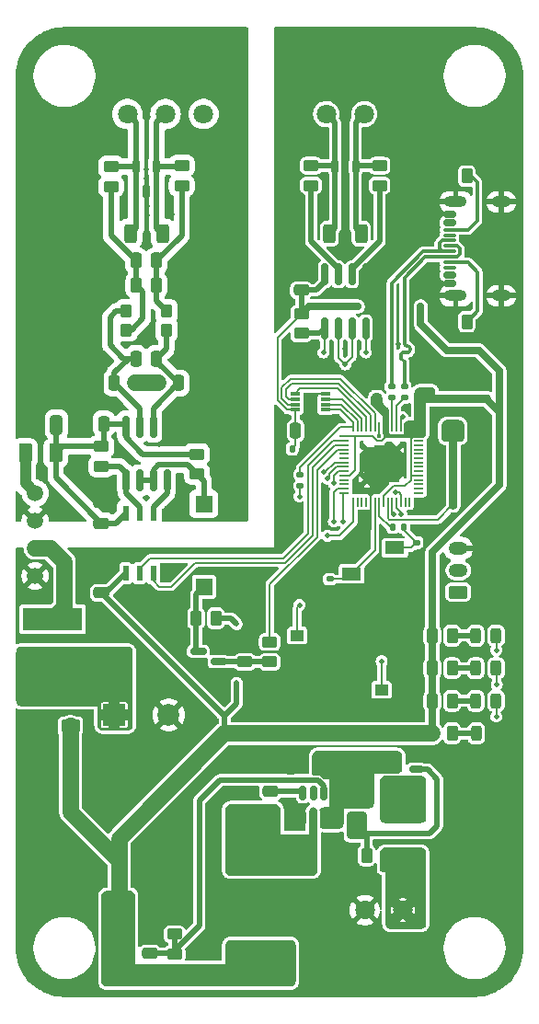
<source format=gtl>
G04 #@! TF.GenerationSoftware,KiCad,Pcbnew,8.0.6*
G04 #@! TF.CreationDate,2025-03-23T16:03:48+01:00*
G04 #@! TF.ProjectId,RS485-insolated-repeater,52533438-352d-4696-9e73-6f6c61746564,v1.0*
G04 #@! TF.SameCoordinates,Original*
G04 #@! TF.FileFunction,Copper,L1,Top*
G04 #@! TF.FilePolarity,Positive*
%FSLAX46Y46*%
G04 Gerber Fmt 4.6, Leading zero omitted, Abs format (unit mm)*
G04 Created by KiCad (PCBNEW 8.0.6) date 2025-03-23 16:03:48*
%MOMM*%
%LPD*%
G01*
G04 APERTURE LIST*
G04 Aperture macros list*
%AMRoundRect*
0 Rectangle with rounded corners*
0 $1 Rounding radius*
0 $2 $3 $4 $5 $6 $7 $8 $9 X,Y pos of 4 corners*
0 Add a 4 corners polygon primitive as box body*
4,1,4,$2,$3,$4,$5,$6,$7,$8,$9,$2,$3,0*
0 Add four circle primitives for the rounded corners*
1,1,$1+$1,$2,$3*
1,1,$1+$1,$4,$5*
1,1,$1+$1,$6,$7*
1,1,$1+$1,$8,$9*
0 Add four rect primitives between the rounded corners*
20,1,$1+$1,$2,$3,$4,$5,0*
20,1,$1+$1,$4,$5,$6,$7,0*
20,1,$1+$1,$6,$7,$8,$9,0*
20,1,$1+$1,$8,$9,$2,$3,0*%
G04 Aperture macros list end*
G04 #@! TA.AperFunction,ComponentPad*
%ADD10O,1.800000X1.000000*%
G04 #@! TD*
G04 #@! TA.AperFunction,ComponentPad*
%ADD11O,2.100000X1.000000*%
G04 #@! TD*
G04 #@! TA.AperFunction,SMDPad,CuDef*
%ADD12RoundRect,0.150000X0.425000X-0.150000X0.425000X0.150000X-0.425000X0.150000X-0.425000X-0.150000X0*%
G04 #@! TD*
G04 #@! TA.AperFunction,SMDPad,CuDef*
%ADD13RoundRect,0.075000X0.500000X-0.075000X0.500000X0.075000X-0.500000X0.075000X-0.500000X-0.075000X0*%
G04 #@! TD*
G04 #@! TA.AperFunction,SMDPad,CuDef*
%ADD14R,1.250000X1.000000*%
G04 #@! TD*
G04 #@! TA.AperFunction,SMDPad,CuDef*
%ADD15RoundRect,0.150000X-0.150000X0.512500X-0.150000X-0.512500X0.150000X-0.512500X0.150000X0.512500X0*%
G04 #@! TD*
G04 #@! TA.AperFunction,SMDPad,CuDef*
%ADD16RoundRect,0.250000X1.450000X-0.312500X1.450000X0.312500X-1.450000X0.312500X-1.450000X-0.312500X0*%
G04 #@! TD*
G04 #@! TA.AperFunction,ComponentPad*
%ADD17C,1.803400*%
G04 #@! TD*
G04 #@! TA.AperFunction,SMDPad,CuDef*
%ADD18RoundRect,0.140000X-0.140000X-0.170000X0.140000X-0.170000X0.140000X0.170000X-0.140000X0.170000X0*%
G04 #@! TD*
G04 #@! TA.AperFunction,SMDPad,CuDef*
%ADD19RoundRect,0.140000X0.170000X-0.140000X0.170000X0.140000X-0.170000X0.140000X-0.170000X-0.140000X0*%
G04 #@! TD*
G04 #@! TA.AperFunction,SMDPad,CuDef*
%ADD20RoundRect,0.150000X0.512500X0.150000X-0.512500X0.150000X-0.512500X-0.150000X0.512500X-0.150000X0*%
G04 #@! TD*
G04 #@! TA.AperFunction,SMDPad,CuDef*
%ADD21RoundRect,0.250000X0.262500X0.450000X-0.262500X0.450000X-0.262500X-0.450000X0.262500X-0.450000X0*%
G04 #@! TD*
G04 #@! TA.AperFunction,SMDPad,CuDef*
%ADD22RoundRect,0.140000X-0.170000X0.140000X-0.170000X-0.140000X0.170000X-0.140000X0.170000X0.140000X0*%
G04 #@! TD*
G04 #@! TA.AperFunction,SMDPad,CuDef*
%ADD23RoundRect,0.250000X-0.250000X-0.475000X0.250000X-0.475000X0.250000X0.475000X-0.250000X0.475000X0*%
G04 #@! TD*
G04 #@! TA.AperFunction,SMDPad,CuDef*
%ADD24RoundRect,0.243750X0.243750X0.456250X-0.243750X0.456250X-0.243750X-0.456250X0.243750X-0.456250X0*%
G04 #@! TD*
G04 #@! TA.AperFunction,ComponentPad*
%ADD25O,1.750000X1.200000*%
G04 #@! TD*
G04 #@! TA.AperFunction,ComponentPad*
%ADD26RoundRect,0.250000X0.625000X-0.350000X0.625000X0.350000X-0.625000X0.350000X-0.625000X-0.350000X0*%
G04 #@! TD*
G04 #@! TA.AperFunction,SMDPad,CuDef*
%ADD27RoundRect,0.250000X-1.100000X0.325000X-1.100000X-0.325000X1.100000X-0.325000X1.100000X0.325000X0*%
G04 #@! TD*
G04 #@! TA.AperFunction,SMDPad,CuDef*
%ADD28RoundRect,0.135000X0.185000X-0.135000X0.185000X0.135000X-0.185000X0.135000X-0.185000X-0.135000X0*%
G04 #@! TD*
G04 #@! TA.AperFunction,SMDPad,CuDef*
%ADD29RoundRect,0.135000X-0.185000X0.135000X-0.185000X-0.135000X0.185000X-0.135000X0.185000X0.135000X0*%
G04 #@! TD*
G04 #@! TA.AperFunction,SMDPad,CuDef*
%ADD30RoundRect,0.250000X0.250000X0.475000X-0.250000X0.475000X-0.250000X-0.475000X0.250000X-0.475000X0*%
G04 #@! TD*
G04 #@! TA.AperFunction,SMDPad,CuDef*
%ADD31RoundRect,0.250000X0.450000X-0.262500X0.450000X0.262500X-0.450000X0.262500X-0.450000X-0.262500X0*%
G04 #@! TD*
G04 #@! TA.AperFunction,ComponentPad*
%ADD32C,2.000000*%
G04 #@! TD*
G04 #@! TA.AperFunction,ComponentPad*
%ADD33R,2.000000X2.000000*%
G04 #@! TD*
G04 #@! TA.AperFunction,SMDPad,CuDef*
%ADD34RoundRect,0.250000X-0.325000X-0.650000X0.325000X-0.650000X0.325000X0.650000X-0.325000X0.650000X0*%
G04 #@! TD*
G04 #@! TA.AperFunction,SMDPad,CuDef*
%ADD35RoundRect,0.250000X-0.475000X0.250000X-0.475000X-0.250000X0.475000X-0.250000X0.475000X0.250000X0*%
G04 #@! TD*
G04 #@! TA.AperFunction,SMDPad,CuDef*
%ADD36RoundRect,0.250000X-0.262500X-0.450000X0.262500X-0.450000X0.262500X0.450000X-0.262500X0.450000X0*%
G04 #@! TD*
G04 #@! TA.AperFunction,SMDPad,CuDef*
%ADD37RoundRect,0.250000X0.325000X0.650000X-0.325000X0.650000X-0.325000X-0.650000X0.325000X-0.650000X0*%
G04 #@! TD*
G04 #@! TA.AperFunction,SMDPad,CuDef*
%ADD38RoundRect,0.250000X-0.312500X-0.625000X0.312500X-0.625000X0.312500X0.625000X-0.312500X0.625000X0*%
G04 #@! TD*
G04 #@! TA.AperFunction,SMDPad,CuDef*
%ADD39R,5.500000X2.150000*%
G04 #@! TD*
G04 #@! TA.AperFunction,SMDPad,CuDef*
%ADD40RoundRect,0.250000X-0.450000X0.262500X-0.450000X-0.262500X0.450000X-0.262500X0.450000X0.262500X0*%
G04 #@! TD*
G04 #@! TA.AperFunction,SMDPad,CuDef*
%ADD41RoundRect,0.250000X-0.375000X-0.625000X0.375000X-0.625000X0.375000X0.625000X-0.375000X0.625000X0*%
G04 #@! TD*
G04 #@! TA.AperFunction,SMDPad,CuDef*
%ADD42RoundRect,0.150000X0.587500X0.150000X-0.587500X0.150000X-0.587500X-0.150000X0.587500X-0.150000X0*%
G04 #@! TD*
G04 #@! TA.AperFunction,SMDPad,CuDef*
%ADD43RoundRect,0.250000X0.625000X-0.375000X0.625000X0.375000X-0.625000X0.375000X-0.625000X-0.375000X0*%
G04 #@! TD*
G04 #@! TA.AperFunction,SMDPad,CuDef*
%ADD44R,5.400000X2.900000*%
G04 #@! TD*
G04 #@! TA.AperFunction,SMDPad,CuDef*
%ADD45RoundRect,0.250000X-0.650000X1.000000X-0.650000X-1.000000X0.650000X-1.000000X0.650000X1.000000X0*%
G04 #@! TD*
G04 #@! TA.AperFunction,SMDPad,CuDef*
%ADD46R,0.599999X1.400000*%
G04 #@! TD*
G04 #@! TA.AperFunction,ComponentPad*
%ADD47C,1.500000*%
G04 #@! TD*
G04 #@! TA.AperFunction,SMDPad,CuDef*
%ADD48RoundRect,0.050000X0.450000X-0.525000X0.450000X0.525000X-0.450000X0.525000X-0.450000X-0.525000X0*%
G04 #@! TD*
G04 #@! TA.AperFunction,SMDPad,CuDef*
%ADD49RoundRect,0.250000X0.475000X-0.250000X0.475000X0.250000X-0.475000X0.250000X-0.475000X-0.250000X0*%
G04 #@! TD*
G04 #@! TA.AperFunction,SMDPad,CuDef*
%ADD50R,1.800000X1.200000*%
G04 #@! TD*
G04 #@! TA.AperFunction,HeatsinkPad*
%ADD51C,0.500000*%
G04 #@! TD*
G04 #@! TA.AperFunction,HeatsinkPad*
%ADD52R,3.200000X3.200000*%
G04 #@! TD*
G04 #@! TA.AperFunction,SMDPad,CuDef*
%ADD53RoundRect,0.050000X-0.050000X-0.387500X0.050000X-0.387500X0.050000X0.387500X-0.050000X0.387500X0*%
G04 #@! TD*
G04 #@! TA.AperFunction,SMDPad,CuDef*
%ADD54RoundRect,0.050000X-0.387500X-0.050000X0.387500X-0.050000X0.387500X0.050000X-0.387500X0.050000X0*%
G04 #@! TD*
G04 #@! TA.AperFunction,SMDPad,CuDef*
%ADD55RoundRect,0.150000X0.150000X-0.512500X0.150000X0.512500X-0.150000X0.512500X-0.150000X-0.512500X0*%
G04 #@! TD*
G04 #@! TA.AperFunction,SMDPad,CuDef*
%ADD56R,0.250000X1.650000*%
G04 #@! TD*
G04 #@! TA.AperFunction,SMDPad,CuDef*
%ADD57R,0.900000X0.300000*%
G04 #@! TD*
G04 #@! TA.AperFunction,SMDPad,CuDef*
%ADD58RoundRect,0.150000X0.150000X-0.825000X0.150000X0.825000X-0.150000X0.825000X-0.150000X-0.825000X0*%
G04 #@! TD*
G04 #@! TA.AperFunction,SMDPad,CuDef*
%ADD59R,1.600000X1.600000*%
G04 #@! TD*
G04 #@! TA.AperFunction,SMDPad,CuDef*
%ADD60RoundRect,0.135000X-0.135000X-0.185000X0.135000X-0.185000X0.135000X0.185000X-0.135000X0.185000X0*%
G04 #@! TD*
G04 #@! TA.AperFunction,ViaPad*
%ADD61C,0.500000*%
G04 #@! TD*
G04 #@! TA.AperFunction,ViaPad*
%ADD62C,0.400000*%
G04 #@! TD*
G04 #@! TA.AperFunction,Conductor*
%ADD63C,0.200000*%
G04 #@! TD*
G04 #@! TA.AperFunction,Conductor*
%ADD64C,0.500000*%
G04 #@! TD*
G04 #@! TA.AperFunction,Conductor*
%ADD65C,0.700000*%
G04 #@! TD*
G04 #@! TA.AperFunction,Conductor*
%ADD66C,1.500000*%
G04 #@! TD*
G04 #@! TA.AperFunction,Conductor*
%ADD67C,0.300000*%
G04 #@! TD*
G04 #@! TA.AperFunction,Conductor*
%ADD68C,1.000000*%
G04 #@! TD*
G04 APERTURE END LIST*
D10*
X161899999Y-76080000D03*
D11*
X157719999Y-76080000D03*
D10*
X161899999Y-84720000D03*
D11*
X157719999Y-84720000D03*
D12*
X157144999Y-83600000D03*
X157144999Y-82800000D03*
D13*
X157144999Y-82150000D03*
X157144999Y-81150000D03*
X157144999Y-79650000D03*
X157144999Y-78650000D03*
D12*
X157144999Y-78000000D03*
X157144999Y-77200000D03*
X157144999Y-77200000D03*
X157144999Y-78000000D03*
D13*
X157144999Y-79150000D03*
X157144999Y-80150000D03*
X157144999Y-80650000D03*
X157144999Y-81650000D03*
D12*
X157144999Y-82800000D03*
X157144999Y-83600000D03*
D14*
X150875000Y-121000000D03*
X143125000Y-121000000D03*
D15*
X147550000Y-75137500D03*
X146600000Y-72862500D03*
X148500000Y-72862500D03*
D16*
X152849999Y-132225000D03*
X152849999Y-136500000D03*
D17*
X134500000Y-68000000D03*
X131000000Y-68000000D03*
X127499999Y-68000000D03*
D18*
X158424999Y-101325000D03*
X157464999Y-101325000D03*
D19*
X159224999Y-93215000D03*
X159224999Y-94175000D03*
D20*
X151824999Y-128325000D03*
X154099999Y-128325000D03*
X151824999Y-129275000D03*
X151824999Y-130225000D03*
X154099999Y-129275000D03*
X154099999Y-130225000D03*
D21*
X156919999Y-73710000D03*
X158744999Y-73710000D03*
D22*
X146124999Y-110805000D03*
X146124999Y-109845000D03*
D14*
X143125000Y-116000000D03*
X150875000Y-116000000D03*
D18*
X158424999Y-98725000D03*
X157464999Y-98725000D03*
D17*
X149349999Y-141277302D03*
X152850000Y-141277302D03*
D21*
X147687499Y-136225000D03*
X149512499Y-136225000D03*
D18*
X158424999Y-103925000D03*
X157464999Y-103925000D03*
D23*
X159674999Y-97025000D03*
X157774999Y-97025000D03*
D19*
X156624999Y-93215000D03*
X156624999Y-94175000D03*
D24*
X159562499Y-122000000D03*
X161437499Y-122000000D03*
D19*
X160500000Y-93220000D03*
X160500000Y-94180000D03*
D25*
X157949999Y-108000000D03*
X157949999Y-110000000D03*
D26*
X157949999Y-112000000D03*
D21*
X155562499Y-125000000D03*
X157387499Y-125000000D03*
D27*
X119200000Y-124350000D03*
X119200000Y-121400000D03*
D28*
X153000000Y-93080000D03*
X153000000Y-94100000D03*
D29*
X143400000Y-102200000D03*
X143400000Y-101180000D03*
D30*
X128299999Y-81500000D03*
X130199999Y-81500000D03*
D21*
X128337499Y-83750000D03*
X130162499Y-83750000D03*
D24*
X159624999Y-125000000D03*
X161499999Y-125000000D03*
D31*
X125100000Y-98600000D03*
X125100000Y-100425000D03*
D23*
X132199999Y-92750000D03*
X130299999Y-92750000D03*
D21*
X155562499Y-116000000D03*
X157387499Y-116000000D03*
D23*
X130199999Y-90500000D03*
X128299999Y-90500000D03*
D18*
X143624999Y-98825000D03*
X142664999Y-98825000D03*
D31*
X133899999Y-99300000D03*
X133899999Y-101125000D03*
D19*
X154124999Y-107445000D03*
X154124999Y-108405000D03*
D24*
X159562499Y-116000000D03*
X161437499Y-116000000D03*
D31*
X138299999Y-116600000D03*
X138299999Y-118425000D03*
D24*
X159562499Y-119000000D03*
X161437499Y-119000000D03*
D31*
X131849999Y-145325000D03*
X131849999Y-147150000D03*
D18*
X158424999Y-102625000D03*
X157464999Y-102625000D03*
D32*
X131300000Y-123300000D03*
D33*
X126300000Y-123300000D03*
D31*
X132499999Y-72750000D03*
X132499999Y-74575000D03*
D34*
X120975000Y-96600000D03*
X118025000Y-96600000D03*
D23*
X144874999Y-97125000D03*
X142974999Y-97125000D03*
D35*
X140700000Y-132250000D03*
X140700000Y-130350000D03*
D36*
X135642499Y-114410000D03*
X133817499Y-114410000D03*
D23*
X125300000Y-96500000D03*
X123400000Y-96500000D03*
D37*
X126750000Y-143100000D03*
X129700000Y-143100000D03*
D31*
X125999999Y-72837500D03*
X125999999Y-74662500D03*
D38*
X130712499Y-79000000D03*
X127787499Y-79000000D03*
X149012500Y-79000000D03*
X146087500Y-79000000D03*
D39*
X120600000Y-114500000D03*
X120600000Y-118350000D03*
D40*
X140599999Y-118412500D03*
X140599999Y-116587500D03*
D41*
X120900000Y-99200000D03*
X118100000Y-99200000D03*
D42*
X134024999Y-117450000D03*
X135899999Y-116500000D03*
X135899999Y-118400000D03*
D43*
X122250000Y-121550000D03*
X122250000Y-124350000D03*
D44*
X139749999Y-146000000D03*
X139749999Y-136100000D03*
D23*
X128199999Y-92750000D03*
X126299999Y-92750000D03*
D31*
X143500000Y-86375000D03*
X143500000Y-88200000D03*
D45*
X148599999Y-133475000D03*
X148599999Y-129475000D03*
D46*
X127344999Y-104750000D03*
X128614999Y-104750000D03*
X129884999Y-104750000D03*
X131154999Y-104750000D03*
X131154999Y-110250000D03*
X129884999Y-110250000D03*
X128614999Y-110250000D03*
X127344999Y-110250000D03*
D21*
X155562499Y-122000000D03*
X157387499Y-122000000D03*
D47*
X119000000Y-102890000D03*
X119000000Y-105430000D03*
X119000000Y-107970000D03*
X119000000Y-110510000D03*
D31*
X150700000Y-72750000D03*
X150700000Y-74575000D03*
D48*
X127409999Y-86135000D03*
X131089999Y-86135000D03*
X131089999Y-87865000D03*
X127409999Y-87865000D03*
D49*
X154824999Y-91925000D03*
X154824999Y-93825000D03*
D21*
X155562499Y-119000000D03*
X157387499Y-119000000D03*
D49*
X125100000Y-110150000D03*
X125100000Y-112050000D03*
D50*
X148124999Y-107925000D03*
X152124999Y-107925000D03*
X152124999Y-110325000D03*
X148124999Y-110325000D03*
D51*
X152224999Y-101625000D03*
X152224999Y-98925000D03*
D52*
X150874999Y-100275000D03*
D51*
X149524999Y-101625000D03*
X149524999Y-98925000D03*
D53*
X148274999Y-96837500D03*
X148674999Y-96837500D03*
X149074999Y-96837500D03*
X149474999Y-96837500D03*
X149874999Y-96837500D03*
X150274999Y-96837500D03*
X150674999Y-96837500D03*
X151074999Y-96837500D03*
X151474999Y-96837500D03*
X151874999Y-96837500D03*
X152274999Y-96837500D03*
X152674999Y-96837500D03*
X153074999Y-96837500D03*
X153474999Y-96837500D03*
D54*
X154312499Y-97675000D03*
X154312499Y-98075000D03*
X154312499Y-98475000D03*
X154312499Y-98875000D03*
X154312499Y-99275000D03*
X154312499Y-99675000D03*
X154312499Y-100075000D03*
X154312499Y-100475000D03*
X154312499Y-100875000D03*
X154312499Y-101275000D03*
X154312499Y-101675000D03*
X154312499Y-102075000D03*
X154312499Y-102475000D03*
X154312499Y-102875000D03*
D53*
X153474999Y-103712500D03*
X153074999Y-103712500D03*
X152674999Y-103712500D03*
X152274999Y-103712500D03*
X151874999Y-103712500D03*
X151474999Y-103712500D03*
X151074999Y-103712500D03*
X150674999Y-103712500D03*
X150274999Y-103712500D03*
X149874999Y-103712500D03*
X149474999Y-103712500D03*
X149074999Y-103712500D03*
X148674999Y-103712500D03*
X148274999Y-103712500D03*
D54*
X147437499Y-102875000D03*
X147437499Y-102475000D03*
X147437499Y-102075000D03*
X147437499Y-101675000D03*
X147437499Y-101275000D03*
X147437499Y-100875000D03*
X147437499Y-100475000D03*
X147437499Y-100075000D03*
X147437499Y-99675000D03*
X147437499Y-99275000D03*
X147437499Y-98875000D03*
X147437499Y-98475000D03*
X147437499Y-98075000D03*
X147437499Y-97675000D03*
D35*
X129549999Y-147150000D03*
X129549999Y-145250000D03*
D15*
X129249999Y-75137500D03*
X128299999Y-72862500D03*
X130199999Y-72862500D03*
D55*
X143649999Y-130475000D03*
X144599999Y-130475000D03*
X145549999Y-130475000D03*
X145549999Y-132750000D03*
X144599999Y-132750000D03*
X143649999Y-132750000D03*
D49*
X125100000Y-103750000D03*
X125100000Y-105650000D03*
D29*
X151800000Y-94100000D03*
X151800000Y-93080000D03*
D21*
X156919999Y-87110000D03*
X158744999Y-87110000D03*
D35*
X143500000Y-84200000D03*
X143500000Y-82300000D03*
D18*
X158424999Y-100025000D03*
X157464999Y-100025000D03*
D31*
X131849999Y-141650000D03*
X131849999Y-143475000D03*
D40*
X144400000Y-74575000D03*
X144400000Y-72750000D03*
D19*
X150424999Y-93165000D03*
X150424999Y-94125000D03*
X157924999Y-93215000D03*
X157924999Y-94175000D03*
D17*
X149300001Y-68000000D03*
X145800000Y-68000000D03*
D34*
X145449999Y-127900000D03*
X142499999Y-127900000D03*
D56*
X144324999Y-94475000D03*
D57*
X142924999Y-95225000D03*
X142924999Y-94725000D03*
X142924999Y-94225000D03*
X142924999Y-93725000D03*
X145724999Y-93725000D03*
X145724999Y-94225000D03*
X145724999Y-94725000D03*
X145724999Y-95225000D03*
D58*
X127344999Y-96775000D03*
X128614999Y-96775000D03*
X129884999Y-96775000D03*
X131154999Y-96775000D03*
X131154999Y-101725000D03*
X129884999Y-101725000D03*
X128614999Y-101725000D03*
X127344999Y-101725000D03*
D59*
X134529999Y-103890000D03*
X137069999Y-103890000D03*
X137069999Y-111510000D03*
X134529999Y-111510000D03*
D58*
X145645000Y-82775000D03*
X146915000Y-82775000D03*
X148185000Y-82775000D03*
X149455000Y-82775000D03*
X149455000Y-87725000D03*
X148185000Y-87725000D03*
X146915000Y-87725000D03*
X145645000Y-87725000D03*
D60*
X152944999Y-106025000D03*
X151924999Y-106025000D03*
D61*
X122500000Y-87500000D03*
X117500000Y-87500000D03*
X155900000Y-103700000D03*
X159200000Y-102000000D03*
X155800000Y-99200000D03*
X159700000Y-98800000D03*
X159600000Y-95500000D03*
X144500000Y-109100000D03*
X149200000Y-105100000D03*
X145600000Y-102800000D03*
X152400000Y-89200000D03*
X146200000Y-84600000D03*
X150900000Y-88200000D03*
X143300000Y-90900000D03*
X148500000Y-92200000D03*
X153300000Y-95000000D03*
X147500000Y-89600000D03*
X149600000Y-75600000D03*
X145600000Y-75600000D03*
X131600000Y-77200000D03*
X127000000Y-77100000D03*
X129400000Y-88200000D03*
X129200000Y-103300000D03*
X130400000Y-98400000D03*
X127600000Y-99500000D03*
X136700000Y-130500000D03*
X143000000Y-131700000D03*
X142400000Y-133400000D03*
X142400000Y-132700000D03*
X142400000Y-132000000D03*
X142400000Y-131300000D03*
X129300000Y-77300000D03*
X129300000Y-76500000D03*
X129200000Y-73100000D03*
X129200000Y-73900000D03*
X147500000Y-77300000D03*
X147500000Y-76500000D03*
X147500000Y-73100000D03*
X147500000Y-74000000D03*
X147400000Y-80800000D03*
X154900000Y-83700000D03*
X119500000Y-96600000D03*
X119500000Y-101100000D03*
X125100000Y-102200000D03*
X122900000Y-101500000D03*
X127500000Y-112500000D03*
X132500000Y-117500000D03*
X132500000Y-112500000D03*
X127500000Y-127500000D03*
X117500000Y-142500000D03*
X117500000Y-127500000D03*
X117500000Y-132500000D03*
X117500000Y-137500000D03*
X132500000Y-132500000D03*
X132500000Y-137500000D03*
X137500000Y-142500000D03*
X142500000Y-142500000D03*
X147500000Y-142500000D03*
X147500000Y-147500000D03*
X157500000Y-147500000D03*
X152500000Y-147500000D03*
X157500000Y-137500000D03*
X157500000Y-127500000D03*
X157500000Y-132500000D03*
X162500000Y-142500000D03*
X162500000Y-137500000D03*
X162500000Y-132500000D03*
X162500000Y-127500000D03*
X162500000Y-112500000D03*
X162500000Y-107500000D03*
X162500000Y-87500000D03*
X162500000Y-82500000D03*
X162500000Y-77500000D03*
X152500000Y-77500000D03*
X162500000Y-62500000D03*
X162500000Y-72500000D03*
X162500000Y-67500000D03*
X157500000Y-67500000D03*
X157500000Y-72500000D03*
X152500000Y-72500000D03*
X152500000Y-67500000D03*
X152500000Y-62500000D03*
X147500000Y-62500000D03*
X142500000Y-82500000D03*
X142500000Y-77500000D03*
X142500000Y-72500000D03*
X142500000Y-67500000D03*
X142500000Y-62500000D03*
X122500000Y-97500000D03*
X132500000Y-97500000D03*
X137500000Y-97500000D03*
X137500000Y-92500000D03*
X132500000Y-82500000D03*
X132500000Y-87500000D03*
X137500000Y-87500000D03*
X137500000Y-82500000D03*
X137500000Y-77500000D03*
X137500000Y-72500000D03*
X117500000Y-92500000D03*
X122500000Y-92500000D03*
X122500000Y-82500000D03*
X117500000Y-82500000D03*
X117500000Y-77500000D03*
X122500000Y-77500000D03*
X122500000Y-72500000D03*
X117500000Y-72500000D03*
X117500000Y-67500000D03*
X137500000Y-67500000D03*
X127500000Y-62500000D03*
X132500000Y-62500000D03*
X137500000Y-62500000D03*
X132450000Y-109550000D03*
X131900000Y-110150000D03*
X137550000Y-114950000D03*
X137550000Y-120350000D03*
X147300000Y-85700000D03*
X148000000Y-85700000D03*
X154500000Y-87300000D03*
X154500000Y-86500000D03*
X148700000Y-85700000D03*
X154500000Y-85700000D03*
X143350000Y-103200000D03*
X143350000Y-113200000D03*
X161450000Y-123450000D03*
X161450000Y-117350000D03*
X161500000Y-120500000D03*
X145900000Y-106800000D03*
X147350000Y-105500000D03*
X146500000Y-105500000D03*
X145550000Y-89950000D03*
X147550000Y-91050000D03*
X149450000Y-89950000D03*
X145550001Y-100977817D03*
X145950000Y-101552274D03*
X146500000Y-102000000D03*
X150900000Y-118350000D03*
X152206244Y-102825213D03*
X152725002Y-104800000D03*
X152024999Y-104800000D03*
X156850000Y-96600000D03*
X156850000Y-97200000D03*
X156850000Y-97800000D03*
X152824999Y-95900000D03*
D62*
X150674999Y-97600000D03*
D61*
X130500000Y-92750000D03*
X129850000Y-92750000D03*
X128100000Y-92750000D03*
X128750000Y-92750000D03*
X129300000Y-93200000D03*
X129300000Y-92300000D03*
D63*
X143125000Y-113425000D02*
X143125000Y-116000000D01*
X143350000Y-113200000D02*
X143125000Y-113425000D01*
X150900000Y-118350000D02*
X150900000Y-120975000D01*
X150900000Y-120975000D02*
X150875000Y-121000000D01*
X145074999Y-93725000D02*
X145724999Y-93725000D01*
X144324999Y-94475000D02*
X145074999Y-93725000D01*
X146575000Y-98475000D02*
X147437499Y-98475000D01*
X133750000Y-109300000D02*
X142000000Y-109300000D01*
X142000000Y-109300000D02*
X144550000Y-106750000D01*
X131550000Y-111500000D02*
X133750000Y-109300000D01*
X144550000Y-100500000D02*
X146575000Y-98475000D01*
X130450000Y-111500000D02*
X131550000Y-111500000D01*
X129884999Y-110934999D02*
X130450000Y-111500000D01*
X144550000Y-106750000D02*
X144550000Y-100500000D01*
X129884999Y-110250000D02*
X129884999Y-110934999D01*
X146409314Y-98075000D02*
X147437499Y-98075000D01*
X144150000Y-106584314D02*
X144150000Y-100334315D01*
X144150000Y-100334315D02*
X145684315Y-98800000D01*
X141834314Y-108900000D02*
X144150000Y-106584314D01*
X129564998Y-108900000D02*
X141834314Y-108900000D01*
X128614999Y-109849999D02*
X129564998Y-108900000D01*
X145684315Y-98800000D02*
X146409314Y-98075000D01*
X128614999Y-110250000D02*
X128614999Y-109849999D01*
X149874999Y-103712500D02*
X149874999Y-106175000D01*
X149874999Y-106175000D02*
X148124999Y-107925000D01*
X149874999Y-101975000D02*
X149524999Y-101625000D01*
X149874999Y-103712500D02*
X149874999Y-101975000D01*
X141300000Y-94315687D02*
X141300000Y-88575000D01*
X142209313Y-95225000D02*
X141300000Y-94315687D01*
X142924999Y-95225000D02*
X142209313Y-95225000D01*
X141300000Y-88575000D02*
X143500000Y-86375000D01*
X142974999Y-95275000D02*
X142924999Y-95225000D01*
X142974999Y-97125000D02*
X142974999Y-95275000D01*
X142974999Y-98515000D02*
X142664999Y-98825000D01*
X142974999Y-97125000D02*
X142974999Y-98515000D01*
D64*
X137550000Y-120350000D02*
X137550000Y-122300000D01*
X137550000Y-122300000D02*
X136450000Y-123400000D01*
X137010000Y-114410000D02*
X137550000Y-114950000D01*
X135642499Y-114410000D02*
X137010000Y-114410000D01*
X140587499Y-118425000D02*
X140599999Y-118412500D01*
X138299999Y-118425000D02*
X140587499Y-118425000D01*
X138274999Y-118400000D02*
X138299999Y-118425000D01*
X135899999Y-118400000D02*
X138274999Y-118400000D01*
D65*
X147300000Y-85700000D02*
X144175000Y-85700000D01*
X148000000Y-85700000D02*
X147300000Y-85700000D01*
X154500000Y-86350000D02*
X154500000Y-85700000D01*
X154500000Y-87300000D02*
X154500000Y-86350000D01*
X156950000Y-89750000D02*
X154500000Y-87300000D01*
X161750000Y-91650000D02*
X159850000Y-89750000D01*
X159850000Y-89750000D02*
X156950000Y-89750000D01*
X161750000Y-95430000D02*
X161750000Y-91650000D01*
X148700000Y-85700000D02*
X148000000Y-85700000D01*
X144175000Y-85700000D02*
X143500000Y-86375000D01*
D64*
X136450000Y-123400000D02*
X125100000Y-112050000D01*
X136450000Y-125000000D02*
X136450000Y-123400000D01*
D63*
X143350000Y-102250000D02*
X143400000Y-102200000D01*
X143350000Y-103200000D02*
X143350000Y-102250000D01*
X143400000Y-100518628D02*
X147081128Y-96837500D01*
X147081128Y-96837500D02*
X148274999Y-96837500D01*
X143400000Y-101180000D02*
X143400000Y-100518628D01*
X143290000Y-101180000D02*
X143400000Y-101180000D01*
D65*
X155562499Y-108337501D02*
X155562499Y-116000000D01*
X161750000Y-102150000D02*
X155562499Y-108337501D01*
X161750000Y-95430000D02*
X161750000Y-102150000D01*
X160500000Y-94180000D02*
X161750000Y-95430000D01*
D66*
X136450000Y-125000000D02*
X155562499Y-125000000D01*
X126750000Y-134700000D02*
X136450000Y-125000000D01*
X126750000Y-138500000D02*
X126750000Y-134700000D01*
X126750000Y-138500000D02*
X126750000Y-143100000D01*
X126750000Y-136750000D02*
X126750000Y-138500000D01*
X122250000Y-132250000D02*
X126750000Y-136750000D01*
X122250000Y-124350000D02*
X122250000Y-132250000D01*
D64*
X157387499Y-116000000D02*
X159562499Y-116000000D01*
X157387499Y-119000000D02*
X159562499Y-119000000D01*
X157387499Y-122000000D02*
X159562499Y-122000000D01*
X157387499Y-125000000D02*
X159624999Y-125000000D01*
D65*
X155562499Y-125000000D02*
X155562499Y-116000000D01*
D63*
X147350000Y-102962499D02*
X147437499Y-102875000D01*
X147350000Y-105500000D02*
X147350000Y-102962499D01*
X161450000Y-123450000D02*
X161450000Y-122012501D01*
X161450000Y-122012501D02*
X161437499Y-122000000D01*
X147027818Y-106800000D02*
X148274999Y-105552819D01*
X148274999Y-105552819D02*
X148274999Y-103712500D01*
X145900000Y-106800000D02*
X147027818Y-106800000D01*
X146500000Y-102777818D02*
X146802818Y-102475000D01*
X146500000Y-105500000D02*
X146500000Y-102777818D01*
X146802818Y-102475000D02*
X147437499Y-102475000D01*
X161450000Y-116012501D02*
X161437499Y-116000000D01*
X161450000Y-117350000D02*
X161450000Y-116012501D01*
X161500000Y-120500000D02*
X161500000Y-119062501D01*
X161500000Y-119062501D02*
X161437499Y-119000000D01*
X146903639Y-100875000D02*
X147437499Y-100875000D01*
X146500000Y-101278639D02*
X146903639Y-100875000D01*
X146500000Y-102000000D02*
X146500000Y-101278639D01*
X146737953Y-100475000D02*
X147437499Y-100475000D01*
X146100000Y-101112953D02*
X146737953Y-100475000D01*
X145950000Y-101552274D02*
X146100000Y-101402274D01*
X146100000Y-101402274D02*
X146100000Y-101112953D01*
X146572267Y-100075000D02*
X147437499Y-100075000D01*
X145550001Y-100977817D02*
X145669450Y-100977817D01*
X145669450Y-100977817D02*
X146572267Y-100075000D01*
X145645000Y-89855000D02*
X145645000Y-87725000D01*
X145550000Y-89950000D02*
X145645000Y-89855000D01*
X146915000Y-90415000D02*
X146915000Y-87725000D01*
X147550000Y-91050000D02*
X146915000Y-90415000D01*
X147550000Y-91000000D02*
X148185000Y-90365000D01*
X148185000Y-90365000D02*
X148185000Y-87725000D01*
X147550000Y-91050000D02*
X147550000Y-91000000D01*
X149450000Y-89950000D02*
X149455000Y-89945000D01*
X149455000Y-89945000D02*
X149455000Y-87725000D01*
X140599999Y-111265687D02*
X140599999Y-116587500D01*
X144950000Y-106915686D02*
X140599999Y-111265687D01*
X144950000Y-100800000D02*
X144950000Y-106915686D01*
X146875000Y-98875000D02*
X144950000Y-100800000D01*
X147437499Y-98875000D02*
X146875000Y-98875000D01*
X152674999Y-103024999D02*
X152674999Y-103712500D01*
X152475213Y-102825213D02*
X152674999Y-103024999D01*
X152206244Y-102825213D02*
X152475213Y-102825213D01*
X153000000Y-102250000D02*
X153574999Y-101675001D01*
X153574999Y-101675001D02*
X153574999Y-101275000D01*
X151074999Y-103178640D02*
X152003639Y-102250000D01*
X152003639Y-102250000D02*
X153000000Y-102250000D01*
X151074999Y-103712500D02*
X151074999Y-103178640D01*
X152725002Y-104696363D02*
X152725002Y-104800000D01*
X152274999Y-104246360D02*
X152725002Y-104696363D01*
X152274999Y-103712500D02*
X152274999Y-104246360D01*
X152024999Y-104800000D02*
X151874999Y-104650000D01*
X151874999Y-104650000D02*
X151874999Y-103712500D01*
X156039999Y-105350000D02*
X157464999Y-103925000D01*
X151474999Y-105209313D02*
X151615686Y-105350000D01*
X151474999Y-103712500D02*
X151474999Y-105209313D01*
X151615686Y-105350000D02*
X156039999Y-105350000D01*
X151725000Y-106025000D02*
X150674999Y-104974999D01*
X151924999Y-106025000D02*
X151725000Y-106025000D01*
X150674999Y-104974999D02*
X150674999Y-103712500D01*
X152944999Y-106265000D02*
X154124999Y-107445000D01*
X152944999Y-106025000D02*
X152944999Y-106265000D01*
X153644999Y-107925000D02*
X154124999Y-107445000D01*
X152124999Y-107925000D02*
X153644999Y-107925000D01*
X147644999Y-110805000D02*
X148124999Y-110325000D01*
X146124999Y-110805000D02*
X147644999Y-110805000D01*
X150274999Y-108175000D02*
X150274999Y-103712500D01*
X148124999Y-110325000D02*
X150274999Y-108175000D01*
X153775000Y-97675000D02*
X154312499Y-97675000D01*
X153574999Y-97875001D02*
X153775000Y-97675000D01*
X153574999Y-101275000D02*
X153574999Y-97875001D01*
X153574999Y-101275000D02*
X153778639Y-101275000D01*
X153778639Y-101275000D02*
X154312499Y-101275000D01*
X148450000Y-100796359D02*
X148450000Y-97675000D01*
X147971359Y-101275000D02*
X148450000Y-100796359D01*
X147437499Y-101275000D02*
X147971359Y-101275000D01*
X148450000Y-97675000D02*
X150042892Y-97675000D01*
X147437499Y-97675000D02*
X148450000Y-97675000D01*
X150467892Y-98100000D02*
X150882106Y-98100000D01*
X150042892Y-97675000D02*
X150467892Y-98100000D01*
X150882106Y-98100000D02*
X151474999Y-97507107D01*
X151474999Y-97507107D02*
X151474999Y-96837500D01*
X150674999Y-97600000D02*
X150674999Y-96837500D01*
D67*
X153270350Y-89951267D02*
G75*
G03*
X153510367Y-89711267I50J239967D01*
G01*
X153000000Y-90791267D02*
G75*
G03*
X152850000Y-90641300I-150000J-33D01*
G01*
X153510350Y-89591267D02*
G75*
G03*
X153270350Y-89351350I-239950J-33D01*
G01*
X152850000Y-90641267D02*
G75*
G02*
X152700033Y-90491267I0J149967D01*
G01*
X152700000Y-90101267D02*
G75*
G02*
X152850000Y-89951300I150000J-33D01*
G01*
X153240000Y-89351267D02*
G75*
G02*
X153000033Y-89111267I0J239967D01*
G01*
X153270350Y-89351267D02*
X153240000Y-89351267D01*
X154907106Y-81150000D02*
X157144999Y-81150000D01*
X153000000Y-83057106D02*
X154907106Y-81150000D01*
X153000000Y-89111267D02*
X153000000Y-88991267D01*
X153240000Y-89951267D02*
X153270350Y-89951267D01*
X152700000Y-90491267D02*
X152700000Y-90101267D01*
X153000000Y-88991267D02*
X153000000Y-86948011D01*
X153000000Y-89951267D02*
X153240000Y-89951267D01*
X152850000Y-89951267D02*
X153000000Y-89951267D01*
X153510350Y-89711267D02*
X153510350Y-89591267D01*
X153000000Y-93080000D02*
X153000000Y-90791267D01*
X153000000Y-86948011D02*
X153000000Y-83057106D01*
X156219999Y-79896880D02*
X156466879Y-79650000D01*
X156219999Y-80403120D02*
X156219999Y-79896880D01*
X156466879Y-80650000D02*
X156219999Y-80403120D01*
X156466879Y-79650000D02*
X157144999Y-79650000D01*
X157144999Y-80650000D02*
X156466879Y-80650000D01*
X158069999Y-80396880D02*
X157823119Y-80150000D01*
X157823119Y-80150000D02*
X157144999Y-80150000D01*
X158069999Y-80903120D02*
X158069999Y-80396880D01*
X157823119Y-81150000D02*
X158069999Y-80903120D01*
X157144999Y-81150000D02*
X157823119Y-81150000D01*
X151800000Y-83550000D02*
X154700000Y-80650000D01*
X154700000Y-80650000D02*
X157144999Y-80650000D01*
X151800000Y-93080000D02*
X151800000Y-83550000D01*
D64*
X145170000Y-88200000D02*
X145645000Y-87725000D01*
X143500000Y-88200000D02*
X145170000Y-88200000D01*
X144900000Y-84200000D02*
X143500000Y-84200000D01*
X145645000Y-83455000D02*
X144900000Y-84200000D01*
X145645000Y-82775000D02*
X145645000Y-83455000D01*
X143500000Y-86375000D02*
X143500000Y-84200000D01*
D63*
X152674999Y-96050000D02*
X152674999Y-96837500D01*
X152824999Y-95900000D02*
X152674999Y-96050000D01*
D67*
X158850000Y-81650000D02*
X157144999Y-81650000D01*
X159750000Y-82550000D02*
X158850000Y-81650000D01*
X159750000Y-86104999D02*
X159750000Y-82550000D01*
X158744999Y-87110000D02*
X159750000Y-86104999D01*
X159700000Y-74300000D02*
X159110000Y-73710000D01*
X159700000Y-77800000D02*
X159700000Y-74300000D01*
X159110000Y-73710000D02*
X158744999Y-73710000D01*
X158850000Y-78650000D02*
X159700000Y-77800000D01*
X157144999Y-78650000D02*
X158850000Y-78650000D01*
D66*
X130200000Y-92750000D02*
X128199999Y-92750000D01*
X130299999Y-92750000D02*
X130200000Y-92750000D01*
D63*
X152274999Y-94825001D02*
X153000000Y-94100000D01*
X152274999Y-96837500D02*
X152274999Y-94825001D01*
X151874999Y-94174999D02*
X151874999Y-96837500D01*
X151800000Y-94100000D02*
X151874999Y-94174999D01*
X150274999Y-95546569D02*
X150274999Y-96837500D01*
X142484313Y-92400000D02*
X147128430Y-92400000D01*
X147128430Y-92400000D02*
X150274999Y-95546569D01*
X141700000Y-93184313D02*
X142484313Y-92400000D01*
X141700000Y-94150001D02*
X141700000Y-93184313D01*
X142274999Y-94725000D02*
X141700000Y-94150001D01*
X142924999Y-94725000D02*
X142274999Y-94725000D01*
X149874999Y-95712255D02*
X149874999Y-96837500D01*
X146962744Y-92800000D02*
X149874999Y-95712255D01*
X142100000Y-93975001D02*
X142100000Y-93349999D01*
X142349999Y-94225000D02*
X142100000Y-93975001D01*
X142649999Y-92800000D02*
X146962744Y-92800000D01*
X142924999Y-94225000D02*
X142349999Y-94225000D01*
X142100000Y-93349999D02*
X142649999Y-92800000D01*
X149474999Y-95877941D02*
X149474999Y-96837500D01*
X146872058Y-93275000D02*
X149474999Y-95877941D01*
X143374999Y-93275000D02*
X146872058Y-93275000D01*
X142924999Y-93725000D02*
X143374999Y-93275000D01*
X149074999Y-96043627D02*
X149074999Y-96837500D01*
X147256372Y-94225000D02*
X149074999Y-96043627D01*
X145724999Y-94225000D02*
X147256372Y-94225000D01*
X148674999Y-96209313D02*
X148674999Y-96837500D01*
X147190686Y-94725000D02*
X148674999Y-96209313D01*
X145724999Y-94725000D02*
X147190686Y-94725000D01*
X148274999Y-96374999D02*
X148274999Y-96837500D01*
X147125000Y-95225000D02*
X148274999Y-96374999D01*
X145724999Y-95225000D02*
X147125000Y-95225000D01*
D64*
X134100000Y-142700000D02*
X131849999Y-144950001D01*
X134100000Y-131200000D02*
X134100000Y-142700000D01*
X145037498Y-129300000D02*
X136000000Y-129300000D01*
X136000000Y-129300000D02*
X134100000Y-131200000D01*
X145549999Y-129812501D02*
X145037498Y-129300000D01*
X131849999Y-144950001D02*
X131849999Y-145325000D01*
X145549999Y-130475000D02*
X145549999Y-129812501D01*
X143524999Y-130350000D02*
X143649999Y-130475000D01*
X140700000Y-130350000D02*
X143524999Y-130350000D01*
X125544999Y-112050000D02*
X127344999Y-110250000D01*
X125100000Y-112050000D02*
X125544999Y-112050000D01*
X131774999Y-145250000D02*
X131849999Y-145325000D01*
X131849999Y-145325000D02*
X131849999Y-143475000D01*
X129549999Y-145250000D02*
X131774999Y-145250000D01*
X125100000Y-98600000D02*
X121500000Y-98600000D01*
X125300000Y-96500000D02*
X127069999Y-96500000D01*
X127069999Y-96500000D02*
X127344999Y-96775000D01*
X121500000Y-98600000D02*
X120900000Y-99200000D01*
X127344999Y-96775000D02*
X127344999Y-97749999D01*
X125100000Y-105650000D02*
X120900000Y-101450000D01*
X127344999Y-97749999D02*
X128895000Y-99300000D01*
X125300000Y-98400000D02*
X125100000Y-98600000D01*
X125100000Y-105650000D02*
X126444999Y-105650000D01*
X120900000Y-101450000D02*
X120900000Y-99200000D01*
X128895000Y-99300000D02*
X133899999Y-99300000D01*
X125300000Y-96500000D02*
X125300000Y-98400000D01*
X120900000Y-96675000D02*
X120975000Y-96600000D01*
X126444999Y-105650000D02*
X127344999Y-104750000D01*
X120900000Y-99200000D02*
X120900000Y-96675000D01*
X130199999Y-90750000D02*
X132199999Y-92750000D01*
X132199999Y-92750000D02*
X129884999Y-95065000D01*
X131089999Y-89610000D02*
X130199999Y-90500000D01*
X131089999Y-87865000D02*
X131089999Y-89610000D01*
X129884999Y-95065000D02*
X129884999Y-96775000D01*
X130199999Y-90500000D02*
X130199999Y-90750000D01*
X128614999Y-95065000D02*
X128614999Y-96775000D01*
X125900000Y-89250000D02*
X127150000Y-90500000D01*
X126299999Y-92750000D02*
X128614999Y-95065000D01*
X126299999Y-91800001D02*
X126299999Y-92750000D01*
X126465000Y-86135000D02*
X125900000Y-86700000D01*
X125900000Y-86700000D02*
X125900000Y-89250000D01*
X128299999Y-90500000D02*
X127600000Y-90500000D01*
X127150000Y-90500000D02*
X128299999Y-90500000D01*
X127600000Y-90500000D02*
X126299999Y-91800001D01*
X127409999Y-86135000D02*
X126465000Y-86135000D01*
X132499999Y-74575000D02*
X132499999Y-79200000D01*
X132499999Y-79200000D02*
X130199999Y-81500000D01*
X130162499Y-85207500D02*
X131089999Y-86135000D01*
X130199999Y-83712500D02*
X130162499Y-83750000D01*
X130162499Y-83750000D02*
X130162499Y-85207500D01*
X130199999Y-81500000D02*
X130199999Y-83712500D01*
X128299999Y-81500000D02*
X128299999Y-83712500D01*
X127409999Y-87865000D02*
X127835000Y-87865000D01*
X128299999Y-83712500D02*
X128337499Y-83750000D01*
X125999999Y-79200000D02*
X128299999Y-81500000D01*
X128900000Y-84312501D02*
X128337499Y-83750000D01*
X127835000Y-87865000D02*
X128900000Y-86800000D01*
X125999999Y-74662500D02*
X125999999Y-79200000D01*
X128900000Y-86800000D02*
X128900000Y-84312501D01*
X155300000Y-134200000D02*
X149324999Y-134200000D01*
X149512499Y-134387500D02*
X148599999Y-133475000D01*
X149324999Y-134200000D02*
X148599999Y-133475000D01*
X154099999Y-128325000D02*
X155125000Y-128325000D01*
X149512499Y-136225000D02*
X149512499Y-134387500D01*
X156000000Y-129200000D02*
X156000000Y-133500000D01*
X155125000Y-128325000D02*
X156000000Y-129200000D01*
X156000000Y-133500000D02*
X155300000Y-134200000D01*
X128299999Y-78487500D02*
X127787499Y-79000000D01*
X128299999Y-72862500D02*
X128299999Y-78487500D01*
X128299999Y-72862500D02*
X128299999Y-68800000D01*
X125999999Y-72837500D02*
X128274999Y-72837500D01*
X128299999Y-68800000D02*
X127499999Y-68000000D01*
X128274999Y-72837500D02*
X128299999Y-72862500D01*
X130199999Y-72862500D02*
X132387499Y-72862500D01*
X130199999Y-72862500D02*
X130199999Y-68800001D01*
X130199999Y-68800001D02*
X131000000Y-68000000D01*
X130199999Y-78487500D02*
X130712499Y-79000000D01*
X132387499Y-72862500D02*
X132499999Y-72750000D01*
X130199999Y-72862500D02*
X130199999Y-78487500D01*
X146487500Y-72750000D02*
X146600000Y-72862500D01*
X146600000Y-68800000D02*
X145800000Y-68000000D01*
X146600000Y-72862500D02*
X146600000Y-68800000D01*
X146600000Y-72862500D02*
X146600000Y-78487500D01*
X146600000Y-78487500D02*
X146087500Y-79000000D01*
X144400000Y-72750000D02*
X146487500Y-72750000D01*
X148500000Y-72862500D02*
X148500000Y-68800001D01*
X148500000Y-68800001D02*
X149300001Y-68000000D01*
X148612500Y-72750000D02*
X148500000Y-72862500D01*
X148500000Y-72862500D02*
X148500000Y-78487500D01*
X150700000Y-72750000D02*
X148612500Y-72750000D01*
X148500000Y-78487500D02*
X149012500Y-79000000D01*
D68*
X118100000Y-99200000D02*
X118100000Y-101990000D01*
X118100000Y-101990000D02*
X119000000Y-102890000D01*
D66*
X121700000Y-113400000D02*
X120600000Y-114500000D01*
X119000000Y-107970000D02*
X120420000Y-107970000D01*
X120420000Y-107970000D02*
X121700000Y-109250000D01*
X121700000Y-109250000D02*
X121700000Y-113400000D01*
D64*
X133817499Y-114410000D02*
X133817499Y-112222500D01*
X133817499Y-117242500D02*
X134024999Y-117450000D01*
X133817499Y-114410000D02*
X133817499Y-117242500D01*
X133817499Y-112222500D02*
X134529999Y-111510000D01*
X150700000Y-74575000D02*
X150700000Y-79702316D01*
X148185000Y-82217316D02*
X148185000Y-82775000D01*
X150700000Y-79702316D02*
X148185000Y-82217316D01*
X144400000Y-79702316D02*
X146915000Y-82217316D01*
X146915000Y-82217316D02*
X146915000Y-82775000D01*
X144400000Y-74575000D02*
X144400000Y-79702316D01*
X125100000Y-100425000D02*
X126775000Y-100425000D01*
X127344999Y-101725000D02*
X127344999Y-102850001D01*
X127344999Y-102850001D02*
X128614999Y-104120001D01*
X127344999Y-100994999D02*
X127344999Y-101725000D01*
X126775000Y-100425000D02*
X127344999Y-100994999D01*
X128614999Y-104120001D02*
X128614999Y-104750000D01*
X128614999Y-101725000D02*
X129884999Y-101725000D01*
X134529999Y-101755000D02*
X133899999Y-101125000D01*
X129884999Y-100750001D02*
X130335000Y-100300000D01*
X133074999Y-100300000D02*
X133899999Y-101125000D01*
X129884999Y-101725000D02*
X129884999Y-100750001D01*
X134529999Y-103890000D02*
X134529999Y-101755000D01*
X130335000Y-100300000D02*
X133074999Y-100300000D01*
X129884999Y-104120001D02*
X131154999Y-102850001D01*
X131154999Y-102850001D02*
X131154999Y-101725000D01*
X129884999Y-104750000D02*
X129884999Y-104120001D01*
G04 #@! TA.AperFunction,Conductor*
G36*
X127503182Y-117000418D02*
G01*
X127623017Y-117016195D01*
X127635368Y-117019505D01*
X127744040Y-117064518D01*
X127755116Y-117070913D01*
X127848435Y-117142520D01*
X127857479Y-117151564D01*
X127929086Y-117244883D01*
X127935482Y-117255961D01*
X127980493Y-117364627D01*
X127983804Y-117376983D01*
X127999581Y-117496817D01*
X128000000Y-117503213D01*
X128000000Y-124246786D01*
X127999581Y-124253182D01*
X127983804Y-124373016D01*
X127980493Y-124385372D01*
X127935482Y-124494038D01*
X127929086Y-124505116D01*
X127857479Y-124598435D01*
X127848435Y-124607479D01*
X127755116Y-124679086D01*
X127744038Y-124685482D01*
X127635372Y-124730493D01*
X127623016Y-124733804D01*
X127503183Y-124749581D01*
X127496787Y-124750000D01*
X125253213Y-124750000D01*
X125246817Y-124749581D01*
X125126983Y-124733804D01*
X125114627Y-124730493D01*
X125005961Y-124685482D01*
X124994883Y-124679086D01*
X124901564Y-124607479D01*
X124892520Y-124598435D01*
X124820913Y-124505116D01*
X124814517Y-124494038D01*
X124812180Y-124488395D01*
X124769505Y-124385368D01*
X124766195Y-124373016D01*
X124759175Y-124319694D01*
X125100000Y-124319694D01*
X125111604Y-124378036D01*
X125155807Y-124444192D01*
X125221963Y-124488395D01*
X125280305Y-124500000D01*
X125800000Y-124500000D01*
X126800000Y-124500000D01*
X127319695Y-124500000D01*
X127378036Y-124488395D01*
X127444192Y-124444192D01*
X127488395Y-124378036D01*
X127500000Y-124319694D01*
X127500000Y-123800000D01*
X126800000Y-123800000D01*
X126800000Y-124500000D01*
X125800000Y-124500000D01*
X125800000Y-123800000D01*
X125100000Y-123800000D01*
X125100000Y-124319694D01*
X124759175Y-124319694D01*
X124750419Y-124253182D01*
X124750000Y-124246786D01*
X124750000Y-123234174D01*
X125800000Y-123234174D01*
X125800000Y-123365826D01*
X125834075Y-123492993D01*
X125899901Y-123607007D01*
X125992993Y-123700099D01*
X126107007Y-123765925D01*
X126234174Y-123800000D01*
X126365826Y-123800000D01*
X126492993Y-123765925D01*
X126607007Y-123700099D01*
X126700099Y-123607007D01*
X126765925Y-123492993D01*
X126800000Y-123365826D01*
X126800000Y-123234174D01*
X126765925Y-123107007D01*
X126700099Y-122992993D01*
X126607007Y-122899901D01*
X126492993Y-122834075D01*
X126365826Y-122800000D01*
X126800000Y-122800000D01*
X127500000Y-122800000D01*
X127500000Y-122280305D01*
X127488395Y-122221963D01*
X127444192Y-122155807D01*
X127378036Y-122111604D01*
X127319695Y-122100000D01*
X126800000Y-122100000D01*
X126800000Y-122800000D01*
X126365826Y-122800000D01*
X126234174Y-122800000D01*
X126107007Y-122834075D01*
X125992993Y-122899901D01*
X125899901Y-122992993D01*
X125834075Y-123107007D01*
X125800000Y-123234174D01*
X124750000Y-123234174D01*
X124750000Y-123000003D01*
X124750000Y-123000000D01*
X124750000Y-122500000D01*
X124250000Y-122500000D01*
X124249997Y-122500000D01*
X117753213Y-122500000D01*
X117746817Y-122499581D01*
X117626983Y-122483804D01*
X117614627Y-122480493D01*
X117505961Y-122435482D01*
X117494883Y-122429086D01*
X117401564Y-122357479D01*
X117392520Y-122348435D01*
X117340241Y-122280305D01*
X125100000Y-122280305D01*
X125100000Y-122800000D01*
X125800000Y-122800000D01*
X125800000Y-122100000D01*
X125280305Y-122100000D01*
X125221963Y-122111604D01*
X125155807Y-122155807D01*
X125111604Y-122221963D01*
X125100000Y-122280305D01*
X117340241Y-122280305D01*
X117320913Y-122255116D01*
X117314517Y-122244038D01*
X117269505Y-122135368D01*
X117266195Y-122123016D01*
X117250419Y-122003182D01*
X117250000Y-121996786D01*
X117250000Y-117503213D01*
X117250419Y-117496817D01*
X117266195Y-117376983D01*
X117269504Y-117364633D01*
X117314520Y-117255955D01*
X117320913Y-117244883D01*
X117392522Y-117151561D01*
X117401561Y-117142522D01*
X117494885Y-117070911D01*
X117505955Y-117064520D01*
X117614633Y-117019504D01*
X117626980Y-117016195D01*
X117746817Y-117000418D01*
X117753213Y-117000000D01*
X127496787Y-117000000D01*
X127503182Y-117000418D01*
G37*
G04 #@! TD.AperFunction*
G04 #@! TA.AperFunction,Conductor*
G36*
X141103182Y-131500418D02*
G01*
X141223017Y-131516195D01*
X141235368Y-131519505D01*
X141344040Y-131564518D01*
X141355116Y-131570913D01*
X141448435Y-131642520D01*
X141457479Y-131651564D01*
X141529086Y-131744883D01*
X141535482Y-131755961D01*
X141580493Y-131864627D01*
X141583804Y-131876983D01*
X141599581Y-131996817D01*
X141600000Y-132003213D01*
X141600000Y-134300000D01*
X143699996Y-134300000D01*
X143700000Y-134300000D01*
X144200000Y-134300000D01*
X144200000Y-132203857D01*
X144200603Y-132196192D01*
X144218363Y-132084057D01*
X144223101Y-132069476D01*
X144260123Y-131996817D01*
X144272872Y-131971796D01*
X144281878Y-131959400D01*
X144359400Y-131881878D01*
X144371796Y-131872872D01*
X144469478Y-131823100D01*
X144484055Y-131818363D01*
X144592341Y-131801213D01*
X144607659Y-131801213D01*
X144715944Y-131818363D01*
X144730523Y-131823101D01*
X144828200Y-131872870D01*
X144840602Y-131881881D01*
X144918118Y-131959397D01*
X144927129Y-131971799D01*
X144976898Y-132069476D01*
X144981636Y-132084056D01*
X144999397Y-132196191D01*
X145000000Y-132203857D01*
X145000000Y-137596786D01*
X144999581Y-137603182D01*
X144983804Y-137723016D01*
X144980493Y-137735372D01*
X144935482Y-137844038D01*
X144929086Y-137855116D01*
X144857479Y-137948435D01*
X144848435Y-137957479D01*
X144755116Y-138029086D01*
X144744038Y-138035482D01*
X144635372Y-138080493D01*
X144623016Y-138083804D01*
X144503183Y-138099581D01*
X144496787Y-138100000D01*
X137003213Y-138100000D01*
X136996817Y-138099581D01*
X136876983Y-138083804D01*
X136864627Y-138080493D01*
X136755961Y-138035482D01*
X136744883Y-138029086D01*
X136651564Y-137957479D01*
X136642520Y-137948435D01*
X136570913Y-137855116D01*
X136564517Y-137844038D01*
X136519505Y-137735368D01*
X136516195Y-137723016D01*
X136500419Y-137603182D01*
X136500000Y-137596786D01*
X136500000Y-132003213D01*
X136500419Y-131996817D01*
X136505345Y-131959397D01*
X136516195Y-131876980D01*
X136519504Y-131864633D01*
X136564520Y-131755955D01*
X136570913Y-131744883D01*
X136642522Y-131651561D01*
X136651561Y-131642522D01*
X136744885Y-131570911D01*
X136755955Y-131564520D01*
X136864633Y-131519504D01*
X136876980Y-131516195D01*
X136996817Y-131500418D01*
X137003213Y-131500000D01*
X141096787Y-131500000D01*
X141103182Y-131500418D01*
G37*
G04 #@! TD.AperFunction*
G04 #@! TA.AperFunction,Conductor*
G36*
X154503182Y-135500418D02*
G01*
X154623017Y-135516195D01*
X154635368Y-135519505D01*
X154744040Y-135564518D01*
X154755116Y-135570913D01*
X154848435Y-135642520D01*
X154857479Y-135651564D01*
X154929086Y-135744883D01*
X154935482Y-135755961D01*
X154980493Y-135864627D01*
X154983804Y-135876983D01*
X154999581Y-135996817D01*
X155000000Y-136003213D01*
X155000000Y-142496786D01*
X154999581Y-142503182D01*
X154983804Y-142623016D01*
X154980493Y-142635372D01*
X154935482Y-142744038D01*
X154929086Y-142755116D01*
X154857479Y-142848435D01*
X154848435Y-142857479D01*
X154755116Y-142929086D01*
X154744038Y-142935482D01*
X154635372Y-142980493D01*
X154623016Y-142983804D01*
X154503183Y-142999581D01*
X154496787Y-143000000D01*
X151753213Y-143000000D01*
X151746817Y-142999581D01*
X151626983Y-142983804D01*
X151614627Y-142980493D01*
X151505961Y-142935482D01*
X151494883Y-142929086D01*
X151401564Y-142857479D01*
X151392520Y-142848435D01*
X151320913Y-142755116D01*
X151314517Y-142744038D01*
X151269505Y-142635368D01*
X151266195Y-142623016D01*
X151250419Y-142503182D01*
X151250000Y-142496786D01*
X151250000Y-142326324D01*
X152508082Y-142326324D01*
X152508082Y-142326325D01*
X152547211Y-142341483D01*
X152747914Y-142379002D01*
X152952086Y-142379002D01*
X153152786Y-142341484D01*
X153191916Y-142326324D01*
X152850000Y-141984409D01*
X152508082Y-142326324D01*
X151250000Y-142326324D01*
X151250000Y-141277302D01*
X151743580Y-141277302D01*
X151762418Y-141480597D01*
X151762419Y-141480603D01*
X151801662Y-141618531D01*
X152142893Y-141277302D01*
X152079100Y-141213509D01*
X152202300Y-141213509D01*
X152202300Y-141341095D01*
X152227191Y-141466229D01*
X152276016Y-141584103D01*
X152346899Y-141690187D01*
X152437115Y-141780403D01*
X152543199Y-141851286D01*
X152661073Y-141900111D01*
X152786207Y-141925002D01*
X152913793Y-141925002D01*
X153038927Y-141900111D01*
X153156801Y-141851286D01*
X153262885Y-141780403D01*
X153353101Y-141690187D01*
X153423984Y-141584103D01*
X153472809Y-141466229D01*
X153497700Y-141341095D01*
X153497700Y-141277301D01*
X153557107Y-141277301D01*
X153557107Y-141277303D01*
X153898335Y-141618531D01*
X153898337Y-141618531D01*
X153937580Y-141480608D01*
X153937581Y-141480602D01*
X153956419Y-141277302D01*
X153937581Y-141074001D01*
X153937580Y-141073995D01*
X153898337Y-140936071D01*
X153898335Y-140936071D01*
X153557107Y-141277301D01*
X153497700Y-141277301D01*
X153497700Y-141213509D01*
X153472809Y-141088375D01*
X153423984Y-140970501D01*
X153353101Y-140864417D01*
X153262885Y-140774201D01*
X153156801Y-140703318D01*
X153038927Y-140654493D01*
X152913793Y-140629602D01*
X152786207Y-140629602D01*
X152661073Y-140654493D01*
X152543199Y-140703318D01*
X152437115Y-140774201D01*
X152346899Y-140864417D01*
X152276016Y-140970501D01*
X152227191Y-141088375D01*
X152202300Y-141213509D01*
X152079100Y-141213509D01*
X151801662Y-140936071D01*
X151762419Y-141074000D01*
X151762418Y-141074006D01*
X151743580Y-141277302D01*
X151250000Y-141277302D01*
X151250000Y-140228277D01*
X152508083Y-140228277D01*
X152508083Y-140228278D01*
X152850000Y-140570195D01*
X152850001Y-140570195D01*
X153191916Y-140228277D01*
X153152791Y-140213120D01*
X152952086Y-140175602D01*
X152747914Y-140175602D01*
X152547207Y-140213121D01*
X152508083Y-140228277D01*
X151250000Y-140228277D01*
X151250000Y-138000003D01*
X151250000Y-138000000D01*
X151250000Y-137750000D01*
X151000000Y-137750000D01*
X150978225Y-137745668D01*
X150913889Y-137732871D01*
X150896226Y-137725555D01*
X150831327Y-137682191D01*
X150817808Y-137668672D01*
X150774444Y-137603773D01*
X150767128Y-137586113D01*
X150750940Y-137504726D01*
X150750000Y-137495176D01*
X150750000Y-136003213D01*
X150750419Y-135996817D01*
X150766195Y-135876983D01*
X150769504Y-135864633D01*
X150814520Y-135755955D01*
X150820913Y-135744883D01*
X150892522Y-135651561D01*
X150901561Y-135642522D01*
X150994885Y-135570911D01*
X151005955Y-135564520D01*
X151114633Y-135519504D01*
X151126980Y-135516195D01*
X151246817Y-135500418D01*
X151253213Y-135500000D01*
X154496787Y-135500000D01*
X154503182Y-135500418D01*
G37*
G04 #@! TD.AperFunction*
G04 #@! TA.AperFunction,Conductor*
G36*
X154503182Y-128900418D02*
G01*
X154623017Y-128916195D01*
X154635368Y-128919505D01*
X154744040Y-128964518D01*
X154755116Y-128970913D01*
X154848435Y-129042520D01*
X154857479Y-129051564D01*
X154929086Y-129144883D01*
X154935482Y-129155961D01*
X154980493Y-129264627D01*
X154983804Y-129276983D01*
X154999581Y-129396817D01*
X155000000Y-129403213D01*
X155000000Y-132746786D01*
X154999581Y-132753182D01*
X154983804Y-132873016D01*
X154980493Y-132885372D01*
X154935482Y-132994038D01*
X154929086Y-133005116D01*
X154857479Y-133098435D01*
X154848435Y-133107479D01*
X154755116Y-133179086D01*
X154744038Y-133185482D01*
X154635372Y-133230493D01*
X154623016Y-133233804D01*
X154503183Y-133249581D01*
X154496787Y-133250000D01*
X151253213Y-133250000D01*
X151246817Y-133249581D01*
X151126983Y-133233804D01*
X151114627Y-133230493D01*
X151005961Y-133185482D01*
X150994883Y-133179086D01*
X150901564Y-133107479D01*
X150892520Y-133098435D01*
X150820913Y-133005116D01*
X150814517Y-132994038D01*
X150769505Y-132885368D01*
X150766195Y-132873016D01*
X150750419Y-132753182D01*
X150750000Y-132746786D01*
X150750000Y-129403213D01*
X150750419Y-129396817D01*
X150766195Y-129276983D01*
X150769504Y-129264633D01*
X150814520Y-129155955D01*
X150820913Y-129144883D01*
X150892522Y-129051561D01*
X150901561Y-129042522D01*
X150994885Y-128970911D01*
X151005955Y-128964520D01*
X151114633Y-128919504D01*
X151126980Y-128916195D01*
X151205040Y-128905918D01*
X151211436Y-128905500D01*
X152296781Y-128905500D01*
X152296787Y-128905500D01*
X152310220Y-128905060D01*
X152316616Y-128904641D01*
X152330007Y-128903323D01*
X152348618Y-128900872D01*
X152352065Y-128900419D01*
X152358461Y-128900000D01*
X154496787Y-128900000D01*
X154503182Y-128900418D01*
G37*
G04 #@! TD.AperFunction*
G04 #@! TA.AperFunction,Conductor*
G36*
X152303182Y-126600418D02*
G01*
X152423017Y-126616195D01*
X152435368Y-126619505D01*
X152544040Y-126664518D01*
X152555116Y-126670913D01*
X152648435Y-126742520D01*
X152657479Y-126751564D01*
X152729086Y-126844883D01*
X152735482Y-126855961D01*
X152780493Y-126964627D01*
X152783804Y-126976983D01*
X152799581Y-127096817D01*
X152800000Y-127103213D01*
X152800000Y-128196786D01*
X152799581Y-128203182D01*
X152783804Y-128323016D01*
X152780493Y-128335372D01*
X152735482Y-128444038D01*
X152729086Y-128455116D01*
X152657479Y-128548435D01*
X152648435Y-128557479D01*
X152555116Y-128629086D01*
X152544038Y-128635482D01*
X152435372Y-128680493D01*
X152423016Y-128683804D01*
X152303183Y-128699581D01*
X152296787Y-128700000D01*
X150200000Y-128700000D01*
X150200000Y-129200000D01*
X150200000Y-131396786D01*
X150199581Y-131403182D01*
X150183804Y-131523016D01*
X150180493Y-131535372D01*
X150135482Y-131644038D01*
X150129086Y-131655116D01*
X150057479Y-131748435D01*
X150048435Y-131757479D01*
X149955116Y-131829086D01*
X149944038Y-131835482D01*
X149835372Y-131880493D01*
X149823016Y-131883804D01*
X149703183Y-131899581D01*
X149696787Y-131900000D01*
X147400000Y-131900000D01*
X147400000Y-132400000D01*
X147400000Y-132400003D01*
X147400000Y-133296786D01*
X147399581Y-133303182D01*
X147383804Y-133423016D01*
X147380493Y-133435372D01*
X147335482Y-133544038D01*
X147329086Y-133555116D01*
X147257479Y-133648435D01*
X147248435Y-133657479D01*
X147155116Y-133729086D01*
X147144038Y-133735482D01*
X147035372Y-133780493D01*
X147023016Y-133783804D01*
X146903183Y-133799581D01*
X146896787Y-133800000D01*
X145603213Y-133800000D01*
X145596817Y-133799581D01*
X145476983Y-133783804D01*
X145464627Y-133780493D01*
X145355961Y-133735482D01*
X145344884Y-133729086D01*
X145251563Y-133657478D01*
X145242522Y-133648438D01*
X145215624Y-133613385D01*
X145205500Y-133583557D01*
X145205500Y-132203848D01*
X145204867Y-132187747D01*
X145204264Y-132180071D01*
X145202369Y-132164060D01*
X145202367Y-132164043D01*
X145184633Y-132052083D01*
X145193388Y-132015620D01*
X145194098Y-132014668D01*
X145242522Y-131951561D01*
X145251561Y-131942522D01*
X145344885Y-131870911D01*
X145355955Y-131864520D01*
X145464633Y-131819504D01*
X145476980Y-131816195D01*
X145600000Y-131800000D01*
X146100000Y-131800000D01*
X146100000Y-129200000D01*
X145600000Y-129200000D01*
X145599997Y-129200000D01*
X145594897Y-129200000D01*
X145560249Y-129185648D01*
X145314112Y-128939511D01*
X145211388Y-128880202D01*
X145211385Y-128880201D01*
X145181337Y-128872150D01*
X145153160Y-128864600D01*
X145096809Y-128849500D01*
X145096807Y-128849500D01*
X144562654Y-128849500D01*
X144528006Y-128835148D01*
X144514073Y-128806896D01*
X144500419Y-128703182D01*
X144500000Y-128696786D01*
X144500000Y-127103213D01*
X144500419Y-127096817D01*
X144516195Y-126976983D01*
X144519504Y-126964633D01*
X144564520Y-126855955D01*
X144570913Y-126844883D01*
X144642522Y-126751561D01*
X144651561Y-126742522D01*
X144744885Y-126670911D01*
X144755955Y-126664520D01*
X144864633Y-126619504D01*
X144876980Y-126616195D01*
X144996817Y-126600418D01*
X145003213Y-126600000D01*
X152296787Y-126600000D01*
X152303182Y-126600418D01*
G37*
G04 #@! TD.AperFunction*
G04 #@! TA.AperFunction,Conductor*
G36*
X159452152Y-60000593D02*
G01*
X159837853Y-60017434D01*
X159846432Y-60018184D01*
X160227053Y-60068295D01*
X160235544Y-60069792D01*
X160610338Y-60152881D01*
X160618673Y-60155115D01*
X160984797Y-60270553D01*
X160992913Y-60273507D01*
X161347587Y-60420418D01*
X161355398Y-60424060D01*
X161695910Y-60601320D01*
X161703390Y-60605638D01*
X162027167Y-60811906D01*
X162034241Y-60816860D01*
X162338797Y-61050554D01*
X162345398Y-61056093D01*
X162628459Y-61315470D01*
X162634529Y-61321540D01*
X162893905Y-61604599D01*
X162899445Y-61611202D01*
X163133139Y-61915758D01*
X163138093Y-61922832D01*
X163344361Y-62246609D01*
X163348679Y-62254089D01*
X163525935Y-62594593D01*
X163529585Y-62602420D01*
X163676492Y-62957086D01*
X163679446Y-62965202D01*
X163794884Y-63331326D01*
X163797119Y-63339668D01*
X163880205Y-63714445D01*
X163881705Y-63722951D01*
X163931813Y-64103554D01*
X163932566Y-64112158D01*
X163949406Y-64497847D01*
X163949500Y-64502165D01*
X163949500Y-144747834D01*
X163949406Y-144752152D01*
X163932566Y-145137841D01*
X163931813Y-145146445D01*
X163881705Y-145527048D01*
X163880205Y-145535554D01*
X163797119Y-145910331D01*
X163794884Y-145918673D01*
X163679446Y-146284797D01*
X163676492Y-146292913D01*
X163529585Y-146647579D01*
X163525935Y-146655406D01*
X163348679Y-146995910D01*
X163344361Y-147003390D01*
X163138093Y-147327167D01*
X163133139Y-147334241D01*
X162899445Y-147638797D01*
X162893895Y-147645411D01*
X162634540Y-147928447D01*
X162628447Y-147934540D01*
X162381369Y-148160946D01*
X162345413Y-148193894D01*
X162338797Y-148199445D01*
X162034241Y-148433139D01*
X162027167Y-148438093D01*
X161703390Y-148644361D01*
X161695910Y-148648679D01*
X161355406Y-148825935D01*
X161347579Y-148829585D01*
X160992913Y-148976492D01*
X160984797Y-148979446D01*
X160618673Y-149094884D01*
X160610331Y-149097119D01*
X160235554Y-149180205D01*
X160227048Y-149181705D01*
X159846445Y-149231813D01*
X159837841Y-149232566D01*
X159452153Y-149249406D01*
X159447835Y-149249500D01*
X121702165Y-149249500D01*
X121697847Y-149249406D01*
X121312158Y-149232566D01*
X121303554Y-149231813D01*
X120922951Y-149181705D01*
X120914445Y-149180205D01*
X120539668Y-149097119D01*
X120531326Y-149094884D01*
X120165202Y-148979446D01*
X120157086Y-148976492D01*
X119802420Y-148829585D01*
X119794593Y-148825935D01*
X119454089Y-148648679D01*
X119446609Y-148644361D01*
X119122832Y-148438093D01*
X119115758Y-148433139D01*
X118811202Y-148199445D01*
X118804599Y-148193905D01*
X118521540Y-147934529D01*
X118515470Y-147928459D01*
X118256093Y-147645398D01*
X118250554Y-147638797D01*
X118016860Y-147334241D01*
X118011906Y-147327167D01*
X117805638Y-147003390D01*
X117801320Y-146995910D01*
X117624064Y-146655406D01*
X117620414Y-146647579D01*
X117473507Y-146292913D01*
X117470553Y-146284797D01*
X117355115Y-145918673D01*
X117352880Y-145910331D01*
X117269792Y-145535544D01*
X117268294Y-145527048D01*
X117255643Y-145430953D01*
X117218184Y-145146432D01*
X117217434Y-145137853D01*
X117200594Y-144752152D01*
X117200500Y-144747834D01*
X117200500Y-144589902D01*
X118849500Y-144589902D01*
X118849500Y-144910097D01*
X118885346Y-145228225D01*
X118885347Y-145228231D01*
X118956590Y-145540366D01*
X119062330Y-145842554D01*
X119097004Y-145914556D01*
X119201245Y-146131013D01*
X119371581Y-146402101D01*
X119571198Y-146652413D01*
X119797587Y-146878802D01*
X120047899Y-147078419D01*
X120318987Y-147248755D01*
X120607442Y-147387668D01*
X120607445Y-147387669D01*
X120909633Y-147493409D01*
X120909636Y-147493409D01*
X120909637Y-147493410D01*
X121221771Y-147564653D01*
X121307562Y-147574319D01*
X121539902Y-147600499D01*
X121539918Y-147600499D01*
X121539919Y-147600500D01*
X121539920Y-147600500D01*
X121860080Y-147600500D01*
X121860081Y-147600500D01*
X121860082Y-147600499D01*
X121860097Y-147600499D01*
X122063840Y-147577541D01*
X122178229Y-147564653D01*
X122490363Y-147493410D01*
X122792558Y-147387668D01*
X123081013Y-147248755D01*
X123352101Y-147078419D01*
X123602413Y-146878802D01*
X123828802Y-146652413D01*
X124028419Y-146402101D01*
X124198755Y-146131013D01*
X124337668Y-145842558D01*
X124443410Y-145540363D01*
X124514653Y-145228229D01*
X124538183Y-145019398D01*
X124550499Y-144910097D01*
X124550500Y-144910080D01*
X124550500Y-144589919D01*
X124550499Y-144589902D01*
X124522016Y-144337120D01*
X124514653Y-144271771D01*
X124443410Y-143959637D01*
X124434979Y-143935543D01*
X124337669Y-143657445D01*
X124198758Y-143368994D01*
X124198755Y-143368987D01*
X124028419Y-143097899D01*
X123828802Y-142847587D01*
X123602413Y-142621198D01*
X123352101Y-142421581D01*
X123081013Y-142251245D01*
X122792558Y-142112332D01*
X122792554Y-142112330D01*
X122490366Y-142006590D01*
X122178231Y-141935347D01*
X122178225Y-141935346D01*
X121860097Y-141899500D01*
X121860081Y-141899500D01*
X121539919Y-141899500D01*
X121539902Y-141899500D01*
X121221774Y-141935346D01*
X121221768Y-141935347D01*
X120909633Y-142006590D01*
X120607445Y-142112330D01*
X120318994Y-142251241D01*
X120318989Y-142251244D01*
X120047898Y-142421581D01*
X119797588Y-142621197D01*
X119571197Y-142847588D01*
X119371581Y-143097898D01*
X119307394Y-143200052D01*
X119241548Y-143304846D01*
X119201244Y-143368989D01*
X119201241Y-143368994D01*
X119062330Y-143657445D01*
X118956590Y-143959633D01*
X118885347Y-144271768D01*
X118885346Y-144271774D01*
X118849500Y-144589902D01*
X117200500Y-144589902D01*
X117200500Y-122783358D01*
X117219407Y-122725167D01*
X117268907Y-122689203D01*
X117330093Y-122689203D01*
X117348996Y-122697619D01*
X117353209Y-122700052D01*
X117389051Y-122717727D01*
X117497717Y-122762738D01*
X117535553Y-122775582D01*
X117535558Y-122775583D01*
X117535563Y-122775585D01*
X117547902Y-122778891D01*
X117547903Y-122778891D01*
X117547909Y-122778893D01*
X117587106Y-122786690D01*
X117706940Y-122802467D01*
X117726847Y-122804428D01*
X117733243Y-122804847D01*
X117751184Y-122805433D01*
X117753210Y-122805500D01*
X117753213Y-122805500D01*
X124345500Y-122805500D01*
X124403691Y-122824407D01*
X124439655Y-122873907D01*
X124444500Y-122904500D01*
X124444500Y-124246788D01*
X124445153Y-124266756D01*
X124445571Y-124273140D01*
X124447533Y-124293070D01*
X124457361Y-124367729D01*
X124457366Y-124367757D01*
X124463308Y-124412887D01*
X124463308Y-124412891D01*
X124471103Y-124452080D01*
X124471106Y-124452092D01*
X124474414Y-124464439D01*
X124477531Y-124473620D01*
X124487260Y-124502277D01*
X124487263Y-124502284D01*
X124487264Y-124502286D01*
X124487269Y-124502299D01*
X124529935Y-124605304D01*
X124532265Y-124610929D01*
X124532270Y-124610941D01*
X124540441Y-124627513D01*
X124549947Y-124646790D01*
X124556343Y-124657868D01*
X124556349Y-124657878D01*
X124578545Y-124691094D01*
X124578547Y-124691097D01*
X124587666Y-124702981D01*
X124650152Y-124784413D01*
X124676499Y-124814456D01*
X124685543Y-124823500D01*
X124715586Y-124849847D01*
X124724340Y-124856564D01*
X124808901Y-124921451D01*
X124808904Y-124921453D01*
X124842121Y-124943650D01*
X124842128Y-124943654D01*
X124842131Y-124943656D01*
X124853209Y-124950052D01*
X124889051Y-124967727D01*
X124997717Y-125012738D01*
X125035553Y-125025582D01*
X125035558Y-125025583D01*
X125035563Y-125025585D01*
X125047902Y-125028891D01*
X125047903Y-125028891D01*
X125047909Y-125028893D01*
X125087106Y-125036690D01*
X125206940Y-125052467D01*
X125226847Y-125054428D01*
X125233243Y-125054847D01*
X125251184Y-125055433D01*
X125253210Y-125055500D01*
X125253213Y-125055500D01*
X127496790Y-125055500D01*
X127498749Y-125055435D01*
X127516757Y-125054847D01*
X127523153Y-125054428D01*
X127543060Y-125052467D01*
X127662893Y-125036690D01*
X127702090Y-125028893D01*
X127714446Y-125025582D01*
X127752282Y-125012738D01*
X127860948Y-124967727D01*
X127896790Y-124950052D01*
X127907868Y-124943656D01*
X127941094Y-124921454D01*
X128034413Y-124849847D01*
X128064456Y-124823500D01*
X128073500Y-124814456D01*
X128099847Y-124784413D01*
X128171454Y-124691094D01*
X128193656Y-124657868D01*
X128200052Y-124646790D01*
X128217727Y-124610948D01*
X128262738Y-124502282D01*
X128275582Y-124464446D01*
X128278893Y-124452090D01*
X128286690Y-124412893D01*
X128302467Y-124293059D01*
X128304428Y-124273152D01*
X128304847Y-124266756D01*
X128305500Y-124246786D01*
X128305500Y-123300000D01*
X129794859Y-123300000D01*
X129815386Y-123547736D01*
X129876412Y-123788719D01*
X129976265Y-124016363D01*
X129976270Y-124016372D01*
X130076563Y-124169881D01*
X130817036Y-123429407D01*
X130834075Y-123492993D01*
X130899901Y-123607007D01*
X130992993Y-123700099D01*
X131107007Y-123765925D01*
X131170590Y-123782962D01*
X130429942Y-124523610D01*
X130476768Y-124560054D01*
X130695388Y-124678366D01*
X130930513Y-124759084D01*
X131175706Y-124800000D01*
X131424294Y-124800000D01*
X131669486Y-124759084D01*
X131904611Y-124678366D01*
X132123234Y-124560053D01*
X132123237Y-124560051D01*
X132170056Y-124523610D01*
X131429409Y-123782962D01*
X131492993Y-123765925D01*
X131607007Y-123700099D01*
X131700099Y-123607007D01*
X131765925Y-123492993D01*
X131782962Y-123429408D01*
X132523435Y-124169881D01*
X132623729Y-124016372D01*
X132623734Y-124016363D01*
X132723587Y-123788719D01*
X132784613Y-123547736D01*
X132805140Y-123300000D01*
X132784613Y-123052263D01*
X132723587Y-122811280D01*
X132623734Y-122583636D01*
X132623729Y-122583627D01*
X132523435Y-122430117D01*
X131782962Y-123170589D01*
X131765925Y-123107007D01*
X131700099Y-122992993D01*
X131607007Y-122899901D01*
X131492993Y-122834075D01*
X131429407Y-122817036D01*
X132170056Y-122076388D01*
X132123232Y-122039945D01*
X131904611Y-121921633D01*
X131669486Y-121840915D01*
X131424294Y-121800000D01*
X131175706Y-121800000D01*
X130930513Y-121840915D01*
X130695388Y-121921633D01*
X130476765Y-122039947D01*
X130476764Y-122039947D01*
X130429942Y-122076388D01*
X131170591Y-122817037D01*
X131107007Y-122834075D01*
X130992993Y-122899901D01*
X130899901Y-122992993D01*
X130834075Y-123107007D01*
X130817037Y-123170591D01*
X130076564Y-122430118D01*
X129976268Y-122583632D01*
X129876412Y-122811283D01*
X129815386Y-123052263D01*
X129794859Y-123300000D01*
X128305500Y-123300000D01*
X128305500Y-117503213D01*
X128304847Y-117483243D01*
X128304428Y-117476847D01*
X128302467Y-117456940D01*
X128286690Y-117337106D01*
X128278893Y-117297909D01*
X128275582Y-117285553D01*
X128262738Y-117247717D01*
X128217727Y-117139051D01*
X128200052Y-117103209D01*
X128193656Y-117092131D01*
X128193654Y-117092128D01*
X128193650Y-117092121D01*
X128171453Y-117058904D01*
X128171451Y-117058901D01*
X128118578Y-116989997D01*
X128099847Y-116965586D01*
X128073500Y-116935543D01*
X128064456Y-116926499D01*
X128034413Y-116900152D01*
X127996345Y-116870941D01*
X127941097Y-116828547D01*
X127941088Y-116828541D01*
X127907871Y-116806345D01*
X127907854Y-116806334D01*
X127896806Y-116799956D01*
X127896801Y-116799953D01*
X127896795Y-116799950D01*
X127860949Y-116782272D01*
X127788363Y-116752206D01*
X127752285Y-116737262D01*
X127752280Y-116737260D01*
X127752277Y-116737259D01*
X127714450Y-116724418D01*
X127710672Y-116723405D01*
X127702105Y-116721109D01*
X127702087Y-116721105D01*
X127662916Y-116713313D01*
X127662901Y-116713310D01*
X127662895Y-116713309D01*
X127662894Y-116713309D01*
X127637286Y-116709937D01*
X127543046Y-116697530D01*
X127523109Y-116695569D01*
X127516719Y-116695151D01*
X127496790Y-116694500D01*
X127496787Y-116694500D01*
X117753213Y-116694500D01*
X117753200Y-116694500D01*
X117733307Y-116695148D01*
X117726891Y-116695568D01*
X117706939Y-116697531D01*
X117587113Y-116713307D01*
X117587091Y-116713310D01*
X117547900Y-116721107D01*
X117547890Y-116721109D01*
X117535540Y-116724419D01*
X117535533Y-116724421D01*
X117497741Y-116737252D01*
X117497700Y-116737268D01*
X117389041Y-116782276D01*
X117389027Y-116782283D01*
X117353235Y-116799932D01*
X117353214Y-116799943D01*
X117348991Y-116802382D01*
X117289141Y-116815097D01*
X117233248Y-116790204D01*
X117202661Y-116737213D01*
X117200500Y-116716640D01*
X117200500Y-110509996D01*
X117745225Y-110509996D01*
X117745225Y-110510003D01*
X117764286Y-110727881D01*
X117820897Y-110939157D01*
X117913332Y-111137386D01*
X117956873Y-111199570D01*
X118625000Y-110531443D01*
X118625000Y-110559370D01*
X118650556Y-110654745D01*
X118699925Y-110740255D01*
X118769745Y-110810075D01*
X118855255Y-110859444D01*
X118950630Y-110885000D01*
X118978554Y-110885000D01*
X118310428Y-111553125D01*
X118372610Y-111596666D01*
X118570842Y-111689102D01*
X118782118Y-111745713D01*
X118999997Y-111764775D01*
X119000003Y-111764775D01*
X119217881Y-111745713D01*
X119429157Y-111689102D01*
X119627388Y-111596666D01*
X119627391Y-111596665D01*
X119689571Y-111553125D01*
X119021446Y-110885000D01*
X119049370Y-110885000D01*
X119144745Y-110859444D01*
X119230255Y-110810075D01*
X119300075Y-110740255D01*
X119349444Y-110654745D01*
X119375000Y-110559370D01*
X119375000Y-110531446D01*
X120043125Y-111199571D01*
X120086665Y-111137391D01*
X120086666Y-111137388D01*
X120179102Y-110939157D01*
X120235713Y-110727881D01*
X120254775Y-110510003D01*
X120254775Y-110509996D01*
X120235713Y-110292118D01*
X120179102Y-110080842D01*
X120086668Y-109882615D01*
X120043125Y-109820428D01*
X119375000Y-110488553D01*
X119375000Y-110460630D01*
X119349444Y-110365255D01*
X119300075Y-110279745D01*
X119230255Y-110209925D01*
X119144745Y-110160556D01*
X119049370Y-110135000D01*
X119021443Y-110135000D01*
X119689570Y-109466873D01*
X119627386Y-109423332D01*
X119429157Y-109330897D01*
X119217881Y-109274286D01*
X119000003Y-109255225D01*
X118999997Y-109255225D01*
X118782118Y-109274286D01*
X118570837Y-109330898D01*
X118372622Y-109423327D01*
X118372611Y-109423334D01*
X118310428Y-109466873D01*
X118978555Y-110135000D01*
X118950630Y-110135000D01*
X118855255Y-110160556D01*
X118769745Y-110209925D01*
X118699925Y-110279745D01*
X118650556Y-110365255D01*
X118625000Y-110460630D01*
X118625000Y-110488555D01*
X117956873Y-109820428D01*
X117913334Y-109882611D01*
X117913327Y-109882622D01*
X117820898Y-110080837D01*
X117764286Y-110292118D01*
X117745225Y-110509996D01*
X117200500Y-110509996D01*
X117200500Y-107999000D01*
X117219407Y-107940809D01*
X117268907Y-107904845D01*
X117299500Y-107900000D01*
X117847794Y-107900000D01*
X117905985Y-107918907D01*
X117941949Y-107968407D01*
X117946317Y-107989294D01*
X117949023Y-108016762D01*
X117949500Y-108026468D01*
X117949500Y-108073467D01*
X117958669Y-108119561D01*
X117960094Y-108129172D01*
X117964698Y-108175923D01*
X117964700Y-108175933D01*
X117978338Y-108220895D01*
X117980697Y-108230314D01*
X117989868Y-108276414D01*
X117989869Y-108276419D01*
X118007852Y-108319833D01*
X118011125Y-108328979D01*
X118024769Y-108373957D01*
X118024770Y-108373959D01*
X118046920Y-108415399D01*
X118051073Y-108424180D01*
X118069056Y-108467593D01*
X118095168Y-108506674D01*
X118100160Y-108515003D01*
X118106463Y-108526794D01*
X118122315Y-108556450D01*
X118152127Y-108592777D01*
X118157905Y-108600568D01*
X118184023Y-108639655D01*
X118184026Y-108639658D01*
X118217258Y-108672890D01*
X118223783Y-108680090D01*
X118253588Y-108716408D01*
X118289909Y-108746216D01*
X118297107Y-108752739D01*
X118330345Y-108785977D01*
X118330348Y-108785979D01*
X118330349Y-108785980D01*
X118369423Y-108812088D01*
X118377211Y-108817863D01*
X118413550Y-108847685D01*
X118455001Y-108869841D01*
X118463327Y-108874832D01*
X118502400Y-108900940D01*
X118502401Y-108900940D01*
X118502402Y-108900941D01*
X118545826Y-108918927D01*
X118554578Y-108923066D01*
X118596046Y-108945232D01*
X118641031Y-108958877D01*
X118650145Y-108962138D01*
X118693580Y-108980130D01*
X118739682Y-108989300D01*
X118749086Y-108991655D01*
X118794066Y-109005300D01*
X118840850Y-109009907D01*
X118850435Y-109011329D01*
X118896535Y-109020500D01*
X118943531Y-109020500D01*
X118953235Y-109020977D01*
X118999997Y-109025583D01*
X119000000Y-109025583D01*
X119000003Y-109025583D01*
X119046765Y-109020977D01*
X119056469Y-109020500D01*
X119943861Y-109020500D01*
X120002052Y-109039407D01*
X120013865Y-109049496D01*
X120620504Y-109656135D01*
X120648281Y-109710652D01*
X120649500Y-109726139D01*
X120649500Y-112923860D01*
X120630593Y-112982051D01*
X120620505Y-112993862D01*
X120518862Y-113095504D01*
X120464347Y-113123281D01*
X120448860Y-113124500D01*
X117805139Y-113124500D01*
X117805136Y-113124501D01*
X117780009Y-113127414D01*
X117677235Y-113172794D01*
X117597794Y-113252235D01*
X117552414Y-113355011D01*
X117549500Y-113380130D01*
X117549500Y-115619860D01*
X117549501Y-115619863D01*
X117552414Y-115644990D01*
X117576972Y-115700607D01*
X117597794Y-115747765D01*
X117677235Y-115827206D01*
X117780009Y-115872585D01*
X117805135Y-115875500D01*
X123394864Y-115875499D01*
X123419991Y-115872585D01*
X123522765Y-115827206D01*
X123602206Y-115747765D01*
X123647585Y-115644991D01*
X123650500Y-115619865D01*
X123650499Y-113380136D01*
X123647585Y-113355009D01*
X123602206Y-113252235D01*
X123522765Y-113172794D01*
X123419991Y-113127415D01*
X123419990Y-113127414D01*
X123419988Y-113127414D01*
X123394869Y-113124500D01*
X123394865Y-113124500D01*
X122849500Y-113124500D01*
X122791309Y-113105593D01*
X122755345Y-113056093D01*
X122750500Y-113025500D01*
X122750500Y-109146536D01*
X122750499Y-109146532D01*
X122748027Y-109134106D01*
X122710130Y-108943580D01*
X122630941Y-108752402D01*
X122515977Y-108580345D01*
X122369655Y-108434023D01*
X122369651Y-108434020D01*
X122004635Y-108069004D01*
X121976858Y-108014487D01*
X121986429Y-107954055D01*
X122029694Y-107910790D01*
X122074639Y-107900000D01*
X140999999Y-107900000D01*
X141000000Y-107900000D01*
X141000000Y-94821087D01*
X141018907Y-94762896D01*
X141068407Y-94726932D01*
X141129593Y-94726932D01*
X141169001Y-94751081D01*
X141888831Y-95470910D01*
X141888833Y-95470913D01*
X141963400Y-95545480D01*
X142003353Y-95568547D01*
X142054725Y-95598207D01*
X142156586Y-95625500D01*
X142277487Y-95625500D01*
X142317472Y-95633934D01*
X142405008Y-95672585D01*
X142430134Y-95675500D01*
X142475499Y-95675499D01*
X142533688Y-95694405D01*
X142569653Y-95743904D01*
X142574499Y-95774499D01*
X142574499Y-96050211D01*
X142555592Y-96108402D01*
X142511818Y-96142308D01*
X142452658Y-96165637D01*
X142332080Y-96257075D01*
X142332074Y-96257081D01*
X142240639Y-96377656D01*
X142240636Y-96377660D01*
X142185122Y-96518434D01*
X142174499Y-96606893D01*
X142174499Y-97643106D01*
X142185122Y-97731565D01*
X142240636Y-97872339D01*
X142240637Y-97872341D01*
X142240638Y-97872342D01*
X142332077Y-97992922D01*
X142422362Y-98061387D01*
X142457304Y-98111612D01*
X142456050Y-98172785D01*
X142419080Y-98221538D01*
X142395241Y-98233714D01*
X142316839Y-98261148D01*
X142210003Y-98339997D01*
X142209996Y-98340004D01*
X142131147Y-98446841D01*
X142087290Y-98572176D01*
X142087288Y-98572185D01*
X142084499Y-98601923D01*
X142084499Y-99048076D01*
X142087288Y-99077814D01*
X142087290Y-99077823D01*
X142131147Y-99203158D01*
X142209996Y-99309995D01*
X142210003Y-99310002D01*
X142316840Y-99388851D01*
X142316841Y-99388851D01*
X142316842Y-99388852D01*
X142442180Y-99432710D01*
X142469618Y-99435282D01*
X142471922Y-99435499D01*
X142471927Y-99435500D01*
X142471933Y-99435500D01*
X142858071Y-99435500D01*
X142858074Y-99435499D01*
X142887818Y-99432710D01*
X143013156Y-99388852D01*
X143119998Y-99309999D01*
X143198851Y-99203157D01*
X143242709Y-99077819D01*
X143245499Y-99048066D01*
X143245499Y-98851900D01*
X143264406Y-98793709D01*
X143274489Y-98781902D01*
X143295479Y-98760913D01*
X143343566Y-98677625D01*
X143348204Y-98669592D01*
X143348204Y-98669590D01*
X143348206Y-98669588D01*
X143375499Y-98567727D01*
X143375499Y-98462273D01*
X143375499Y-98199788D01*
X143394406Y-98141597D01*
X143438179Y-98107691D01*
X143497341Y-98084361D01*
X143617921Y-97992922D01*
X143709360Y-97872342D01*
X143764876Y-97731564D01*
X143775499Y-97643102D01*
X143775499Y-96606898D01*
X143764876Y-96518436D01*
X143728598Y-96426441D01*
X143709361Y-96377660D01*
X143709360Y-96377659D01*
X143709360Y-96377658D01*
X143617921Y-96257078D01*
X143587892Y-96234306D01*
X143497339Y-96165637D01*
X143438180Y-96142308D01*
X143390983Y-96103371D01*
X143375499Y-96050211D01*
X143375499Y-95767155D01*
X143394406Y-95708964D01*
X143438701Y-95676781D01*
X143438177Y-95675593D01*
X143443683Y-95673161D01*
X143443906Y-95673000D01*
X143444347Y-95672868D01*
X143444987Y-95672585D01*
X143444990Y-95672585D01*
X143547764Y-95627206D01*
X143627205Y-95547765D01*
X143672584Y-95444991D01*
X143675499Y-95419865D01*
X143675498Y-95030136D01*
X143672584Y-95005009D01*
X143671491Y-95000992D01*
X143671490Y-94949010D01*
X143672580Y-94944999D01*
X143672584Y-94944991D01*
X143675499Y-94919865D01*
X143675498Y-94530136D01*
X143672584Y-94505009D01*
X143671491Y-94500992D01*
X143671490Y-94449010D01*
X143672580Y-94444999D01*
X143672584Y-94444991D01*
X143675499Y-94419865D01*
X143675498Y-94030136D01*
X143672584Y-94005009D01*
X143671491Y-94000992D01*
X143671490Y-93949010D01*
X143672580Y-93944999D01*
X143672584Y-93944991D01*
X143675499Y-93919865D01*
X143675498Y-93774499D01*
X143694405Y-93716310D01*
X143743905Y-93680346D01*
X143774498Y-93675500D01*
X145010521Y-93675500D01*
X145068712Y-93694407D01*
X145104676Y-93743907D01*
X145104676Y-93805093D01*
X145080526Y-93844501D01*
X145036433Y-93888595D01*
X145022793Y-93902235D01*
X144977413Y-94005011D01*
X144974499Y-94030130D01*
X144974499Y-94419860D01*
X144974500Y-94419863D01*
X144977414Y-94444994D01*
X144978508Y-94449015D01*
X144978509Y-94500979D01*
X144977414Y-94505003D01*
X144974499Y-94530130D01*
X144974499Y-94919860D01*
X144974500Y-94919863D01*
X144977414Y-94944994D01*
X144978508Y-94949015D01*
X144978509Y-95000979D01*
X144977414Y-95005003D01*
X144974499Y-95030130D01*
X144974499Y-95419860D01*
X144974500Y-95419863D01*
X144977413Y-95444990D01*
X144990443Y-95474500D01*
X145022793Y-95547765D01*
X145102234Y-95627206D01*
X145205008Y-95672585D01*
X145230134Y-95675500D01*
X146219863Y-95675499D01*
X146244990Y-95672585D01*
X146332525Y-95633934D01*
X146372511Y-95625500D01*
X146918099Y-95625500D01*
X146976290Y-95644407D01*
X146988103Y-95654496D01*
X147601603Y-96267996D01*
X147629380Y-96322513D01*
X147619809Y-96382945D01*
X147576544Y-96426210D01*
X147531599Y-96437000D01*
X147133855Y-96437000D01*
X147028401Y-96437000D01*
X146966057Y-96453704D01*
X146926535Y-96464294D01*
X146835219Y-96517016D01*
X143079516Y-100272719D01*
X143026795Y-100364034D01*
X143026793Y-100364038D01*
X143026793Y-100364040D01*
X143019371Y-100391740D01*
X143011190Y-100422273D01*
X142999500Y-100465901D01*
X142999500Y-100612804D01*
X142980593Y-100670995D01*
X142959289Y-100692458D01*
X142903576Y-100733576D01*
X142903574Y-100733579D01*
X142825619Y-100839204D01*
X142782260Y-100963116D01*
X142782258Y-100963125D01*
X142779500Y-100992532D01*
X142779500Y-101367457D01*
X142782258Y-101396875D01*
X142782259Y-101396880D01*
X142825619Y-101520795D01*
X142907110Y-101631212D01*
X142926452Y-101689260D01*
X142907981Y-101747590D01*
X142907110Y-101748788D01*
X142825619Y-101859204D01*
X142782260Y-101983116D01*
X142782258Y-101983125D01*
X142779500Y-102012532D01*
X142779500Y-102387457D01*
X142782258Y-102416875D01*
X142782259Y-102416880D01*
X142825618Y-102540793D01*
X142853289Y-102578285D01*
X142903577Y-102646423D01*
X142903580Y-102646425D01*
X142909287Y-102650637D01*
X142944880Y-102700404D01*
X142949500Y-102730293D01*
X142949500Y-102784040D01*
X142930593Y-102842231D01*
X142929042Y-102844307D01*
X142869142Y-102922370D01*
X142869137Y-102922378D01*
X142813670Y-103056290D01*
X142813669Y-103056291D01*
X142794750Y-103199999D01*
X142794750Y-103200000D01*
X142813669Y-103343708D01*
X142813670Y-103343709D01*
X142860553Y-103456898D01*
X142869139Y-103477625D01*
X142957379Y-103592621D01*
X143072375Y-103680861D01*
X143206291Y-103736330D01*
X143350000Y-103755250D01*
X143493709Y-103736330D01*
X143612615Y-103687077D01*
X143673612Y-103682277D01*
X143725780Y-103714247D01*
X143749195Y-103770775D01*
X143749500Y-103778542D01*
X143749500Y-106377413D01*
X143730593Y-106435604D01*
X143720504Y-106447417D01*
X141697417Y-108470504D01*
X141642900Y-108498281D01*
X141627413Y-108499500D01*
X129512271Y-108499500D01*
X129449929Y-108516204D01*
X129410406Y-108526794D01*
X129335811Y-108569863D01*
X129319085Y-108579519D01*
X128678098Y-109220504D01*
X128623582Y-109248281D01*
X128608095Y-109249500D01*
X128270139Y-109249500D01*
X128270134Y-109249501D01*
X128245008Y-109252414D01*
X128142234Y-109297794D01*
X128062790Y-109377238D01*
X128061672Y-109378871D01*
X128059439Y-109380589D01*
X128056307Y-109383722D01*
X128055899Y-109383314D01*
X128013186Y-109416192D01*
X127952024Y-109417885D01*
X127901548Y-109383305D01*
X127898326Y-109378871D01*
X127897207Y-109377238D01*
X127897205Y-109377236D01*
X127897205Y-109377235D01*
X127817764Y-109297794D01*
X127714990Y-109252415D01*
X127714989Y-109252414D01*
X127714987Y-109252414D01*
X127689867Y-109249500D01*
X127000138Y-109249500D01*
X127000135Y-109249501D01*
X126975008Y-109252414D01*
X126872234Y-109297794D01*
X126792793Y-109377235D01*
X126747413Y-109480011D01*
X126744499Y-109505130D01*
X126744499Y-110030966D01*
X126725592Y-110089157D01*
X126715503Y-110100970D01*
X125595970Y-111220504D01*
X125541453Y-111248281D01*
X125525966Y-111249500D01*
X124581893Y-111249500D01*
X124493434Y-111260123D01*
X124352660Y-111315637D01*
X124352656Y-111315640D01*
X124232081Y-111407075D01*
X124232075Y-111407081D01*
X124140640Y-111527656D01*
X124140637Y-111527660D01*
X124085123Y-111668434D01*
X124074500Y-111756893D01*
X124074500Y-112343106D01*
X124085123Y-112431565D01*
X124140637Y-112572339D01*
X124140638Y-112572341D01*
X124140639Y-112572342D01*
X124232078Y-112692922D01*
X124352658Y-112784361D01*
X124352659Y-112784361D01*
X124352660Y-112784362D01*
X124411022Y-112807377D01*
X124493436Y-112839877D01*
X124581898Y-112850500D01*
X125080967Y-112850500D01*
X125139158Y-112869407D01*
X125150971Y-112879496D01*
X135870504Y-123599029D01*
X135898281Y-123653546D01*
X135899500Y-123669033D01*
X135899500Y-124051489D01*
X135880593Y-124109680D01*
X135855502Y-124133804D01*
X135780345Y-124184022D01*
X135780341Y-124184026D01*
X126080345Y-133884023D01*
X126080344Y-133884022D01*
X125934020Y-134030347D01*
X125934018Y-134030349D01*
X125833596Y-134180643D01*
X125785547Y-134218523D01*
X125724408Y-134220925D01*
X125681277Y-134195646D01*
X123329496Y-131843865D01*
X123301719Y-131789348D01*
X123300500Y-131773861D01*
X123300500Y-125108253D01*
X123319407Y-125050062D01*
X123320617Y-125048433D01*
X123337943Y-125025585D01*
X123359361Y-124997342D01*
X123414877Y-124856564D01*
X123425500Y-124768102D01*
X123425500Y-123931898D01*
X123414877Y-123843436D01*
X123359361Y-123702658D01*
X123267922Y-123582078D01*
X123147342Y-123490639D01*
X123147341Y-123490638D01*
X123147339Y-123490637D01*
X123006565Y-123435123D01*
X122918106Y-123424500D01*
X122918102Y-123424500D01*
X122780426Y-123424500D01*
X122742540Y-123416964D01*
X122556418Y-123339869D01*
X122353467Y-123299500D01*
X122353465Y-123299500D01*
X122146535Y-123299500D01*
X122146532Y-123299500D01*
X121943581Y-123339869D01*
X121757460Y-123416964D01*
X121719574Y-123424500D01*
X121581893Y-123424500D01*
X121493434Y-123435123D01*
X121352660Y-123490637D01*
X121352656Y-123490640D01*
X121232081Y-123582075D01*
X121232075Y-123582081D01*
X121140640Y-123702656D01*
X121140637Y-123702660D01*
X121085123Y-123843434D01*
X121074500Y-123931893D01*
X121074500Y-124768106D01*
X121085123Y-124856565D01*
X121140637Y-124997339D01*
X121140640Y-124997344D01*
X121179383Y-125048433D01*
X121199479Y-125106224D01*
X121199500Y-125108253D01*
X121199500Y-132353467D01*
X121239869Y-132556418D01*
X121319058Y-132747597D01*
X121434020Y-132919651D01*
X121434023Y-132919655D01*
X121580345Y-133065977D01*
X121580348Y-133065979D01*
X125670504Y-137156135D01*
X125698281Y-137210652D01*
X125699500Y-137226139D01*
X125699500Y-139087374D01*
X125680593Y-139145565D01*
X125631093Y-139181529D01*
X125602104Y-139186361D01*
X125590817Y-139186543D01*
X125567064Y-139187853D01*
X125559492Y-139188566D01*
X125536020Y-139191702D01*
X125394773Y-139216177D01*
X125348781Y-139227889D01*
X125334429Y-139232757D01*
X125290806Y-139251448D01*
X125167247Y-139316174D01*
X125127070Y-139341376D01*
X125114877Y-139350415D01*
X125079014Y-139381606D01*
X125079001Y-139381618D01*
X125077061Y-139383592D01*
X125077045Y-139383607D01*
X124981238Y-139480972D01*
X124981236Y-139480974D01*
X124950686Y-139517273D01*
X124950681Y-139517279D01*
X124941845Y-139529608D01*
X124917274Y-139570217D01*
X124917273Y-139570220D01*
X124854553Y-139694802D01*
X124854552Y-139694803D01*
X124836587Y-139738674D01*
X124836583Y-139738686D01*
X124831944Y-139753118D01*
X124831941Y-139753127D01*
X124820972Y-139799306D01*
X124803998Y-139907608D01*
X124803998Y-139907609D01*
X124798777Y-139940918D01*
X124796014Y-139964501D01*
X124795422Y-139972102D01*
X124794500Y-139995814D01*
X124794500Y-147796788D01*
X124795153Y-147816756D01*
X124795571Y-147823140D01*
X124797532Y-147843067D01*
X124813305Y-147962878D01*
X124813310Y-147962905D01*
X124819563Y-147994336D01*
X124821106Y-148002092D01*
X124824416Y-148014444D01*
X124824417Y-148014446D01*
X124837256Y-148052268D01*
X124837264Y-148052290D01*
X124882267Y-148160938D01*
X124882271Y-148160946D01*
X124899947Y-148196790D01*
X124899963Y-148196817D01*
X124906348Y-148207877D01*
X124928545Y-148241094D01*
X125000152Y-148334413D01*
X125026499Y-148364456D01*
X125035543Y-148373500D01*
X125065586Y-148399847D01*
X125112408Y-148435775D01*
X125158901Y-148471451D01*
X125158904Y-148471453D01*
X125192121Y-148493650D01*
X125192128Y-148493654D01*
X125192131Y-148493656D01*
X125203209Y-148500052D01*
X125239051Y-148517727D01*
X125347717Y-148562738D01*
X125385553Y-148575582D01*
X125385558Y-148575583D01*
X125385563Y-148575585D01*
X125397902Y-148578891D01*
X125397903Y-148578891D01*
X125397909Y-148578893D01*
X125437106Y-148586690D01*
X125556940Y-148602467D01*
X125576847Y-148604428D01*
X125583243Y-148604847D01*
X125601184Y-148605433D01*
X125603210Y-148605500D01*
X125603213Y-148605500D01*
X142496790Y-148605500D01*
X142498749Y-148605435D01*
X142516757Y-148604847D01*
X142523153Y-148604428D01*
X142543060Y-148602467D01*
X142662893Y-148586690D01*
X142702090Y-148578893D01*
X142714446Y-148575582D01*
X142752282Y-148562738D01*
X142860948Y-148517727D01*
X142896790Y-148500052D01*
X142907868Y-148493656D01*
X142941094Y-148471454D01*
X143034413Y-148399847D01*
X143064456Y-148373500D01*
X143073500Y-148364456D01*
X143099847Y-148334413D01*
X143171454Y-148241094D01*
X143193656Y-148207868D01*
X143200052Y-148196790D01*
X143217727Y-148160948D01*
X143262738Y-148052282D01*
X143275582Y-148014446D01*
X143278893Y-148002090D01*
X143286690Y-147962893D01*
X143302467Y-147843059D01*
X143304428Y-147823152D01*
X143304847Y-147816756D01*
X143305500Y-147796786D01*
X143305500Y-144589902D01*
X156599500Y-144589902D01*
X156599500Y-144910097D01*
X156635346Y-145228225D01*
X156635347Y-145228231D01*
X156706590Y-145540366D01*
X156812330Y-145842554D01*
X156847004Y-145914556D01*
X156951245Y-146131013D01*
X157121581Y-146402101D01*
X157321198Y-146652413D01*
X157547587Y-146878802D01*
X157797899Y-147078419D01*
X158068987Y-147248755D01*
X158357442Y-147387668D01*
X158357445Y-147387669D01*
X158659633Y-147493409D01*
X158659636Y-147493409D01*
X158659637Y-147493410D01*
X158971771Y-147564653D01*
X159057562Y-147574319D01*
X159289902Y-147600499D01*
X159289918Y-147600499D01*
X159289919Y-147600500D01*
X159289920Y-147600500D01*
X159610080Y-147600500D01*
X159610081Y-147600500D01*
X159610082Y-147600499D01*
X159610097Y-147600499D01*
X159813840Y-147577541D01*
X159928229Y-147564653D01*
X160240363Y-147493410D01*
X160542558Y-147387668D01*
X160831013Y-147248755D01*
X161102101Y-147078419D01*
X161352413Y-146878802D01*
X161578802Y-146652413D01*
X161778419Y-146402101D01*
X161948755Y-146131013D01*
X162087668Y-145842558D01*
X162193410Y-145540363D01*
X162264653Y-145228229D01*
X162288183Y-145019398D01*
X162300499Y-144910097D01*
X162300500Y-144910080D01*
X162300500Y-144589919D01*
X162300499Y-144589902D01*
X162272016Y-144337120D01*
X162264653Y-144271771D01*
X162193410Y-143959637D01*
X162184979Y-143935543D01*
X162087669Y-143657445D01*
X161948758Y-143368994D01*
X161948755Y-143368987D01*
X161778419Y-143097899D01*
X161578802Y-142847587D01*
X161352413Y-142621198D01*
X161102101Y-142421581D01*
X160831013Y-142251245D01*
X160542558Y-142112332D01*
X160542554Y-142112330D01*
X160240366Y-142006590D01*
X159928231Y-141935347D01*
X159928225Y-141935346D01*
X159610097Y-141899500D01*
X159610081Y-141899500D01*
X159289919Y-141899500D01*
X159289902Y-141899500D01*
X158971774Y-141935346D01*
X158971768Y-141935347D01*
X158659633Y-142006590D01*
X158357445Y-142112330D01*
X158068994Y-142251241D01*
X158068989Y-142251244D01*
X157797898Y-142421581D01*
X157547588Y-142621197D01*
X157321197Y-142847588D01*
X157121581Y-143097898D01*
X157057394Y-143200052D01*
X156991548Y-143304846D01*
X156951244Y-143368989D01*
X156951241Y-143368994D01*
X156812330Y-143657445D01*
X156706590Y-143959633D01*
X156635347Y-144271768D01*
X156635346Y-144271774D01*
X156599500Y-144589902D01*
X143305500Y-144589902D01*
X143305500Y-144503213D01*
X143304847Y-144483243D01*
X143304428Y-144476847D01*
X143302467Y-144456940D01*
X143286690Y-144337106D01*
X143278893Y-144297909D01*
X143275587Y-144285570D01*
X143275585Y-144285563D01*
X143275582Y-144285553D01*
X143262738Y-144247717D01*
X143217727Y-144139051D01*
X143200052Y-144103209D01*
X143193656Y-144092131D01*
X143193651Y-144092123D01*
X143193650Y-144092121D01*
X143178716Y-144069773D01*
X143171454Y-144058905D01*
X143099847Y-143965586D01*
X143073500Y-143935543D01*
X143064456Y-143926499D01*
X143034413Y-143900152D01*
X142941094Y-143828545D01*
X142907871Y-143806345D01*
X142907854Y-143806334D01*
X142896806Y-143799956D01*
X142896801Y-143799953D01*
X142896795Y-143799950D01*
X142860949Y-143782272D01*
X142856927Y-143780606D01*
X142752285Y-143737262D01*
X142752280Y-143737260D01*
X142752277Y-143737259D01*
X142714450Y-143724418D01*
X142710672Y-143723405D01*
X142702105Y-143721109D01*
X142702087Y-143721105D01*
X142662916Y-143713313D01*
X142662901Y-143713310D01*
X142662895Y-143713309D01*
X142662894Y-143713309D01*
X142637286Y-143709937D01*
X142543046Y-143697530D01*
X142523109Y-143695569D01*
X142516719Y-143695151D01*
X142496790Y-143694500D01*
X142496787Y-143694500D01*
X137003213Y-143694500D01*
X137003200Y-143694500D01*
X136983307Y-143695148D01*
X136976891Y-143695568D01*
X136956939Y-143697531D01*
X136837113Y-143713307D01*
X136837091Y-143713310D01*
X136797900Y-143721107D01*
X136797890Y-143721109D01*
X136785540Y-143724419D01*
X136785533Y-143724421D01*
X136747741Y-143737252D01*
X136747700Y-143737268D01*
X136639041Y-143782276D01*
X136639027Y-143782283D01*
X136603235Y-143799932D01*
X136603214Y-143799943D01*
X136592136Y-143806339D01*
X136558900Y-143828547D01*
X136558895Y-143828550D01*
X136465593Y-143900145D01*
X136435542Y-143926499D01*
X136426502Y-143935539D01*
X136426483Y-143935559D01*
X136400160Y-143965575D01*
X136400144Y-143965595D01*
X136328548Y-144058900D01*
X136306350Y-144092118D01*
X136306335Y-144092144D01*
X136299960Y-144103183D01*
X136282271Y-144139053D01*
X136237256Y-144247728D01*
X136224412Y-144285569D01*
X136224412Y-144285570D01*
X136221107Y-144297909D01*
X136221102Y-144297926D01*
X136213307Y-144337110D01*
X136213305Y-144337120D01*
X136197532Y-144456931D01*
X136195571Y-144476858D01*
X136195153Y-144483242D01*
X136194500Y-144503210D01*
X136194500Y-145795500D01*
X136175593Y-145853691D01*
X136126093Y-145889655D01*
X136095500Y-145894500D01*
X132916153Y-145894500D01*
X132857962Y-145875593D01*
X132821998Y-145826093D01*
X132821998Y-145764907D01*
X132824056Y-145759181D01*
X132827904Y-145749421D01*
X132839876Y-145719064D01*
X132850499Y-145630602D01*
X132850499Y-145019398D01*
X132839876Y-144930936D01*
X132809313Y-144853436D01*
X132805556Y-144792368D01*
X132831406Y-144747117D01*
X134540510Y-143038015D01*
X134612984Y-142912485D01*
X134614219Y-142907874D01*
X134614223Y-142907868D01*
X134614221Y-142907868D01*
X134637878Y-142819581D01*
X134650500Y-142772475D01*
X134650500Y-131469033D01*
X134669407Y-131410842D01*
X134679496Y-131399029D01*
X136199029Y-129879496D01*
X136253546Y-129851719D01*
X136269033Y-129850500D01*
X139587796Y-129850500D01*
X139645987Y-129869407D01*
X139681951Y-129918907D01*
X139683375Y-129961833D01*
X139685880Y-129962134D01*
X139674500Y-130056893D01*
X139674500Y-130643106D01*
X139685123Y-130731565D01*
X139740637Y-130872339D01*
X139740638Y-130872341D01*
X139740639Y-130872342D01*
X139832078Y-130992922D01*
X139832081Y-130992924D01*
X139832082Y-130992925D01*
X139863324Y-131016617D01*
X139898266Y-131066843D01*
X139897012Y-131128016D01*
X139860041Y-131176768D01*
X139803504Y-131194500D01*
X137003200Y-131194500D01*
X136983307Y-131195148D01*
X136976891Y-131195568D01*
X136956939Y-131197531D01*
X136837113Y-131213307D01*
X136837091Y-131213310D01*
X136797900Y-131221107D01*
X136797890Y-131221109D01*
X136785540Y-131224419D01*
X136785533Y-131224421D01*
X136747741Y-131237252D01*
X136747700Y-131237268D01*
X136639041Y-131282276D01*
X136639027Y-131282283D01*
X136603235Y-131299932D01*
X136603214Y-131299943D01*
X136592136Y-131306339D01*
X136558900Y-131328547D01*
X136558895Y-131328550D01*
X136465593Y-131400145D01*
X136435542Y-131426499D01*
X136426502Y-131435539D01*
X136426483Y-131435559D01*
X136400160Y-131465575D01*
X136400144Y-131465595D01*
X136328548Y-131558900D01*
X136306350Y-131592118D01*
X136306335Y-131592144D01*
X136299960Y-131603183D01*
X136282271Y-131639053D01*
X136237268Y-131747700D01*
X136237252Y-131747741D01*
X136224421Y-131785533D01*
X136224419Y-131785540D01*
X136221108Y-131797896D01*
X136221107Y-131797900D01*
X136213310Y-131837091D01*
X136213305Y-131837122D01*
X136202458Y-131919525D01*
X136202458Y-131919526D01*
X136197533Y-131956932D01*
X136197532Y-131956945D01*
X136195748Y-131975065D01*
X136195571Y-131976861D01*
X136195153Y-131983242D01*
X136194500Y-132003210D01*
X136194500Y-137596788D01*
X136195153Y-137616756D01*
X136195571Y-137623140D01*
X136197532Y-137643067D01*
X136213305Y-137762878D01*
X136213310Y-137762905D01*
X136215418Y-137773499D01*
X136221106Y-137802092D01*
X136224416Y-137814444D01*
X136224417Y-137814446D01*
X136237256Y-137852268D01*
X136237264Y-137852290D01*
X136282267Y-137960938D01*
X136282271Y-137960946D01*
X136299947Y-137996790D01*
X136304724Y-138005064D01*
X136306348Y-138007877D01*
X136328545Y-138041094D01*
X136400152Y-138134413D01*
X136426499Y-138164456D01*
X136435543Y-138173500D01*
X136465586Y-138199847D01*
X136546215Y-138261717D01*
X136558901Y-138271451D01*
X136558904Y-138271453D01*
X136592121Y-138293650D01*
X136592128Y-138293654D01*
X136592131Y-138293656D01*
X136603209Y-138300052D01*
X136639051Y-138317727D01*
X136747717Y-138362738D01*
X136785553Y-138375582D01*
X136785558Y-138375583D01*
X136785563Y-138375585D01*
X136797902Y-138378891D01*
X136797903Y-138378891D01*
X136797909Y-138378893D01*
X136837106Y-138386690D01*
X136956940Y-138402467D01*
X136976847Y-138404428D01*
X136983243Y-138404847D01*
X137001184Y-138405433D01*
X137003210Y-138405500D01*
X137003213Y-138405500D01*
X144496790Y-138405500D01*
X144498749Y-138405435D01*
X144516757Y-138404847D01*
X144523153Y-138404428D01*
X144543060Y-138402467D01*
X144662893Y-138386690D01*
X144702090Y-138378893D01*
X144714446Y-138375582D01*
X144752282Y-138362738D01*
X144860948Y-138317727D01*
X144896790Y-138300052D01*
X144907868Y-138293656D01*
X144941094Y-138271454D01*
X145034413Y-138199847D01*
X145064456Y-138173500D01*
X145073500Y-138164456D01*
X145099847Y-138134413D01*
X145171454Y-138041094D01*
X145193656Y-138007868D01*
X145200052Y-137996790D01*
X145217727Y-137960948D01*
X145262738Y-137852282D01*
X145275582Y-137814446D01*
X145278893Y-137802090D01*
X145286690Y-137762893D01*
X145302467Y-137643059D01*
X145304428Y-137623152D01*
X145304847Y-137616756D01*
X145305500Y-137596786D01*
X145305500Y-134181144D01*
X145324407Y-134122953D01*
X145373907Y-134086989D01*
X145423814Y-134084046D01*
X145437106Y-134086690D01*
X145556940Y-134102467D01*
X145576847Y-134104428D01*
X145583243Y-134104847D01*
X145601184Y-134105433D01*
X145603210Y-134105500D01*
X145603213Y-134105500D01*
X146896790Y-134105500D01*
X146898749Y-134105435D01*
X146916757Y-134104847D01*
X146923153Y-134104428D01*
X146943060Y-134102467D01*
X147062893Y-134086690D01*
X147102090Y-134078893D01*
X147114446Y-134075582D01*
X147152282Y-134062738D01*
X147260948Y-134017727D01*
X147260952Y-134017724D01*
X147262444Y-134017107D01*
X147262822Y-134018020D01*
X147320245Y-134011483D01*
X147373495Y-134041617D01*
X147398864Y-134097295D01*
X147399499Y-134108494D01*
X147399499Y-134518106D01*
X147410122Y-134606565D01*
X147465636Y-134747339D01*
X147465637Y-134747341D01*
X147465638Y-134747342D01*
X147557077Y-134867922D01*
X147677657Y-134959361D01*
X147677658Y-134959361D01*
X147677659Y-134959362D01*
X147748046Y-134987119D01*
X147818435Y-135014877D01*
X147906897Y-135025500D01*
X148862999Y-135025500D01*
X148921190Y-135044407D01*
X148957154Y-135093907D01*
X148961999Y-135124500D01*
X148961999Y-135253340D01*
X148943092Y-135311531D01*
X148922820Y-135332222D01*
X148857077Y-135382078D01*
X148765639Y-135502656D01*
X148765636Y-135502660D01*
X148710122Y-135643434D01*
X148699499Y-135731893D01*
X148699499Y-136718106D01*
X148710122Y-136806565D01*
X148765636Y-136947339D01*
X148765637Y-136947341D01*
X148765638Y-136947342D01*
X148857077Y-137067922D01*
X148977657Y-137159361D01*
X148977658Y-137159361D01*
X148977659Y-137159362D01*
X149043005Y-137185131D01*
X149118435Y-137214877D01*
X149206897Y-137225500D01*
X149206899Y-137225500D01*
X149818099Y-137225500D01*
X149818101Y-137225500D01*
X149906563Y-137214877D01*
X150047341Y-137159361D01*
X150167921Y-137067922D01*
X150259360Y-136947342D01*
X150259360Y-136947341D01*
X150263451Y-136941947D01*
X150264498Y-136942741D01*
X150304199Y-136906162D01*
X150364972Y-136899070D01*
X150418307Y-136929053D01*
X150443833Y-136984660D01*
X150444500Y-136996136D01*
X150444500Y-137495173D01*
X150445969Y-137525105D01*
X150445970Y-137525117D01*
X150446906Y-137534630D01*
X150446912Y-137534676D01*
X150451303Y-137564293D01*
X150451309Y-137564322D01*
X150466969Y-137643059D01*
X150467497Y-137645710D01*
X150484888Y-137703036D01*
X150492204Y-137720696D01*
X150520430Y-137773499D01*
X150563794Y-137838398D01*
X150601787Y-137884693D01*
X150615306Y-137898212D01*
X150661601Y-137936205D01*
X150694050Y-137957887D01*
X150726502Y-137979571D01*
X150779310Y-138007797D01*
X150779322Y-138007803D01*
X150796971Y-138015114D01*
X150796979Y-138015116D01*
X150796983Y-138015118D01*
X150854290Y-138032501D01*
X150854299Y-138032502D01*
X150854300Y-138032503D01*
X150864811Y-138034594D01*
X150918196Y-138064489D01*
X150943813Y-138120053D01*
X150944500Y-138131692D01*
X150944500Y-141152487D01*
X150925593Y-141210678D01*
X150876093Y-141246642D01*
X150814907Y-141246642D01*
X150765407Y-141210678D01*
X150746838Y-141160662D01*
X150737320Y-141045800D01*
X150680294Y-140820610D01*
X150586982Y-140607880D01*
X150586979Y-140607875D01*
X150502414Y-140478440D01*
X149949280Y-141031573D01*
X149923983Y-140970501D01*
X149853100Y-140864417D01*
X149762884Y-140774201D01*
X149656800Y-140703318D01*
X149595724Y-140678019D01*
X150150007Y-140123737D01*
X150119281Y-140099822D01*
X149914988Y-139989264D01*
X149695271Y-139913836D01*
X149466147Y-139875602D01*
X149233851Y-139875602D01*
X149004726Y-139913836D01*
X148785009Y-139989264D01*
X148580713Y-140099824D01*
X148580710Y-140099826D01*
X148549989Y-140123737D01*
X149104272Y-140678020D01*
X149043198Y-140703318D01*
X148937114Y-140774201D01*
X148846898Y-140864417D01*
X148776015Y-140970501D01*
X148750717Y-141031575D01*
X148197583Y-140478441D01*
X148113015Y-140607882D01*
X148019703Y-140820610D01*
X147962677Y-141045800D01*
X147943495Y-141277302D01*
X147962677Y-141508803D01*
X148019703Y-141733993D01*
X148113015Y-141946723D01*
X148113018Y-141946728D01*
X148197582Y-142076162D01*
X148750716Y-141523027D01*
X148776015Y-141584103D01*
X148846898Y-141690187D01*
X148937114Y-141780403D01*
X149043198Y-141851286D01*
X149104270Y-141876583D01*
X148549989Y-142430865D01*
X148580710Y-142454777D01*
X148580714Y-142454780D01*
X148785009Y-142565339D01*
X149004726Y-142640767D01*
X149233851Y-142679002D01*
X149466147Y-142679002D01*
X149695271Y-142640767D01*
X149914988Y-142565339D01*
X150119283Y-142454780D01*
X150150007Y-142430865D01*
X149595725Y-141876583D01*
X149656800Y-141851286D01*
X149762884Y-141780403D01*
X149853100Y-141690187D01*
X149923983Y-141584103D01*
X149949280Y-141523028D01*
X150502414Y-142076162D01*
X150586979Y-141946728D01*
X150586982Y-141946723D01*
X150680294Y-141733993D01*
X150737320Y-141508803D01*
X150746838Y-141393941D01*
X150770486Y-141337510D01*
X150822787Y-141305757D01*
X150883763Y-141310809D01*
X150930124Y-141350738D01*
X150944500Y-141402116D01*
X150944500Y-142496788D01*
X150945153Y-142516756D01*
X150945571Y-142523140D01*
X150947532Y-142543067D01*
X150963305Y-142662878D01*
X150963310Y-142662905D01*
X150969563Y-142694336D01*
X150971106Y-142702092D01*
X150974416Y-142714444D01*
X150983467Y-142741106D01*
X150987256Y-142752268D01*
X150987264Y-142752290D01*
X151032267Y-142860938D01*
X151032271Y-142860946D01*
X151049947Y-142896790D01*
X151056343Y-142907868D01*
X151056343Y-142907869D01*
X151059428Y-142912485D01*
X151078545Y-142941094D01*
X151150152Y-143034413D01*
X151176499Y-143064456D01*
X151185543Y-143073500D01*
X151215586Y-143099847D01*
X151296215Y-143161717D01*
X151308901Y-143171451D01*
X151308904Y-143171453D01*
X151342121Y-143193650D01*
X151342128Y-143193654D01*
X151342131Y-143193656D01*
X151353209Y-143200052D01*
X151389051Y-143217727D01*
X151497717Y-143262738D01*
X151535553Y-143275582D01*
X151535558Y-143275583D01*
X151535563Y-143275585D01*
X151547902Y-143278891D01*
X151547903Y-143278891D01*
X151547909Y-143278893D01*
X151587106Y-143286690D01*
X151706940Y-143302467D01*
X151726847Y-143304428D01*
X151733243Y-143304847D01*
X151751184Y-143305433D01*
X151753210Y-143305500D01*
X151753213Y-143305500D01*
X154496790Y-143305500D01*
X154498749Y-143305435D01*
X154516757Y-143304847D01*
X154523153Y-143304428D01*
X154543060Y-143302467D01*
X154662893Y-143286690D01*
X154702090Y-143278893D01*
X154714446Y-143275582D01*
X154752282Y-143262738D01*
X154860948Y-143217727D01*
X154896790Y-143200052D01*
X154907868Y-143193656D01*
X154941094Y-143171454D01*
X155034413Y-143099847D01*
X155064456Y-143073500D01*
X155073500Y-143064456D01*
X155099847Y-143034413D01*
X155171454Y-142941094D01*
X155193656Y-142907868D01*
X155200052Y-142896790D01*
X155217727Y-142860948D01*
X155262738Y-142752282D01*
X155275582Y-142714446D01*
X155278893Y-142702090D01*
X155286690Y-142662893D01*
X155302467Y-142543059D01*
X155304428Y-142523152D01*
X155304847Y-142516756D01*
X155305500Y-142496786D01*
X155305500Y-136003213D01*
X155304847Y-135983243D01*
X155304428Y-135976847D01*
X155302467Y-135956940D01*
X155286690Y-135837106D01*
X155278893Y-135797909D01*
X155275582Y-135785553D01*
X155262738Y-135747717D01*
X155217727Y-135639051D01*
X155200052Y-135603209D01*
X155193656Y-135592131D01*
X155193651Y-135592123D01*
X155193650Y-135592121D01*
X155178716Y-135569773D01*
X155171454Y-135558905D01*
X155099847Y-135465586D01*
X155073500Y-135435543D01*
X155064456Y-135426499D01*
X155034413Y-135400152D01*
X154941094Y-135328545D01*
X154907871Y-135306345D01*
X154907854Y-135306334D01*
X154896806Y-135299956D01*
X154896801Y-135299953D01*
X154896795Y-135299950D01*
X154860949Y-135282272D01*
X154860935Y-135282266D01*
X154752285Y-135237262D01*
X154752280Y-135237260D01*
X154752277Y-135237259D01*
X154714450Y-135224418D01*
X154710672Y-135223405D01*
X154702105Y-135221109D01*
X154702087Y-135221105D01*
X154662916Y-135213313D01*
X154662901Y-135213310D01*
X154662895Y-135213309D01*
X154662894Y-135213309D01*
X154637286Y-135209937D01*
X154543046Y-135197530D01*
X154523109Y-135195569D01*
X154516719Y-135195151D01*
X154496790Y-135194500D01*
X154496787Y-135194500D01*
X151253213Y-135194500D01*
X151253200Y-135194500D01*
X151233307Y-135195148D01*
X151226891Y-135195568D01*
X151206939Y-135197531D01*
X151087113Y-135213307D01*
X151087091Y-135213310D01*
X151047900Y-135221107D01*
X151047890Y-135221109D01*
X151035540Y-135224419D01*
X151035533Y-135224421D01*
X150997741Y-135237252D01*
X150997700Y-135237268D01*
X150889041Y-135282276D01*
X150889027Y-135282283D01*
X150853235Y-135299932D01*
X150853214Y-135299943D01*
X150842136Y-135306339D01*
X150808900Y-135328547D01*
X150808895Y-135328550D01*
X150715593Y-135400145D01*
X150685542Y-135426499D01*
X150676502Y-135435539D01*
X150676483Y-135435559D01*
X150650160Y-135465575D01*
X150650144Y-135465595D01*
X150578548Y-135558900D01*
X150556350Y-135592118D01*
X150556335Y-135592144D01*
X150549960Y-135603183D01*
X150532271Y-135639053D01*
X150508009Y-135697627D01*
X150468272Y-135744153D01*
X150408777Y-135758436D01*
X150352249Y-135735021D01*
X150320280Y-135682851D01*
X150318251Y-135671544D01*
X150314876Y-135643436D01*
X150287118Y-135573047D01*
X150259361Y-135502660D01*
X150259360Y-135502659D01*
X150259360Y-135502658D01*
X150167921Y-135382078D01*
X150102178Y-135332223D01*
X150067237Y-135281997D01*
X150062999Y-135253340D01*
X150062999Y-134849500D01*
X150081906Y-134791309D01*
X150131406Y-134755345D01*
X150161999Y-134750500D01*
X155372474Y-134750500D01*
X155372475Y-134750500D01*
X155512485Y-134712984D01*
X155638015Y-134640510D01*
X156440509Y-133838015D01*
X156512984Y-133712485D01*
X156514219Y-133707874D01*
X156514223Y-133707868D01*
X156514221Y-133707868D01*
X156529861Y-133649500D01*
X156550500Y-133572475D01*
X156550500Y-129127525D01*
X156512984Y-128987515D01*
X156508006Y-128978893D01*
X156440510Y-128861985D01*
X155463015Y-127884490D01*
X155337485Y-127812016D01*
X155197475Y-127774500D01*
X155197474Y-127774500D01*
X154848754Y-127774500D01*
X154816056Y-127768944D01*
X154697202Y-127727355D01*
X154697193Y-127727353D01*
X154666773Y-127724500D01*
X154666765Y-127724500D01*
X153533233Y-127724500D01*
X153533224Y-127724500D01*
X153502804Y-127727353D01*
X153502795Y-127727355D01*
X153374615Y-127772207D01*
X153263288Y-127854370D01*
X153205240Y-127873712D01*
X153146910Y-127855240D01*
X153110577Y-127806011D01*
X153105500Y-127774715D01*
X153105500Y-127103210D01*
X153105433Y-127101184D01*
X153104847Y-127083243D01*
X153104428Y-127076847D01*
X153102467Y-127056940D01*
X153086690Y-126937106D01*
X153078893Y-126897909D01*
X153075587Y-126885570D01*
X153075585Y-126885563D01*
X153075582Y-126885553D01*
X153062738Y-126847717D01*
X153017727Y-126739051D01*
X153000052Y-126703209D01*
X152993656Y-126692131D01*
X152993651Y-126692123D01*
X152993650Y-126692121D01*
X152978716Y-126669773D01*
X152971454Y-126658905D01*
X152899847Y-126565586D01*
X152873500Y-126535543D01*
X152864456Y-126526499D01*
X152834413Y-126500152D01*
X152741094Y-126428545D01*
X152707871Y-126406345D01*
X152707854Y-126406334D01*
X152696806Y-126399956D01*
X152696801Y-126399953D01*
X152696795Y-126399950D01*
X152660949Y-126382272D01*
X152552299Y-126337268D01*
X152552285Y-126337262D01*
X152552280Y-126337260D01*
X152552277Y-126337259D01*
X152514450Y-126324418D01*
X152510672Y-126323405D01*
X152502105Y-126321109D01*
X152502087Y-126321105D01*
X152462916Y-126313313D01*
X152462901Y-126313310D01*
X152462895Y-126313309D01*
X152462894Y-126313309D01*
X152437286Y-126309937D01*
X152343046Y-126297530D01*
X152323109Y-126295569D01*
X152316719Y-126295151D01*
X152296790Y-126294500D01*
X152296787Y-126294500D01*
X145003213Y-126294500D01*
X145003200Y-126294500D01*
X144983307Y-126295148D01*
X144976891Y-126295568D01*
X144956939Y-126297531D01*
X144837113Y-126313307D01*
X144837091Y-126313310D01*
X144797900Y-126321107D01*
X144797890Y-126321109D01*
X144785540Y-126324419D01*
X144785533Y-126324421D01*
X144747741Y-126337252D01*
X144747700Y-126337268D01*
X144639041Y-126382276D01*
X144639027Y-126382283D01*
X144603235Y-126399932D01*
X144603214Y-126399943D01*
X144592136Y-126406339D01*
X144558900Y-126428547D01*
X144558895Y-126428550D01*
X144465593Y-126500145D01*
X144435542Y-126526499D01*
X144426502Y-126535539D01*
X144426483Y-126535559D01*
X144400160Y-126565575D01*
X144400144Y-126565595D01*
X144328548Y-126658900D01*
X144306350Y-126692118D01*
X144306335Y-126692144D01*
X144299960Y-126703183D01*
X144282271Y-126739053D01*
X144237256Y-126847728D01*
X144224412Y-126885569D01*
X144224412Y-126885570D01*
X144221107Y-126897909D01*
X144221102Y-126897926D01*
X144213307Y-126937110D01*
X144213305Y-126937120D01*
X144197532Y-127056931D01*
X144195571Y-127076858D01*
X144195153Y-127083242D01*
X144194500Y-127103210D01*
X144194500Y-128650500D01*
X144175593Y-128708691D01*
X144126093Y-128744655D01*
X144095500Y-128749500D01*
X135927525Y-128749500D01*
X135837957Y-128773500D01*
X135837956Y-128773499D01*
X135787518Y-128787014D01*
X135787517Y-128787014D01*
X135661985Y-128859490D01*
X133659487Y-130861988D01*
X133628588Y-130915509D01*
X133628588Y-130915510D01*
X133587016Y-130987513D01*
X133549500Y-131127525D01*
X133549500Y-142430967D01*
X133530593Y-142489158D01*
X133520504Y-142500971D01*
X132975074Y-143046400D01*
X132920557Y-143074177D01*
X132860125Y-143064606D01*
X132816860Y-143021341D01*
X132812973Y-143012715D01*
X132784361Y-142940160D01*
X132784360Y-142940159D01*
X132784360Y-142940158D01*
X132692921Y-142819578D01*
X132572341Y-142728139D01*
X132572340Y-142728138D01*
X132572338Y-142728137D01*
X132431564Y-142672623D01*
X132343105Y-142662000D01*
X132343101Y-142662000D01*
X131356897Y-142662000D01*
X131356892Y-142662000D01*
X131268433Y-142672623D01*
X131127659Y-142728137D01*
X131127655Y-142728140D01*
X131007080Y-142819575D01*
X131007074Y-142819581D01*
X130915639Y-142940156D01*
X130915636Y-142940160D01*
X130860122Y-143080934D01*
X130849499Y-143169393D01*
X130849499Y-143780606D01*
X130860122Y-143869065D01*
X130915636Y-144009839D01*
X130915637Y-144009841D01*
X130915638Y-144009842D01*
X131007077Y-144130422D01*
X131127657Y-144221861D01*
X131127658Y-144221861D01*
X131127659Y-144221862D01*
X131236818Y-144264909D01*
X131284015Y-144303845D01*
X131299499Y-144357006D01*
X131299499Y-144442993D01*
X131280592Y-144501184D01*
X131236819Y-144535090D01*
X131127657Y-144578139D01*
X131127655Y-144578140D01*
X131007073Y-144669580D01*
X131006144Y-144670510D01*
X131005242Y-144670969D01*
X131001681Y-144673670D01*
X131001196Y-144673030D01*
X130951625Y-144698283D01*
X130936147Y-144699500D01*
X130537179Y-144699500D01*
X130478988Y-144680593D01*
X130458298Y-144660323D01*
X130417921Y-144607078D01*
X130297341Y-144515639D01*
X130297340Y-144515638D01*
X130297338Y-144515637D01*
X130156564Y-144460123D01*
X130068105Y-144449500D01*
X130068101Y-144449500D01*
X129031897Y-144449500D01*
X129031892Y-144449500D01*
X128943433Y-144460123D01*
X128802659Y-144515637D01*
X128802655Y-144515640D01*
X128682080Y-144607075D01*
X128677289Y-144611867D01*
X128675949Y-144610527D01*
X128633150Y-144640299D01*
X128571978Y-144639041D01*
X128523228Y-144602067D01*
X128505500Y-144545535D01*
X128505500Y-139961375D01*
X128504832Y-139941177D01*
X128504746Y-139939893D01*
X128504404Y-139934719D01*
X128502404Y-139914627D01*
X128486304Y-139793598D01*
X128478349Y-139754023D01*
X128478108Y-139753133D01*
X128474973Y-139741555D01*
X128474971Y-139741550D01*
X128461868Y-139703369D01*
X128415952Y-139593771D01*
X128397930Y-139557654D01*
X128391411Y-139546501D01*
X128379975Y-139529608D01*
X128368774Y-139513061D01*
X128295807Y-139419279D01*
X128268965Y-139389125D01*
X128268965Y-139389124D01*
X128259748Y-139380055D01*
X128259747Y-139380054D01*
X128229172Y-139353710D01*
X128181699Y-139317987D01*
X128180656Y-139317202D01*
X128180614Y-139317171D01*
X128134226Y-139282265D01*
X128100455Y-139260188D01*
X128089196Y-139253847D01*
X128054338Y-139237147D01*
X128054114Y-139236933D01*
X128014127Y-139220934D01*
X127991001Y-139211681D01*
X127942440Y-139192250D01*
X127913490Y-139182834D01*
X127904044Y-139179762D01*
X127904040Y-139179761D01*
X127904031Y-139179758D01*
X127896843Y-139177936D01*
X127891523Y-139176587D01*
X127889510Y-139176216D01*
X127881556Y-139174750D01*
X127827756Y-139145609D01*
X127801360Y-139090410D01*
X127800500Y-139077390D01*
X127800500Y-135176139D01*
X127819407Y-135117948D01*
X127829496Y-135106135D01*
X136856136Y-126079496D01*
X136910653Y-126051719D01*
X136926140Y-126050500D01*
X155665963Y-126050500D01*
X155665964Y-126050500D01*
X155868919Y-126010130D01*
X155889425Y-126001635D01*
X155915500Y-125994807D01*
X155956563Y-125989877D01*
X156097341Y-125934361D01*
X156217921Y-125842922D01*
X156253723Y-125795707D01*
X156262589Y-125785540D01*
X156378476Y-125669655D01*
X156425225Y-125599688D01*
X156473273Y-125561810D01*
X156534412Y-125559408D01*
X156585286Y-125593400D01*
X156599637Y-125618372D01*
X156640636Y-125722339D01*
X156640637Y-125722341D01*
X156640638Y-125722342D01*
X156732077Y-125842922D01*
X156852657Y-125934361D01*
X156852658Y-125934361D01*
X156852659Y-125934362D01*
X156854561Y-125935112D01*
X156993435Y-125989877D01*
X157081897Y-126000500D01*
X157081899Y-126000500D01*
X157693099Y-126000500D01*
X157693101Y-126000500D01*
X157781563Y-125989877D01*
X157922341Y-125934361D01*
X158042921Y-125842922D01*
X158134360Y-125722342D01*
X158177408Y-125613181D01*
X158216344Y-125565984D01*
X158269505Y-125550500D01*
X158765997Y-125550500D01*
X158824188Y-125569407D01*
X158858094Y-125613181D01*
X158902386Y-125725498D01*
X158986962Y-125837028D01*
X158992788Y-125844711D01*
X159111999Y-125935111D01*
X159112000Y-125935111D01*
X159112000Y-125935112D01*
X159215179Y-125975800D01*
X159251178Y-125989997D01*
X159338639Y-126000500D01*
X159338641Y-126000500D01*
X159911357Y-126000500D01*
X159911359Y-126000500D01*
X159998820Y-125989997D01*
X160102000Y-125949307D01*
X160137997Y-125935112D01*
X160137997Y-125935111D01*
X160137999Y-125935111D01*
X160257210Y-125844711D01*
X160347610Y-125725500D01*
X160348856Y-125722342D01*
X160369634Y-125669651D01*
X160402496Y-125586321D01*
X160412999Y-125498860D01*
X160412999Y-124501140D01*
X160402496Y-124413679D01*
X160369633Y-124330345D01*
X160347611Y-124274501D01*
X160298453Y-124209677D01*
X160257210Y-124155289D01*
X160137999Y-124064889D01*
X160137997Y-124064888D01*
X160137997Y-124064887D01*
X159998821Y-124010003D01*
X159911363Y-123999500D01*
X159911359Y-123999500D01*
X159338639Y-123999500D01*
X159338634Y-123999500D01*
X159251176Y-124010003D01*
X159112000Y-124064887D01*
X159112000Y-124064888D01*
X158992791Y-124155286D01*
X158992785Y-124155292D01*
X158902387Y-124274501D01*
X158902386Y-124274501D01*
X158858094Y-124386819D01*
X158819158Y-124434016D01*
X158765997Y-124449500D01*
X158269505Y-124449500D01*
X158211314Y-124430593D01*
X158177408Y-124386819D01*
X158134361Y-124277660D01*
X158134360Y-124277659D01*
X158134360Y-124277658D01*
X158042921Y-124157078D01*
X157922341Y-124065639D01*
X157922340Y-124065638D01*
X157922338Y-124065637D01*
X157781564Y-124010123D01*
X157693105Y-123999500D01*
X157693101Y-123999500D01*
X157081897Y-123999500D01*
X157081892Y-123999500D01*
X156993433Y-124010123D01*
X156852659Y-124065637D01*
X156852655Y-124065640D01*
X156732080Y-124157075D01*
X156732074Y-124157081D01*
X156640639Y-124277656D01*
X156640636Y-124277660D01*
X156599637Y-124381627D01*
X156560700Y-124428824D01*
X156501458Y-124444121D01*
X156444539Y-124421674D01*
X156425224Y-124400309D01*
X156378476Y-124330345D01*
X156262593Y-124214461D01*
X156253713Y-124204277D01*
X156233115Y-124177114D01*
X156213020Y-124119322D01*
X156212999Y-124117295D01*
X156212999Y-122882704D01*
X156231906Y-122824513D01*
X156233116Y-122822884D01*
X156309360Y-122722342D01*
X156364876Y-122581564D01*
X156375499Y-122493102D01*
X156375499Y-121506898D01*
X156375498Y-121506893D01*
X156574499Y-121506893D01*
X156574499Y-122493106D01*
X156585122Y-122581565D01*
X156640636Y-122722339D01*
X156640637Y-122722341D01*
X156640638Y-122722342D01*
X156732077Y-122842922D01*
X156852657Y-122934361D01*
X156852658Y-122934361D01*
X156852659Y-122934362D01*
X156906426Y-122955565D01*
X156993435Y-122989877D01*
X157081897Y-123000500D01*
X157081899Y-123000500D01*
X157693099Y-123000500D01*
X157693101Y-123000500D01*
X157781563Y-122989877D01*
X157922341Y-122934361D01*
X158042921Y-122842922D01*
X158134360Y-122722342D01*
X158154516Y-122671228D01*
X158177408Y-122613181D01*
X158216344Y-122565984D01*
X158269505Y-122550500D01*
X158703497Y-122550500D01*
X158761688Y-122569407D01*
X158795594Y-122613181D01*
X158839886Y-122725498D01*
X158904937Y-122811280D01*
X158930288Y-122844711D01*
X159049499Y-122935111D01*
X159049500Y-122935111D01*
X159049500Y-122935112D01*
X159149498Y-122974546D01*
X159188678Y-122989997D01*
X159276139Y-123000500D01*
X159276141Y-123000500D01*
X159848857Y-123000500D01*
X159848859Y-123000500D01*
X159936320Y-122989997D01*
X160042831Y-122947994D01*
X160075497Y-122935112D01*
X160075497Y-122935111D01*
X160075499Y-122935111D01*
X160194710Y-122844711D01*
X160285110Y-122725500D01*
X160285242Y-122725167D01*
X160319610Y-122638015D01*
X160339996Y-122586321D01*
X160350499Y-122498860D01*
X160350499Y-121501140D01*
X160339996Y-121413679D01*
X160325799Y-121377680D01*
X160285111Y-121274501D01*
X160196069Y-121157081D01*
X160194710Y-121155289D01*
X160075499Y-121064889D01*
X160075497Y-121064888D01*
X160075497Y-121064887D01*
X159936321Y-121010003D01*
X159848863Y-120999500D01*
X159848859Y-120999500D01*
X159276139Y-120999500D01*
X159276134Y-120999500D01*
X159188676Y-121010003D01*
X159049500Y-121064887D01*
X159049500Y-121064888D01*
X158930291Y-121155286D01*
X158930285Y-121155292D01*
X158839887Y-121274501D01*
X158839886Y-121274501D01*
X158795594Y-121386819D01*
X158756658Y-121434016D01*
X158703497Y-121449500D01*
X158269505Y-121449500D01*
X158211314Y-121430593D01*
X158177408Y-121386819D01*
X158134361Y-121277660D01*
X158134360Y-121277659D01*
X158134360Y-121277658D01*
X158042921Y-121157078D01*
X157922341Y-121065639D01*
X157922340Y-121065638D01*
X157922338Y-121065637D01*
X157781564Y-121010123D01*
X157693105Y-120999500D01*
X157693101Y-120999500D01*
X157081897Y-120999500D01*
X157081892Y-120999500D01*
X156993433Y-121010123D01*
X156852659Y-121065637D01*
X156852655Y-121065640D01*
X156732080Y-121157075D01*
X156732074Y-121157081D01*
X156640639Y-121277656D01*
X156640636Y-121277660D01*
X156585122Y-121418434D01*
X156574499Y-121506893D01*
X156375498Y-121506893D01*
X156364876Y-121418436D01*
X156309360Y-121277658D01*
X156233115Y-121177114D01*
X156213020Y-121119323D01*
X156212999Y-121117295D01*
X156212999Y-119882704D01*
X156231906Y-119824513D01*
X156233116Y-119822884D01*
X156240102Y-119813672D01*
X156309360Y-119722342D01*
X156364876Y-119581564D01*
X156375499Y-119493102D01*
X156375499Y-118506898D01*
X156375498Y-118506893D01*
X156574499Y-118506893D01*
X156574499Y-119493106D01*
X156585122Y-119581565D01*
X156640636Y-119722339D01*
X156640637Y-119722341D01*
X156640638Y-119722342D01*
X156732077Y-119842922D01*
X156852657Y-119934361D01*
X156852658Y-119934361D01*
X156852659Y-119934362D01*
X156864859Y-119939173D01*
X156993435Y-119989877D01*
X157081897Y-120000500D01*
X157081899Y-120000500D01*
X157693099Y-120000500D01*
X157693101Y-120000500D01*
X157781563Y-119989877D01*
X157922341Y-119934361D01*
X158042921Y-119842922D01*
X158134360Y-119722342D01*
X158177408Y-119613181D01*
X158216344Y-119565984D01*
X158269505Y-119550500D01*
X158703497Y-119550500D01*
X158761688Y-119569407D01*
X158795594Y-119613181D01*
X158839886Y-119725498D01*
X158913736Y-119822884D01*
X158930288Y-119844711D01*
X159049499Y-119935111D01*
X159049500Y-119935111D01*
X159049500Y-119935112D01*
X159105973Y-119957382D01*
X159188678Y-119989997D01*
X159276139Y-120000500D01*
X159276141Y-120000500D01*
X159848857Y-120000500D01*
X159848859Y-120000500D01*
X159936320Y-119989997D01*
X160065199Y-119939173D01*
X160075497Y-119935112D01*
X160075497Y-119935111D01*
X160075499Y-119935111D01*
X160194710Y-119844711D01*
X160285110Y-119725500D01*
X160286356Y-119722342D01*
X160299306Y-119689501D01*
X160339996Y-119586321D01*
X160350499Y-119498860D01*
X160350499Y-118501140D01*
X160339996Y-118413679D01*
X160314884Y-118350000D01*
X160285111Y-118274501D01*
X160202302Y-118165301D01*
X160194710Y-118155289D01*
X160075499Y-118064889D01*
X160075497Y-118064888D01*
X160075497Y-118064887D01*
X159936321Y-118010003D01*
X159848863Y-117999500D01*
X159848859Y-117999500D01*
X159276139Y-117999500D01*
X159276134Y-117999500D01*
X159188676Y-118010003D01*
X159049500Y-118064887D01*
X159049500Y-118064888D01*
X158930291Y-118155286D01*
X158930285Y-118155292D01*
X158839887Y-118274501D01*
X158839886Y-118274501D01*
X158795594Y-118386819D01*
X158756658Y-118434016D01*
X158703497Y-118449500D01*
X158269505Y-118449500D01*
X158211314Y-118430593D01*
X158177408Y-118386819D01*
X158134361Y-118277660D01*
X158134360Y-118277659D01*
X158134360Y-118277658D01*
X158042921Y-118157078D01*
X157922341Y-118065639D01*
X157922340Y-118065638D01*
X157922338Y-118065637D01*
X157781564Y-118010123D01*
X157693105Y-117999500D01*
X157693101Y-117999500D01*
X157081897Y-117999500D01*
X157081892Y-117999500D01*
X156993433Y-118010123D01*
X156852659Y-118065637D01*
X156852655Y-118065640D01*
X156732080Y-118157075D01*
X156732074Y-118157081D01*
X156640639Y-118277656D01*
X156640636Y-118277660D01*
X156585122Y-118418434D01*
X156574499Y-118506893D01*
X156375498Y-118506893D01*
X156364876Y-118418436D01*
X156309360Y-118277658D01*
X156233115Y-118177114D01*
X156213020Y-118119323D01*
X156212999Y-118117295D01*
X156212999Y-116882704D01*
X156231906Y-116824513D01*
X156233116Y-116822884D01*
X156245664Y-116806337D01*
X156309360Y-116722342D01*
X156364876Y-116581564D01*
X156375499Y-116493102D01*
X156375499Y-115506898D01*
X156375498Y-115506893D01*
X156574499Y-115506893D01*
X156574499Y-116493106D01*
X156585122Y-116581565D01*
X156640636Y-116722339D01*
X156640637Y-116722341D01*
X156640638Y-116722342D01*
X156732077Y-116842922D01*
X156852657Y-116934361D01*
X156852658Y-116934361D01*
X156852659Y-116934362D01*
X156911762Y-116957669D01*
X156993435Y-116989877D01*
X157081897Y-117000500D01*
X157081899Y-117000500D01*
X157693099Y-117000500D01*
X157693101Y-117000500D01*
X157781563Y-116989877D01*
X157922341Y-116934361D01*
X158042921Y-116842922D01*
X158134360Y-116722342D01*
X158177408Y-116613181D01*
X158216344Y-116565984D01*
X158269505Y-116550500D01*
X158703497Y-116550500D01*
X158761688Y-116569407D01*
X158795594Y-116613181D01*
X158839886Y-116725498D01*
X158919582Y-116830593D01*
X158930288Y-116844711D01*
X159049499Y-116935111D01*
X159049500Y-116935111D01*
X159049500Y-116935112D01*
X159126805Y-116965597D01*
X159188678Y-116989997D01*
X159276139Y-117000500D01*
X159276141Y-117000500D01*
X159848857Y-117000500D01*
X159848859Y-117000500D01*
X159936320Y-116989997D01*
X160039500Y-116949307D01*
X160075497Y-116935112D01*
X160075497Y-116935111D01*
X160075499Y-116935111D01*
X160194710Y-116844711D01*
X160285110Y-116725500D01*
X160285537Y-116724419D01*
X160305907Y-116672764D01*
X160339996Y-116586321D01*
X160350499Y-116498860D01*
X160350499Y-115501140D01*
X160350498Y-115501135D01*
X160649499Y-115501135D01*
X160649499Y-116498864D01*
X160660002Y-116586322D01*
X160714886Y-116725498D01*
X160794582Y-116830593D01*
X160805288Y-116844711D01*
X160815366Y-116852353D01*
X160924500Y-116935112D01*
X160930398Y-116938428D01*
X160928811Y-116941249D01*
X160965702Y-116971607D01*
X160981070Y-117030831D01*
X160970529Y-117065927D01*
X160971622Y-117066380D01*
X160913670Y-117206290D01*
X160913669Y-117206291D01*
X160894750Y-117349999D01*
X160894750Y-117350000D01*
X160913669Y-117493708D01*
X160913670Y-117493709D01*
X160961889Y-117610123D01*
X160969139Y-117627625D01*
X161057379Y-117742621D01*
X161148946Y-117812883D01*
X161166822Y-117826600D01*
X161201477Y-117877025D01*
X161199875Y-117938189D01*
X161162628Y-117986731D01*
X161118359Y-118003436D01*
X161063675Y-118010003D01*
X160924500Y-118064887D01*
X160924500Y-118064888D01*
X160805291Y-118155286D01*
X160805285Y-118155292D01*
X160714887Y-118274501D01*
X160714886Y-118274501D01*
X160660002Y-118413677D01*
X160649499Y-118501135D01*
X160649499Y-119498864D01*
X160660002Y-119586322D01*
X160714886Y-119725498D01*
X160788736Y-119822884D01*
X160805288Y-119844711D01*
X160924499Y-119935111D01*
X160924500Y-119935111D01*
X160924500Y-119935112D01*
X161036819Y-119979405D01*
X161084016Y-120018341D01*
X161099500Y-120071502D01*
X161099500Y-120084040D01*
X161080593Y-120142231D01*
X161079042Y-120144307D01*
X161019142Y-120222370D01*
X161019137Y-120222378D01*
X160963670Y-120356290D01*
X160963669Y-120356291D01*
X160944750Y-120499999D01*
X160944750Y-120500000D01*
X160963669Y-120643708D01*
X160963670Y-120643709D01*
X161019139Y-120777625D01*
X161086428Y-120865318D01*
X161106852Y-120922992D01*
X161089475Y-120981658D01*
X161044206Y-121017681D01*
X160924499Y-121064888D01*
X160805291Y-121155286D01*
X160805285Y-121155292D01*
X160714887Y-121274501D01*
X160714886Y-121274501D01*
X160660002Y-121413677D01*
X160649499Y-121501135D01*
X160649499Y-122498864D01*
X160660002Y-122586322D01*
X160714886Y-122725498D01*
X160779937Y-122811280D01*
X160805288Y-122844711D01*
X160924499Y-122935111D01*
X160953240Y-122946445D01*
X160976366Y-122955565D01*
X161023563Y-122994501D01*
X161038860Y-123053744D01*
X161018589Y-123107929D01*
X160969142Y-123172369D01*
X160969137Y-123172378D01*
X160913670Y-123306290D01*
X160913669Y-123306291D01*
X160894750Y-123449999D01*
X160894750Y-123450000D01*
X160913669Y-123593708D01*
X160913670Y-123593709D01*
X160958796Y-123702656D01*
X160969139Y-123727625D01*
X161057379Y-123842621D01*
X161172375Y-123930861D01*
X161306291Y-123986330D01*
X161450000Y-124005250D01*
X161593709Y-123986330D01*
X161727625Y-123930861D01*
X161842621Y-123842621D01*
X161930861Y-123727625D01*
X161986330Y-123593709D01*
X162005250Y-123450000D01*
X162001176Y-123419059D01*
X161986330Y-123306291D01*
X161930861Y-123172375D01*
X161923604Y-123162917D01*
X161875602Y-123100359D01*
X161855178Y-123042683D01*
X161872556Y-122984018D01*
X161917823Y-122947996D01*
X161950499Y-122935111D01*
X162069710Y-122844711D01*
X162160110Y-122725500D01*
X162160242Y-122725167D01*
X162194610Y-122638015D01*
X162214996Y-122586321D01*
X162225499Y-122498860D01*
X162225499Y-121501140D01*
X162214996Y-121413679D01*
X162200799Y-121377680D01*
X162160111Y-121274501D01*
X162071069Y-121157081D01*
X162069710Y-121155289D01*
X161950499Y-121064889D01*
X161950497Y-121064888D01*
X161950499Y-121064888D01*
X161925855Y-121055170D01*
X161878658Y-121016232D01*
X161863362Y-120956990D01*
X161885809Y-120900071D01*
X161892178Y-120893062D01*
X161892612Y-120892627D01*
X161892621Y-120892621D01*
X161980861Y-120777625D01*
X162036330Y-120643709D01*
X162055250Y-120500000D01*
X162049343Y-120455136D01*
X162036330Y-120356291D01*
X161980861Y-120222375D01*
X161968519Y-120206291D01*
X161920958Y-120144307D01*
X161900534Y-120086631D01*
X161900500Y-120084040D01*
X161900500Y-120021135D01*
X161919407Y-119962944D01*
X161945496Y-119939722D01*
X161945103Y-119939203D01*
X161984284Y-119909491D01*
X162069710Y-119844711D01*
X162160110Y-119725500D01*
X162161356Y-119722342D01*
X162174306Y-119689501D01*
X162214996Y-119586321D01*
X162225499Y-119498860D01*
X162225499Y-118501140D01*
X162214996Y-118413679D01*
X162189884Y-118350000D01*
X162160111Y-118274501D01*
X162077302Y-118165301D01*
X162069710Y-118155289D01*
X161950499Y-118064889D01*
X161950497Y-118064888D01*
X161950497Y-118064887D01*
X161811322Y-118010003D01*
X161778255Y-118006032D01*
X161722734Y-117980320D01*
X161692930Y-117926884D01*
X161700226Y-117866136D01*
X161729792Y-117829197D01*
X161842621Y-117742621D01*
X161930861Y-117627625D01*
X161986330Y-117493709D01*
X162005250Y-117350000D01*
X162003552Y-117337106D01*
X161986330Y-117206291D01*
X161930861Y-117072375D01*
X161930858Y-117072371D01*
X161927617Y-117066757D01*
X161929218Y-117065832D01*
X161911688Y-117016336D01*
X161929062Y-116957669D01*
X161950830Y-116934859D01*
X162069710Y-116844711D01*
X162160110Y-116725500D01*
X162160537Y-116724419D01*
X162180907Y-116672764D01*
X162214996Y-116586321D01*
X162225499Y-116498860D01*
X162225499Y-115501140D01*
X162214996Y-115413679D01*
X162191068Y-115353002D01*
X162160111Y-115274501D01*
X162117822Y-115218735D01*
X162069710Y-115155289D01*
X161950499Y-115064889D01*
X161950497Y-115064888D01*
X161950497Y-115064887D01*
X161811321Y-115010003D01*
X161723863Y-114999500D01*
X161723859Y-114999500D01*
X161151139Y-114999500D01*
X161151134Y-114999500D01*
X161063676Y-115010003D01*
X160924500Y-115064887D01*
X160924500Y-115064888D01*
X160805291Y-115155286D01*
X160805285Y-115155292D01*
X160714887Y-115274501D01*
X160714886Y-115274501D01*
X160660002Y-115413677D01*
X160649499Y-115501135D01*
X160350498Y-115501135D01*
X160339996Y-115413679D01*
X160316068Y-115353002D01*
X160285111Y-115274501D01*
X160242822Y-115218735D01*
X160194710Y-115155289D01*
X160075499Y-115064889D01*
X160075497Y-115064888D01*
X160075497Y-115064887D01*
X159936321Y-115010003D01*
X159848863Y-114999500D01*
X159848859Y-114999500D01*
X159276139Y-114999500D01*
X159276134Y-114999500D01*
X159188676Y-115010003D01*
X159049500Y-115064887D01*
X159049500Y-115064888D01*
X158930291Y-115155286D01*
X158930285Y-115155292D01*
X158839887Y-115274501D01*
X158839886Y-115274501D01*
X158795594Y-115386819D01*
X158756658Y-115434016D01*
X158703497Y-115449500D01*
X158269505Y-115449500D01*
X158211314Y-115430593D01*
X158177408Y-115386819D01*
X158134361Y-115277660D01*
X158134360Y-115277659D01*
X158134360Y-115277658D01*
X158042921Y-115157078D01*
X157922341Y-115065639D01*
X157922340Y-115065638D01*
X157922338Y-115065637D01*
X157781564Y-115010123D01*
X157693105Y-114999500D01*
X157693101Y-114999500D01*
X157081897Y-114999500D01*
X157081892Y-114999500D01*
X156993433Y-115010123D01*
X156852659Y-115065637D01*
X156852655Y-115065640D01*
X156732080Y-115157075D01*
X156732074Y-115157081D01*
X156640639Y-115277656D01*
X156640636Y-115277660D01*
X156585122Y-115418434D01*
X156574499Y-115506893D01*
X156375498Y-115506893D01*
X156364876Y-115418436D01*
X156327425Y-115323468D01*
X156309361Y-115277660D01*
X156309360Y-115277659D01*
X156309360Y-115277658D01*
X156250472Y-115200003D01*
X156233115Y-115177114D01*
X156213020Y-115119323D01*
X156212999Y-115117295D01*
X156212999Y-111606893D01*
X156774499Y-111606893D01*
X156774499Y-112393106D01*
X156785122Y-112481565D01*
X156840636Y-112622339D01*
X156840637Y-112622341D01*
X156840638Y-112622342D01*
X156932077Y-112742922D01*
X157052657Y-112834361D01*
X157052658Y-112834361D01*
X157052659Y-112834362D01*
X157093580Y-112850499D01*
X157193435Y-112889877D01*
X157281897Y-112900500D01*
X157281899Y-112900500D01*
X158618099Y-112900500D01*
X158618101Y-112900500D01*
X158706563Y-112889877D01*
X158847341Y-112834361D01*
X158967921Y-112742922D01*
X159059360Y-112622342D01*
X159114876Y-112481564D01*
X159125499Y-112393102D01*
X159125499Y-111606898D01*
X159114876Y-111518436D01*
X159061352Y-111382710D01*
X159059361Y-111377660D01*
X159059360Y-111377659D01*
X159059360Y-111377658D01*
X158967921Y-111257078D01*
X158847341Y-111165639D01*
X158847340Y-111165638D01*
X158847338Y-111165637D01*
X158706564Y-111110123D01*
X158618105Y-111099500D01*
X158618101Y-111099500D01*
X157281897Y-111099500D01*
X157281892Y-111099500D01*
X157193433Y-111110123D01*
X157052659Y-111165637D01*
X157052655Y-111165640D01*
X156932080Y-111257075D01*
X156932074Y-111257081D01*
X156840639Y-111377656D01*
X156840636Y-111377660D01*
X156785122Y-111518434D01*
X156774499Y-111606893D01*
X156212999Y-111606893D01*
X156212999Y-108647953D01*
X156231906Y-108589762D01*
X156241983Y-108577962D01*
X156478111Y-108341834D01*
X156532624Y-108314060D01*
X156593056Y-108323631D01*
X156636321Y-108366896D01*
X156642266Y-108381249D01*
X156655586Y-108422246D01*
X156734194Y-108576524D01*
X156734196Y-108576528D01*
X156835961Y-108716596D01*
X156958402Y-108839037D01*
X157098470Y-108940802D01*
X157098474Y-108940804D01*
X157256212Y-109021175D01*
X157255383Y-109022801D01*
X157296686Y-109058058D01*
X157310986Y-109117549D01*
X157287587Y-109174083D01*
X157252635Y-109199488D01*
X157252745Y-109199692D01*
X157251272Y-109200479D01*
X157250190Y-109201266D01*
X157248457Y-109201984D01*
X157248453Y-109201985D01*
X157100964Y-109300535D01*
X156975534Y-109425965D01*
X156876984Y-109573454D01*
X156876984Y-109573455D01*
X156809105Y-109737332D01*
X156809105Y-109737334D01*
X156774499Y-109911306D01*
X156774499Y-110088693D01*
X156776941Y-110100970D01*
X156802068Y-110227291D01*
X156809105Y-110262665D01*
X156809105Y-110262667D01*
X156876984Y-110426544D01*
X156876984Y-110426545D01*
X156965736Y-110559370D01*
X156975535Y-110574035D01*
X157100964Y-110699464D01*
X157248452Y-110798013D01*
X157248453Y-110798013D01*
X157248454Y-110798014D01*
X157285580Y-110813391D01*
X157412333Y-110865894D01*
X157586308Y-110900500D01*
X157586309Y-110900500D01*
X158313689Y-110900500D01*
X158313690Y-110900500D01*
X158487665Y-110865894D01*
X158651546Y-110798013D01*
X158799034Y-110699464D01*
X158924463Y-110574035D01*
X159023012Y-110426547D01*
X159090893Y-110262666D01*
X159125499Y-110088691D01*
X159125499Y-109911309D01*
X159090893Y-109737334D01*
X159023013Y-109573455D01*
X159023013Y-109573454D01*
X158924463Y-109425965D01*
X158799033Y-109300535D01*
X158651543Y-109201985D01*
X158649812Y-109201268D01*
X158649161Y-109200712D01*
X158647253Y-109199692D01*
X158647476Y-109199273D01*
X158603291Y-109161526D01*
X158589014Y-109102029D01*
X158612435Y-109045504D01*
X158644369Y-109022320D01*
X158643786Y-109021175D01*
X158801523Y-108940804D01*
X158801527Y-108940802D01*
X158941595Y-108839037D01*
X159064036Y-108716596D01*
X159165801Y-108576528D01*
X159165803Y-108576524D01*
X159244410Y-108422248D01*
X159297912Y-108257586D01*
X159299113Y-108250000D01*
X158230329Y-108250000D01*
X158250074Y-108230255D01*
X158299443Y-108144745D01*
X158324999Y-108049370D01*
X158324999Y-107950630D01*
X158299443Y-107855255D01*
X158250074Y-107769745D01*
X158230329Y-107750000D01*
X159299113Y-107750000D01*
X159297912Y-107742413D01*
X159244410Y-107577751D01*
X159165803Y-107423475D01*
X159165801Y-107423471D01*
X159064036Y-107283403D01*
X158941595Y-107160962D01*
X158801527Y-107059197D01*
X158801523Y-107059195D01*
X158647247Y-106980588D01*
X158482578Y-106927084D01*
X158311574Y-106900000D01*
X158158954Y-106900000D01*
X158100763Y-106881093D01*
X158064799Y-106831593D01*
X158064799Y-106770407D01*
X158088950Y-106730996D01*
X159117740Y-105702206D01*
X162255277Y-102564669D01*
X162326465Y-102458127D01*
X162375501Y-102339744D01*
X162379346Y-102320413D01*
X162400500Y-102214069D01*
X162400500Y-95365931D01*
X162400500Y-91585931D01*
X162375501Y-91460256D01*
X162326465Y-91341873D01*
X162326464Y-91341870D01*
X162312171Y-91320479D01*
X162312171Y-91320480D01*
X162255277Y-91235331D01*
X160264669Y-89244723D01*
X160264665Y-89244720D01*
X160158126Y-89173534D01*
X160039747Y-89124500D01*
X160039745Y-89124499D01*
X160039744Y-89124499D01*
X159914069Y-89099500D01*
X157260453Y-89099500D01*
X157202262Y-89080593D01*
X157190449Y-89070504D01*
X155179496Y-87059550D01*
X155151719Y-87005033D01*
X155150500Y-86989546D01*
X155150500Y-85635932D01*
X155150500Y-85635931D01*
X155125501Y-85510256D01*
X155076465Y-85391873D01*
X155076463Y-85391870D01*
X155076461Y-85391866D01*
X155047717Y-85348848D01*
X155005276Y-85285331D01*
X154914669Y-85194724D01*
X154872226Y-85166365D01*
X154808133Y-85123538D01*
X154808125Y-85123534D01*
X154689747Y-85074500D01*
X154689745Y-85074499D01*
X154689744Y-85074499D01*
X154564069Y-85049500D01*
X154435931Y-85049500D01*
X154435930Y-85049500D01*
X154375504Y-85061520D01*
X154310256Y-85074499D01*
X154310255Y-85074499D01*
X154310252Y-85074500D01*
X154191874Y-85123534D01*
X154191866Y-85123538D01*
X154085331Y-85194724D01*
X154085327Y-85194727D01*
X153994727Y-85285327D01*
X153994724Y-85285331D01*
X153923538Y-85391866D01*
X153923534Y-85391874D01*
X153874500Y-85510252D01*
X153874499Y-85510257D01*
X153849500Y-85635930D01*
X153849500Y-87364069D01*
X153862262Y-87428225D01*
X153874499Y-87489743D01*
X153874500Y-87489747D01*
X153923534Y-87608126D01*
X153994720Y-87714665D01*
X153994723Y-87714669D01*
X156444724Y-90164669D01*
X156535331Y-90255276D01*
X156569496Y-90278104D01*
X156641866Y-90326461D01*
X156641870Y-90326463D01*
X156641873Y-90326465D01*
X156760256Y-90375501D01*
X156885931Y-90400500D01*
X159539546Y-90400500D01*
X159597737Y-90419407D01*
X159609550Y-90429496D01*
X161070504Y-91890450D01*
X161098281Y-91944967D01*
X161099500Y-91960454D01*
X161099500Y-93506679D01*
X161080593Y-93564870D01*
X161031093Y-93600834D01*
X160969907Y-93600834D01*
X160955556Y-93594889D01*
X160879795Y-93556288D01*
X160835510Y-93537945D01*
X160835507Y-93537944D01*
X160835508Y-93537944D01*
X160835500Y-93537941D01*
X160814789Y-93531212D01*
X160798610Y-93525955D01*
X160751998Y-93514765D01*
X160751990Y-93514764D01*
X160657425Y-93499787D01*
X160633634Y-93496970D01*
X160614223Y-93495442D01*
X160608687Y-93495224D01*
X160590244Y-93494500D01*
X160590234Y-93494500D01*
X156246612Y-93494500D01*
X156188421Y-93475593D01*
X156152457Y-93426093D01*
X156149514Y-93414814D01*
X156137711Y-93355478D01*
X156137711Y-93355477D01*
X156135527Y-93344500D01*
X156129702Y-93315217D01*
X156129699Y-93315207D01*
X156129699Y-93315205D01*
X156112320Y-93257916D01*
X156112317Y-93257906D01*
X156093803Y-93213210D01*
X156065573Y-93160396D01*
X156065568Y-93160388D01*
X156022534Y-93095981D01*
X156022526Y-93095970D01*
X156015712Y-93087668D01*
X155984531Y-93049673D01*
X155950326Y-93015468D01*
X155904031Y-92977475D01*
X155881399Y-92962353D01*
X155839609Y-92934429D01*
X155839604Y-92934426D01*
X155786773Y-92906188D01*
X155742088Y-92887680D01*
X155742078Y-92887676D01*
X155684783Y-92870297D01*
X155684784Y-92870297D01*
X155613826Y-92856183D01*
X155596579Y-92852753D01*
X155596575Y-92852752D01*
X155596573Y-92852752D01*
X155566961Y-92848359D01*
X155566914Y-92848353D01*
X155542742Y-92845972D01*
X155542743Y-92845972D01*
X155533929Y-92845539D01*
X155512789Y-92844500D01*
X154408126Y-92844500D01*
X154408125Y-92844500D01*
X154388144Y-92845153D01*
X154371968Y-92846214D01*
X154371959Y-92846214D01*
X154371957Y-92846215D01*
X154369776Y-92846429D01*
X154352049Y-92848175D01*
X154246910Y-92862017D01*
X154246904Y-92862018D01*
X154207706Y-92869815D01*
X154176454Y-92878188D01*
X154138596Y-92891038D01*
X154048183Y-92928488D01*
X154048175Y-92928491D01*
X154048170Y-92928494D01*
X154031370Y-92936779D01*
X154012321Y-92946173D01*
X153984298Y-92962353D01*
X153951073Y-92984553D01*
X153951068Y-92984557D01*
X153873417Y-93044142D01*
X153843373Y-93070490D01*
X153820493Y-93093370D01*
X153820471Y-93093393D01*
X153793930Y-93123658D01*
X153741347Y-93154941D01*
X153680418Y-93149342D01*
X153634417Y-93108999D01*
X153620499Y-93058382D01*
X153620499Y-92892542D01*
X153619153Y-92878188D01*
X153617741Y-92863121D01*
X153574381Y-92739206D01*
X153574380Y-92739204D01*
X153496425Y-92633579D01*
X153496425Y-92633578D01*
X153490707Y-92629358D01*
X153455118Y-92579588D01*
X153450500Y-92549706D01*
X153450500Y-90857121D01*
X153450513Y-90856910D01*
X153450511Y-90850481D01*
X153450513Y-90850477D01*
X153450508Y-90832213D01*
X153450540Y-90832115D01*
X153450532Y-90791168D01*
X153450533Y-90791168D01*
X153450519Y-90723513D01*
X153420385Y-90591603D01*
X153385219Y-90518610D01*
X153376997Y-90457981D01*
X153405982Y-90404097D01*
X153455113Y-90378542D01*
X153456545Y-90378257D01*
X153471702Y-90375245D01*
X153597389Y-90323202D01*
X153664895Y-90278104D01*
X153710499Y-90247638D01*
X153710500Y-90247636D01*
X153710506Y-90247633D01*
X153806702Y-90151444D01*
X153882279Y-90038333D01*
X153934331Y-89912649D01*
X153960858Y-89779223D01*
X153960850Y-89711205D01*
X153960850Y-89657242D01*
X153960858Y-89657109D01*
X153960857Y-89650516D01*
X153960858Y-89650514D01*
X153960855Y-89632299D01*
X153960938Y-89632042D01*
X153960932Y-89591205D01*
X153960933Y-89591205D01*
X153960923Y-89523190D01*
X153934366Y-89389779D01*
X153882290Y-89264112D01*
X153824251Y-89177281D01*
X153806700Y-89151023D01*
X153710498Y-89054854D01*
X153710494Y-89054850D01*
X153647835Y-89012999D01*
X153597375Y-88979296D01*
X153511631Y-88943799D01*
X153465098Y-88904071D01*
X153450500Y-88852328D01*
X153450500Y-83284717D01*
X153469407Y-83226526D01*
X153479496Y-83214713D01*
X155064713Y-81629496D01*
X155119230Y-81601719D01*
X155134717Y-81600500D01*
X156170499Y-81600500D01*
X156228690Y-81619407D01*
X156264654Y-81668907D01*
X156269499Y-81699500D01*
X156269499Y-81760636D01*
X156271695Y-81775709D01*
X156280133Y-81833625D01*
X156291326Y-81856521D01*
X156299895Y-81917104D01*
X156291326Y-81943478D01*
X156280133Y-81966375D01*
X156269499Y-82039364D01*
X156269499Y-82260636D01*
X156278006Y-82319027D01*
X156280133Y-82333626D01*
X156280135Y-82333631D01*
X156304685Y-82383848D01*
X156313257Y-82444430D01*
X156309190Y-82460026D01*
X156272353Y-82565301D01*
X156272352Y-82565305D01*
X156269499Y-82595725D01*
X156269499Y-83004274D01*
X156272352Y-83034694D01*
X156272354Y-83034703D01*
X156317206Y-83162883D01*
X156397844Y-83272144D01*
X156397846Y-83272146D01*
X156397849Y-83272150D01*
X156397852Y-83272152D01*
X156397854Y-83272154D01*
X156507115Y-83352792D01*
X156507116Y-83352792D01*
X156507117Y-83352793D01*
X156635300Y-83397646D01*
X156665724Y-83400499D01*
X156665726Y-83400500D01*
X157577840Y-83400500D01*
X157636031Y-83419407D01*
X157671995Y-83468907D01*
X157673466Y-83473876D01*
X157683717Y-83512134D01*
X157683719Y-83512138D01*
X157717992Y-83571500D01*
X157730714Y-83631348D01*
X157705828Y-83687244D01*
X157652840Y-83717837D01*
X157632256Y-83720000D01*
X157071505Y-83720000D01*
X156878310Y-83758429D01*
X156878308Y-83758429D01*
X156696325Y-83833808D01*
X156696313Y-83833814D01*
X156532536Y-83943249D01*
X156532532Y-83943252D01*
X156393251Y-84082533D01*
X156393248Y-84082537D01*
X156283813Y-84246314D01*
X156283807Y-84246326D01*
X156208430Y-84428304D01*
X156208427Y-84428315D01*
X156200136Y-84470000D01*
X157003011Y-84470000D01*
X156985794Y-84479940D01*
X156929939Y-84535795D01*
X156890443Y-84604204D01*
X156869999Y-84680504D01*
X156869999Y-84759496D01*
X156890443Y-84835796D01*
X156929939Y-84904205D01*
X156985794Y-84960060D01*
X157003011Y-84970000D01*
X156200136Y-84970000D01*
X156208427Y-85011684D01*
X156208430Y-85011695D01*
X156283807Y-85193673D01*
X156283813Y-85193685D01*
X156393248Y-85357462D01*
X156393251Y-85357466D01*
X156532532Y-85496747D01*
X156532536Y-85496750D01*
X156696313Y-85606185D01*
X156696325Y-85606191D01*
X156878309Y-85681570D01*
X157071505Y-85719999D01*
X157071509Y-85720000D01*
X157469998Y-85720000D01*
X157469999Y-85719999D01*
X157469999Y-85020000D01*
X157969999Y-85020000D01*
X157969999Y-85719999D01*
X157970000Y-85720000D01*
X158368489Y-85720000D01*
X158368492Y-85719999D01*
X158561687Y-85681570D01*
X158561689Y-85681570D01*
X158743672Y-85606191D01*
X158743684Y-85606185D01*
X158907461Y-85496750D01*
X158907465Y-85496747D01*
X159046746Y-85357466D01*
X159046749Y-85357462D01*
X159118185Y-85250553D01*
X159166235Y-85212674D01*
X159227373Y-85210272D01*
X159278247Y-85244265D01*
X159299424Y-85301669D01*
X159299500Y-85305555D01*
X159299500Y-85877388D01*
X159280593Y-85935579D01*
X159270503Y-85947392D01*
X159136226Y-86081668D01*
X159081710Y-86109445D01*
X159054424Y-86109958D01*
X159050618Y-86109501D01*
X159050602Y-86109500D01*
X159050601Y-86109500D01*
X158439397Y-86109500D01*
X158439392Y-86109500D01*
X158350933Y-86120123D01*
X158210159Y-86175637D01*
X158210155Y-86175640D01*
X158089580Y-86267075D01*
X158089574Y-86267081D01*
X157998139Y-86387656D01*
X157998136Y-86387660D01*
X157942622Y-86528434D01*
X157931999Y-86616893D01*
X157931999Y-87603106D01*
X157942622Y-87691565D01*
X157998136Y-87832339D01*
X157998137Y-87832341D01*
X157998138Y-87832342D01*
X158089577Y-87952922D01*
X158210157Y-88044361D01*
X158210158Y-88044361D01*
X158210159Y-88044362D01*
X158237769Y-88055250D01*
X158350935Y-88099877D01*
X158439397Y-88110500D01*
X158439399Y-88110500D01*
X159050599Y-88110500D01*
X159050601Y-88110500D01*
X159139063Y-88099877D01*
X159279841Y-88044361D01*
X159400421Y-87952922D01*
X159491860Y-87832342D01*
X159547376Y-87691564D01*
X159557999Y-87603102D01*
X159557999Y-86975110D01*
X159576906Y-86916919D01*
X159586989Y-86905112D01*
X160110489Y-86381613D01*
X160169799Y-86278886D01*
X160177672Y-86249501D01*
X160200500Y-86164308D01*
X160200500Y-84470000D01*
X160530136Y-84470000D01*
X161333011Y-84470000D01*
X161315794Y-84479940D01*
X161259939Y-84535795D01*
X161220443Y-84604204D01*
X161199999Y-84680504D01*
X161199999Y-84759496D01*
X161220443Y-84835796D01*
X161259939Y-84904205D01*
X161315794Y-84960060D01*
X161333011Y-84970000D01*
X160530136Y-84970000D01*
X160538427Y-85011684D01*
X160538430Y-85011695D01*
X160613807Y-85193673D01*
X160613813Y-85193685D01*
X160723248Y-85357462D01*
X160723251Y-85357466D01*
X160862532Y-85496747D01*
X160862536Y-85496750D01*
X161026313Y-85606185D01*
X161026325Y-85606191D01*
X161208309Y-85681570D01*
X161401505Y-85719999D01*
X161401509Y-85720000D01*
X161649998Y-85720000D01*
X161649999Y-85719999D01*
X161649999Y-85020000D01*
X162149999Y-85020000D01*
X162149999Y-85719999D01*
X162150000Y-85720000D01*
X162398489Y-85720000D01*
X162398492Y-85719999D01*
X162591687Y-85681570D01*
X162591689Y-85681570D01*
X162773672Y-85606191D01*
X162773684Y-85606185D01*
X162937461Y-85496750D01*
X162937465Y-85496747D01*
X163076746Y-85357466D01*
X163076749Y-85357462D01*
X163186184Y-85193685D01*
X163186190Y-85193673D01*
X163261567Y-85011695D01*
X163261570Y-85011684D01*
X163269862Y-84970000D01*
X162466987Y-84970000D01*
X162484204Y-84960060D01*
X162540059Y-84904205D01*
X162579555Y-84835796D01*
X162599999Y-84759496D01*
X162599999Y-84680504D01*
X162579555Y-84604204D01*
X162540059Y-84535795D01*
X162484204Y-84479940D01*
X162466987Y-84470000D01*
X163269861Y-84470000D01*
X163261570Y-84428315D01*
X163261567Y-84428304D01*
X163186190Y-84246326D01*
X163186184Y-84246314D01*
X163076749Y-84082537D01*
X163076746Y-84082533D01*
X162937465Y-83943252D01*
X162937461Y-83943249D01*
X162773684Y-83833814D01*
X162773672Y-83833808D01*
X162591688Y-83758429D01*
X162398492Y-83720000D01*
X162150000Y-83720000D01*
X162149999Y-83720001D01*
X162149999Y-84420000D01*
X161649999Y-84420000D01*
X161649999Y-83720001D01*
X161649998Y-83720000D01*
X161401505Y-83720000D01*
X161208310Y-83758429D01*
X161208308Y-83758429D01*
X161026325Y-83833808D01*
X161026313Y-83833814D01*
X160862536Y-83943249D01*
X160862532Y-83943252D01*
X160723251Y-84082533D01*
X160723248Y-84082537D01*
X160613813Y-84246314D01*
X160613807Y-84246326D01*
X160538430Y-84428304D01*
X160538427Y-84428315D01*
X160530136Y-84470000D01*
X160200500Y-84470000D01*
X160200500Y-82490691D01*
X160169799Y-82376114D01*
X160169799Y-82376113D01*
X160169799Y-82376112D01*
X160110492Y-82273390D01*
X160110490Y-82273388D01*
X160110489Y-82273386D01*
X159126614Y-81289511D01*
X159126611Y-81289509D01*
X159126609Y-81289507D01*
X159023890Y-81230202D01*
X159023886Y-81230200D01*
X158999673Y-81223712D01*
X158999673Y-81223713D01*
X158909309Y-81199500D01*
X158909307Y-81199500D01*
X158585995Y-81199500D01*
X158527804Y-81180593D01*
X158491840Y-81131093D01*
X158490368Y-81074879D01*
X158507621Y-81010489D01*
X158520499Y-80962429D01*
X158520499Y-80337571D01*
X158496285Y-80247206D01*
X158489798Y-80222993D01*
X158489795Y-80222987D01*
X158430491Y-80120270D01*
X158430489Y-80120268D01*
X158430488Y-80120266D01*
X158099733Y-79789511D01*
X158099730Y-79789509D01*
X158099728Y-79789507D01*
X158069997Y-79772341D01*
X158029057Y-79726870D01*
X158020499Y-79686606D01*
X158020499Y-79539367D01*
X158016116Y-79509283D01*
X158009865Y-79466375D01*
X157998671Y-79443479D01*
X157990101Y-79382898D01*
X157998672Y-79356520D01*
X158003827Y-79345975D01*
X158009865Y-79333625D01*
X158020499Y-79260636D01*
X158020499Y-79199500D01*
X158039406Y-79141309D01*
X158088906Y-79105345D01*
X158119499Y-79100500D01*
X158909307Y-79100500D01*
X158909309Y-79100500D01*
X159013903Y-79072474D01*
X159023887Y-79069799D01*
X159126614Y-79010489D01*
X160060490Y-78076613D01*
X160119799Y-77973886D01*
X160129682Y-77937001D01*
X160150500Y-77859309D01*
X160150500Y-75830000D01*
X160530136Y-75830000D01*
X161333011Y-75830000D01*
X161315794Y-75839940D01*
X161259939Y-75895795D01*
X161220443Y-75964204D01*
X161199999Y-76040504D01*
X161199999Y-76119496D01*
X161220443Y-76195796D01*
X161259939Y-76264205D01*
X161315794Y-76320060D01*
X161333011Y-76330000D01*
X160530136Y-76330000D01*
X160538427Y-76371684D01*
X160538430Y-76371695D01*
X160613807Y-76553673D01*
X160613813Y-76553685D01*
X160723248Y-76717462D01*
X160723251Y-76717466D01*
X160862532Y-76856747D01*
X160862536Y-76856750D01*
X161026313Y-76966185D01*
X161026325Y-76966191D01*
X161208309Y-77041570D01*
X161401505Y-77079999D01*
X161401509Y-77080000D01*
X161649998Y-77080000D01*
X161649999Y-77079999D01*
X161649999Y-76380000D01*
X162149999Y-76380000D01*
X162149999Y-77079999D01*
X162150000Y-77080000D01*
X162398489Y-77080000D01*
X162398492Y-77079999D01*
X162591687Y-77041570D01*
X162591689Y-77041570D01*
X162773672Y-76966191D01*
X162773684Y-76966185D01*
X162937461Y-76856750D01*
X162937465Y-76856747D01*
X163076746Y-76717466D01*
X163076749Y-76717462D01*
X163186184Y-76553685D01*
X163186190Y-76553673D01*
X163261567Y-76371695D01*
X163261570Y-76371684D01*
X163269862Y-76330000D01*
X162466987Y-76330000D01*
X162484204Y-76320060D01*
X162540059Y-76264205D01*
X162579555Y-76195796D01*
X162599999Y-76119496D01*
X162599999Y-76040504D01*
X162579555Y-75964204D01*
X162540059Y-75895795D01*
X162484204Y-75839940D01*
X162466987Y-75830000D01*
X163269861Y-75830000D01*
X163261570Y-75788315D01*
X163261567Y-75788304D01*
X163186190Y-75606326D01*
X163186184Y-75606314D01*
X163076749Y-75442537D01*
X163076746Y-75442533D01*
X162937465Y-75303252D01*
X162937461Y-75303249D01*
X162773684Y-75193814D01*
X162773672Y-75193808D01*
X162591688Y-75118429D01*
X162398492Y-75080000D01*
X162150000Y-75080000D01*
X162149999Y-75080001D01*
X162149999Y-75780000D01*
X161649999Y-75780000D01*
X161649999Y-75080001D01*
X161649998Y-75080000D01*
X161401505Y-75080000D01*
X161208310Y-75118429D01*
X161208308Y-75118429D01*
X161026325Y-75193808D01*
X161026313Y-75193814D01*
X160862536Y-75303249D01*
X160862532Y-75303252D01*
X160723251Y-75442533D01*
X160723248Y-75442537D01*
X160613813Y-75606314D01*
X160613807Y-75606326D01*
X160538430Y-75788304D01*
X160538427Y-75788315D01*
X160530136Y-75830000D01*
X160150500Y-75830000D01*
X160150500Y-74240691D01*
X160122044Y-74134491D01*
X160119799Y-74126113D01*
X160070174Y-74040160D01*
X160060492Y-74023390D01*
X160060488Y-74023385D01*
X159586995Y-73549891D01*
X159559218Y-73495375D01*
X159557999Y-73479888D01*
X159557999Y-73216899D01*
X159557998Y-73216893D01*
X159547376Y-73128436D01*
X159491860Y-72987658D01*
X159400421Y-72867078D01*
X159279841Y-72775639D01*
X159279840Y-72775638D01*
X159279838Y-72775637D01*
X159139064Y-72720123D01*
X159050605Y-72709500D01*
X159050601Y-72709500D01*
X158439397Y-72709500D01*
X158439392Y-72709500D01*
X158350933Y-72720123D01*
X158210159Y-72775637D01*
X158210155Y-72775640D01*
X158089580Y-72867075D01*
X158089574Y-72867081D01*
X157998139Y-72987656D01*
X157998136Y-72987660D01*
X157942622Y-73128434D01*
X157931999Y-73216893D01*
X157931999Y-74203106D01*
X157942622Y-74291565D01*
X157998136Y-74432339D01*
X157998137Y-74432341D01*
X157998138Y-74432342D01*
X158089577Y-74552922D01*
X158210157Y-74644361D01*
X158210158Y-74644361D01*
X158210159Y-74644362D01*
X158240498Y-74656326D01*
X158350935Y-74699877D01*
X158439397Y-74710500D01*
X158439399Y-74710500D01*
X159050599Y-74710500D01*
X159050601Y-74710500D01*
X159138698Y-74699920D01*
X159198725Y-74711754D01*
X159240335Y-74756612D01*
X159249500Y-74798214D01*
X159249500Y-75419615D01*
X159230593Y-75477806D01*
X159181093Y-75513770D01*
X159119907Y-75513770D01*
X159070407Y-75477806D01*
X159068185Y-75474617D01*
X159046749Y-75442537D01*
X159046746Y-75442533D01*
X158907465Y-75303252D01*
X158907461Y-75303249D01*
X158743684Y-75193814D01*
X158743672Y-75193808D01*
X158561688Y-75118429D01*
X158368492Y-75080000D01*
X157970000Y-75080000D01*
X157969999Y-75080001D01*
X157969999Y-75780000D01*
X157469999Y-75780000D01*
X157469999Y-75080001D01*
X157469998Y-75080000D01*
X157071505Y-75080000D01*
X156878310Y-75118429D01*
X156878308Y-75118429D01*
X156696325Y-75193808D01*
X156696313Y-75193814D01*
X156532536Y-75303249D01*
X156532532Y-75303252D01*
X156393251Y-75442533D01*
X156393248Y-75442537D01*
X156283813Y-75606314D01*
X156283807Y-75606326D01*
X156208430Y-75788304D01*
X156208427Y-75788315D01*
X156200136Y-75830000D01*
X157003011Y-75830000D01*
X156985794Y-75839940D01*
X156929939Y-75895795D01*
X156890443Y-75964204D01*
X156869999Y-76040504D01*
X156869999Y-76119496D01*
X156890443Y-76195796D01*
X156929939Y-76264205D01*
X156985794Y-76320060D01*
X157003011Y-76330000D01*
X156200136Y-76330000D01*
X156208427Y-76371684D01*
X156208430Y-76371695D01*
X156283807Y-76553673D01*
X156283813Y-76553685D01*
X156393248Y-76717462D01*
X156393251Y-76717466D01*
X156532532Y-76856747D01*
X156532536Y-76856750D01*
X156696313Y-76966185D01*
X156696325Y-76966191D01*
X156878309Y-77041570D01*
X157071505Y-77079999D01*
X157071509Y-77080000D01*
X157632256Y-77080000D01*
X157690447Y-77098907D01*
X157726411Y-77148407D01*
X157726411Y-77209593D01*
X157717992Y-77228500D01*
X157683719Y-77287861D01*
X157683717Y-77287865D01*
X157673466Y-77326124D01*
X157640142Y-77377438D01*
X157583021Y-77399364D01*
X157577840Y-77399500D01*
X156665724Y-77399500D01*
X156635304Y-77402353D01*
X156635295Y-77402355D01*
X156507115Y-77447207D01*
X156397854Y-77527845D01*
X156397844Y-77527855D01*
X156317206Y-77637116D01*
X156272354Y-77765296D01*
X156272352Y-77765305D01*
X156269499Y-77795725D01*
X156269499Y-78204274D01*
X156272352Y-78234694D01*
X156272352Y-78234697D01*
X156272353Y-78234699D01*
X156275410Y-78243436D01*
X156309189Y-78339973D01*
X156310561Y-78401143D01*
X156304685Y-78416149D01*
X156280135Y-78466367D01*
X156280133Y-78466373D01*
X156280133Y-78466375D01*
X156269499Y-78539364D01*
X156269499Y-78760636D01*
X156278951Y-78825514D01*
X156280133Y-78833625D01*
X156291326Y-78856521D01*
X156299895Y-78917104D01*
X156291326Y-78943478D01*
X156280133Y-78966375D01*
X156273706Y-79010492D01*
X156269499Y-79039367D01*
X156269499Y-79186606D01*
X156250592Y-79244797D01*
X156220001Y-79272341D01*
X156190269Y-79289507D01*
X155859506Y-79620270D01*
X155800199Y-79722992D01*
X155800199Y-79722993D01*
X155800200Y-79722994D01*
X155770557Y-79833625D01*
X155769499Y-79837572D01*
X155769499Y-80100500D01*
X155750592Y-80158691D01*
X155701092Y-80194655D01*
X155670499Y-80199500D01*
X154640691Y-80199500D01*
X154570567Y-80218289D01*
X154526109Y-80230202D01*
X154486944Y-80252814D01*
X154486945Y-80252815D01*
X154423387Y-80289510D01*
X151439507Y-83273390D01*
X151380200Y-83376112D01*
X151380200Y-83376113D01*
X151380201Y-83376114D01*
X151356213Y-83465640D01*
X151349500Y-83490692D01*
X151349500Y-92549706D01*
X151330593Y-92607897D01*
X151309293Y-92629358D01*
X151303574Y-92633578D01*
X151303574Y-92633579D01*
X151225619Y-92739204D01*
X151182260Y-92863116D01*
X151182258Y-92863125D01*
X151179500Y-92892532D01*
X151179500Y-93267457D01*
X151182258Y-93296875D01*
X151182259Y-93296880D01*
X151225619Y-93420795D01*
X151307110Y-93531212D01*
X151326452Y-93589260D01*
X151307981Y-93647590D01*
X151307109Y-93648790D01*
X151290034Y-93671925D01*
X151240266Y-93707516D01*
X151179082Y-93707058D01*
X151129853Y-93670724D01*
X151125973Y-93664869D01*
X151124899Y-93663116D01*
X151121273Y-93658125D01*
X151102099Y-93631735D01*
X151102081Y-93631713D01*
X151070972Y-93595290D01*
X151070969Y-93595287D01*
X151070964Y-93595281D01*
X151004718Y-93529035D01*
X150968268Y-93497903D01*
X150936883Y-93475100D01*
X150936872Y-93475092D01*
X150896010Y-93450053D01*
X150895999Y-93450047D01*
X150812538Y-93407521D01*
X150812528Y-93407516D01*
X150812527Y-93407515D01*
X150812524Y-93407514D01*
X150782994Y-93395282D01*
X150768227Y-93389165D01*
X150731339Y-93377180D01*
X150684723Y-93365989D01*
X150684720Y-93365988D01*
X150582448Y-93349790D01*
X150558610Y-93346968D01*
X150539221Y-93345442D01*
X150533685Y-93345224D01*
X150515243Y-93344500D01*
X150408126Y-93344500D01*
X150408125Y-93344500D01*
X150388144Y-93345153D01*
X150371968Y-93346214D01*
X150371959Y-93346214D01*
X150371957Y-93346215D01*
X150369776Y-93346429D01*
X150352049Y-93348175D01*
X150246910Y-93362017D01*
X150246904Y-93362018D01*
X150207706Y-93369815D01*
X150176454Y-93378188D01*
X150138596Y-93391038D01*
X150048183Y-93428488D01*
X150048175Y-93428491D01*
X150048170Y-93428494D01*
X150031370Y-93436779D01*
X150012321Y-93446173D01*
X149984298Y-93462353D01*
X149951073Y-93484553D01*
X149951068Y-93484557D01*
X149873417Y-93544142D01*
X149843373Y-93570490D01*
X149820490Y-93593373D01*
X149794142Y-93623417D01*
X149734555Y-93701070D01*
X149712347Y-93734306D01*
X149696168Y-93762331D01*
X149696152Y-93762361D01*
X149678503Y-93798153D01*
X149678496Y-93798167D01*
X149641040Y-93888595D01*
X149628190Y-93926449D01*
X149619816Y-93957705D01*
X149619813Y-93957715D01*
X149612019Y-93996901D01*
X149612018Y-93996908D01*
X149600961Y-94080899D01*
X149574620Y-94136124D01*
X149520849Y-94165319D01*
X149460187Y-94157333D01*
X149432804Y-94137981D01*
X148403822Y-93108999D01*
X147374343Y-92079520D01*
X147374340Y-92079518D01*
X147374339Y-92079517D01*
X147374338Y-92079516D01*
X147283021Y-92026794D01*
X147283023Y-92026794D01*
X147243500Y-92016204D01*
X147181157Y-91999500D01*
X142537040Y-91999500D01*
X142431586Y-91999500D01*
X142369242Y-92016204D01*
X142329720Y-92026794D01*
X142238404Y-92079516D01*
X142238399Y-92079520D01*
X141869503Y-92448416D01*
X141814987Y-92476193D01*
X141754555Y-92466622D01*
X141711290Y-92423357D01*
X141700500Y-92378412D01*
X141700500Y-88781901D01*
X141719407Y-88723710D01*
X141729496Y-88711897D01*
X142330496Y-88110897D01*
X142385013Y-88083120D01*
X142445445Y-88092691D01*
X142488710Y-88135956D01*
X142499500Y-88180901D01*
X142499500Y-88505606D01*
X142510123Y-88594065D01*
X142565637Y-88734839D01*
X142565638Y-88734841D01*
X142565639Y-88734842D01*
X142657078Y-88855422D01*
X142777658Y-88946861D01*
X142777659Y-88946861D01*
X142777660Y-88946862D01*
X142848047Y-88974619D01*
X142918436Y-89002377D01*
X143006898Y-89013000D01*
X143006900Y-89013000D01*
X143993100Y-89013000D01*
X143993102Y-89013000D01*
X144081564Y-89002377D01*
X144222342Y-88946861D01*
X144342922Y-88855422D01*
X144392775Y-88789680D01*
X144443002Y-88754738D01*
X144471659Y-88750500D01*
X145033091Y-88750500D01*
X145091282Y-88769407D01*
X145112744Y-88790709D01*
X145155410Y-88848519D01*
X145172849Y-88872149D01*
X145204287Y-88895351D01*
X145239880Y-88945118D01*
X145244500Y-88975007D01*
X145244500Y-89441706D01*
X145225593Y-89499897D01*
X145205768Y-89520248D01*
X145157380Y-89557377D01*
X145069139Y-89672374D01*
X145069137Y-89672378D01*
X145013670Y-89806290D01*
X145013669Y-89806291D01*
X144994750Y-89949999D01*
X144994750Y-89950000D01*
X145013669Y-90093708D01*
X145013670Y-90093709D01*
X145061051Y-90208100D01*
X145069139Y-90227625D01*
X145157379Y-90342621D01*
X145272375Y-90430861D01*
X145406291Y-90486330D01*
X145550000Y-90505250D01*
X145693709Y-90486330D01*
X145827625Y-90430861D01*
X145942621Y-90342621D01*
X146030861Y-90227625D01*
X146086330Y-90093709D01*
X146105250Y-89950000D01*
X146086330Y-89806291D01*
X146053036Y-89725910D01*
X146045500Y-89688025D01*
X146045500Y-88975007D01*
X146064407Y-88916816D01*
X146085713Y-88895351D01*
X146117150Y-88872150D01*
X146117150Y-88872148D01*
X146117152Y-88872148D01*
X146200345Y-88759425D01*
X146250112Y-88723832D01*
X146311296Y-88724290D01*
X146359655Y-88759425D01*
X146442847Y-88872148D01*
X146474287Y-88895351D01*
X146509880Y-88945118D01*
X146514500Y-88975007D01*
X146514500Y-90362273D01*
X146514500Y-90467727D01*
X146528395Y-90519585D01*
X146541794Y-90569592D01*
X146594516Y-90660908D01*
X146594520Y-90660913D01*
X146790728Y-90857121D01*
X146972675Y-91039067D01*
X147000453Y-91093584D01*
X147000825Y-91096148D01*
X147013670Y-91193708D01*
X147013670Y-91193709D01*
X147069139Y-91327625D01*
X147157379Y-91442621D01*
X147272375Y-91530861D01*
X147406291Y-91586330D01*
X147550000Y-91605250D01*
X147693709Y-91586330D01*
X147827625Y-91530861D01*
X147942621Y-91442621D01*
X148030861Y-91327625D01*
X148086330Y-91193709D01*
X148105250Y-91050000D01*
X148106097Y-91043567D01*
X148107958Y-91043812D01*
X148124157Y-90993957D01*
X148134240Y-90982151D01*
X148430910Y-90685481D01*
X148430913Y-90685480D01*
X148505480Y-90610913D01*
X148558207Y-90519587D01*
X148567118Y-90486330D01*
X148585501Y-90417727D01*
X148585501Y-90312273D01*
X148585501Y-90306211D01*
X148585500Y-90306193D01*
X148585500Y-88975007D01*
X148604407Y-88916816D01*
X148625713Y-88895351D01*
X148657150Y-88872150D01*
X148657150Y-88872148D01*
X148657152Y-88872148D01*
X148740345Y-88759425D01*
X148790112Y-88723832D01*
X148851296Y-88724290D01*
X148899655Y-88759425D01*
X148982847Y-88872148D01*
X149014287Y-88895351D01*
X149049880Y-88945118D01*
X149054500Y-88975007D01*
X149054500Y-89527524D01*
X149035593Y-89585715D01*
X149034042Y-89587791D01*
X148969140Y-89672373D01*
X148969137Y-89672378D01*
X148913670Y-89806290D01*
X148913669Y-89806291D01*
X148894750Y-89949999D01*
X148894750Y-89950000D01*
X148913669Y-90093708D01*
X148913670Y-90093709D01*
X148961051Y-90208100D01*
X148969139Y-90227625D01*
X149057379Y-90342621D01*
X149172375Y-90430861D01*
X149306291Y-90486330D01*
X149450000Y-90505250D01*
X149593709Y-90486330D01*
X149727625Y-90430861D01*
X149842621Y-90342621D01*
X149930861Y-90227625D01*
X149986330Y-90093709D01*
X150005250Y-89950000D01*
X149986330Y-89806291D01*
X149930861Y-89672375D01*
X149899940Y-89632078D01*
X149875958Y-89600823D01*
X149855534Y-89543147D01*
X149855500Y-89540556D01*
X149855500Y-88975007D01*
X149874407Y-88916816D01*
X149895713Y-88895351D01*
X149927150Y-88872150D01*
X149927150Y-88872148D01*
X149927152Y-88872148D01*
X149987254Y-88790712D01*
X150007793Y-88762882D01*
X150052646Y-88634699D01*
X150055499Y-88604273D01*
X150055500Y-88604273D01*
X150055500Y-86845727D01*
X150055499Y-86845725D01*
X150052646Y-86815305D01*
X150052646Y-86815301D01*
X150007793Y-86687118D01*
X149927150Y-86577850D01*
X149927146Y-86577847D01*
X149927144Y-86577845D01*
X149817883Y-86497207D01*
X149689703Y-86452355D01*
X149689694Y-86452353D01*
X149659274Y-86449500D01*
X149659266Y-86449500D01*
X149250734Y-86449500D01*
X149250725Y-86449500D01*
X149220305Y-86452353D01*
X149220296Y-86452355D01*
X149092116Y-86497207D01*
X148982855Y-86577845D01*
X148982845Y-86577855D01*
X148899655Y-86690574D01*
X148849887Y-86726167D01*
X148788704Y-86725709D01*
X148740345Y-86690574D01*
X148657154Y-86577855D01*
X148657152Y-86577853D01*
X148657150Y-86577850D01*
X148657146Y-86577847D01*
X148657144Y-86577845D01*
X148591171Y-86529155D01*
X148555578Y-86479388D01*
X148556036Y-86418204D01*
X148592369Y-86368974D01*
X148649959Y-86350500D01*
X148764068Y-86350500D01*
X148764069Y-86350500D01*
X148889744Y-86325501D01*
X149008127Y-86276465D01*
X149114669Y-86205276D01*
X149205276Y-86114669D01*
X149276465Y-86008127D01*
X149325501Y-85889744D01*
X149350500Y-85764069D01*
X149350500Y-85635931D01*
X149325501Y-85510256D01*
X149276465Y-85391873D01*
X149276463Y-85391870D01*
X149276461Y-85391866D01*
X149247717Y-85348848D01*
X149205276Y-85285331D01*
X149114669Y-85194724D01*
X149072226Y-85166365D01*
X149008133Y-85123538D01*
X149008125Y-85123534D01*
X148889747Y-85074500D01*
X148889745Y-85074499D01*
X148889744Y-85074499D01*
X148764069Y-85049500D01*
X148064069Y-85049500D01*
X147364069Y-85049500D01*
X144389902Y-85049500D01*
X144331711Y-85030593D01*
X144295747Y-84981093D01*
X144295747Y-84919907D01*
X144330083Y-84871616D01*
X144367922Y-84842922D01*
X144408297Y-84789678D01*
X144458523Y-84754738D01*
X144487180Y-84750500D01*
X144972474Y-84750500D01*
X144972475Y-84750500D01*
X145112485Y-84712984D01*
X145238015Y-84640510D01*
X145800598Y-84077926D01*
X145855111Y-84050152D01*
X145861326Y-84049368D01*
X145879699Y-84047646D01*
X146007882Y-84002793D01*
X146117150Y-83922150D01*
X146182349Y-83833808D01*
X146200345Y-83809425D01*
X146250112Y-83773832D01*
X146311296Y-83774290D01*
X146359655Y-83809425D01*
X146442845Y-83922144D01*
X146442847Y-83922146D01*
X146442850Y-83922150D01*
X146442853Y-83922152D01*
X146442855Y-83922154D01*
X146552116Y-84002792D01*
X146552117Y-84002792D01*
X146552118Y-84002793D01*
X146680301Y-84047646D01*
X146710725Y-84050499D01*
X146710727Y-84050500D01*
X146710734Y-84050500D01*
X147119273Y-84050500D01*
X147119273Y-84050499D01*
X147149699Y-84047646D01*
X147277882Y-84002793D01*
X147387150Y-83922150D01*
X147452349Y-83833808D01*
X147470345Y-83809425D01*
X147520112Y-83773832D01*
X147581296Y-83774290D01*
X147629655Y-83809425D01*
X147712845Y-83922144D01*
X147712847Y-83922146D01*
X147712850Y-83922150D01*
X147712853Y-83922152D01*
X147712855Y-83922154D01*
X147822116Y-84002792D01*
X147822117Y-84002792D01*
X147822118Y-84002793D01*
X147950301Y-84047646D01*
X147980725Y-84050499D01*
X147980727Y-84050500D01*
X147980734Y-84050500D01*
X148389273Y-84050500D01*
X148389273Y-84050499D01*
X148419699Y-84047646D01*
X148547882Y-84002793D01*
X148657150Y-83922150D01*
X148737793Y-83812882D01*
X148782646Y-83684699D01*
X148785499Y-83654273D01*
X148785500Y-83654273D01*
X148785500Y-82436348D01*
X148804407Y-82378157D01*
X148814490Y-82366350D01*
X151140510Y-80040331D01*
X151212984Y-79914801D01*
X151234735Y-79833625D01*
X151250500Y-79774791D01*
X151250500Y-75457006D01*
X151269407Y-75398815D01*
X151313181Y-75364909D01*
X151422339Y-75321862D01*
X151422338Y-75321862D01*
X151422342Y-75321861D01*
X151542922Y-75230422D01*
X151634361Y-75109842D01*
X151689877Y-74969064D01*
X151700500Y-74880602D01*
X151700500Y-74269398D01*
X151689877Y-74180936D01*
X151634361Y-74040158D01*
X151542922Y-73919578D01*
X151422342Y-73828139D01*
X151422341Y-73828138D01*
X151422339Y-73828137D01*
X151281565Y-73772623D01*
X151193106Y-73762000D01*
X151193102Y-73762000D01*
X150206898Y-73762000D01*
X150206893Y-73762000D01*
X150118434Y-73772623D01*
X149977660Y-73828137D01*
X149977656Y-73828140D01*
X149857081Y-73919575D01*
X149857075Y-73919581D01*
X149765640Y-74040156D01*
X149765637Y-74040160D01*
X149710123Y-74180934D01*
X149699500Y-74269393D01*
X149699500Y-74880606D01*
X149710123Y-74969065D01*
X149765637Y-75109839D01*
X149765638Y-75109841D01*
X149765639Y-75109842D01*
X149857078Y-75230422D01*
X149977658Y-75321861D01*
X149977659Y-75321861D01*
X149977660Y-75321862D01*
X150086819Y-75364909D01*
X150134016Y-75403845D01*
X150149500Y-75457006D01*
X150149500Y-79433283D01*
X150130593Y-79491474D01*
X150120504Y-79503287D01*
X150044504Y-79579287D01*
X149989987Y-79607064D01*
X149929555Y-79597493D01*
X149886290Y-79554228D01*
X149875500Y-79509283D01*
X149875500Y-78331899D01*
X149875499Y-78331893D01*
X149864877Y-78243436D01*
X149836116Y-78170504D01*
X149809362Y-78102660D01*
X149809361Y-78102659D01*
X149809361Y-78102658D01*
X149717922Y-77982078D01*
X149597342Y-77890639D01*
X149597341Y-77890638D01*
X149597339Y-77890637D01*
X149456565Y-77835123D01*
X149368106Y-77824500D01*
X149368102Y-77824500D01*
X149149500Y-77824500D01*
X149091309Y-77805593D01*
X149055345Y-77756093D01*
X149050500Y-77725500D01*
X149050500Y-73611256D01*
X149056056Y-73578558D01*
X149084642Y-73496862D01*
X149097646Y-73459699D01*
X149100499Y-73429273D01*
X149100500Y-73429273D01*
X149100500Y-73399500D01*
X149119407Y-73341309D01*
X149168907Y-73305345D01*
X149199500Y-73300500D01*
X149728341Y-73300500D01*
X149786532Y-73319407D01*
X149807224Y-73339680D01*
X149857078Y-73405422D01*
X149977658Y-73496861D01*
X149977659Y-73496861D01*
X149977660Y-73496862D01*
X150038606Y-73520896D01*
X150118436Y-73552377D01*
X150206898Y-73563000D01*
X150206900Y-73563000D01*
X151193100Y-73563000D01*
X151193102Y-73563000D01*
X151281564Y-73552377D01*
X151422342Y-73496861D01*
X151542922Y-73405422D01*
X151634361Y-73284842D01*
X151689877Y-73144064D01*
X151700500Y-73055602D01*
X151700500Y-72444398D01*
X151689877Y-72355936D01*
X151634361Y-72215158D01*
X151542922Y-72094578D01*
X151422342Y-72003139D01*
X151422341Y-72003138D01*
X151422339Y-72003137D01*
X151281565Y-71947623D01*
X151193106Y-71937000D01*
X151193102Y-71937000D01*
X150206898Y-71937000D01*
X150206893Y-71937000D01*
X150118434Y-71947623D01*
X149977660Y-72003137D01*
X149977656Y-72003140D01*
X149857081Y-72094575D01*
X149857075Y-72094581D01*
X149827175Y-72134011D01*
X149808460Y-72158691D01*
X149807225Y-72160319D01*
X149756998Y-72195262D01*
X149728341Y-72199500D01*
X149149500Y-72199500D01*
X149091309Y-72180593D01*
X149055345Y-72131093D01*
X149050500Y-72100500D01*
X149050500Y-69295605D01*
X149069407Y-69237414D01*
X149118907Y-69201450D01*
X149167690Y-69198291D01*
X149188601Y-69202200D01*
X149188602Y-69202200D01*
X149411401Y-69202200D01*
X149630408Y-69161260D01*
X149838163Y-69080775D01*
X150027592Y-68963486D01*
X150192243Y-68813386D01*
X150326511Y-68635588D01*
X150425821Y-68436145D01*
X150486794Y-68221850D01*
X150507351Y-68000000D01*
X150486794Y-67778150D01*
X150425821Y-67563855D01*
X150326511Y-67364412D01*
X150192243Y-67186614D01*
X150027592Y-67036514D01*
X149838163Y-66919225D01*
X149630408Y-66838740D01*
X149630400Y-66838738D01*
X149411401Y-66797800D01*
X149188601Y-66797800D01*
X148969601Y-66838738D01*
X148969593Y-66838740D01*
X148865716Y-66878982D01*
X148761839Y-66919225D01*
X148600472Y-67019139D01*
X148572407Y-67036516D01*
X148407760Y-67186613D01*
X148407756Y-67186618D01*
X148273492Y-67364410D01*
X148273487Y-67364419D01*
X148174182Y-67563852D01*
X148113208Y-67778148D01*
X148092651Y-68000000D01*
X148113208Y-68221851D01*
X148138578Y-68311018D01*
X148136317Y-68372162D01*
X148113362Y-68408112D01*
X148059492Y-68461983D01*
X147993534Y-68576227D01*
X147993533Y-68576229D01*
X147987016Y-68587516D01*
X147949500Y-68727526D01*
X147949500Y-72113744D01*
X147943944Y-72146442D01*
X147902355Y-72265296D01*
X147902353Y-72265305D01*
X147899500Y-72295725D01*
X147899500Y-73429274D01*
X147902353Y-73459694D01*
X147902355Y-73459703D01*
X147943944Y-73578558D01*
X147949500Y-73611256D01*
X147949500Y-78559974D01*
X147973489Y-78649502D01*
X147973488Y-78649502D01*
X147987015Y-78699982D01*
X147987016Y-78699985D01*
X148059490Y-78825515D01*
X148120505Y-78886530D01*
X148148281Y-78941045D01*
X148149500Y-78956532D01*
X148149500Y-79668106D01*
X148160123Y-79756565D01*
X148215637Y-79897339D01*
X148215638Y-79897341D01*
X148215639Y-79897342D01*
X148307078Y-80017922D01*
X148427658Y-80109361D01*
X148427659Y-80109361D01*
X148427660Y-80109362D01*
X148455311Y-80120266D01*
X148568436Y-80164877D01*
X148656898Y-80175500D01*
X148656900Y-80175500D01*
X149209282Y-80175500D01*
X149267473Y-80194407D01*
X149303437Y-80243907D01*
X149303437Y-80305093D01*
X149279286Y-80344504D01*
X148153287Y-81470504D01*
X148098770Y-81498281D01*
X148083283Y-81499500D01*
X147980725Y-81499500D01*
X147950305Y-81502353D01*
X147950296Y-81502355D01*
X147822116Y-81547207D01*
X147712855Y-81627845D01*
X147712845Y-81627855D01*
X147629655Y-81740574D01*
X147579887Y-81776167D01*
X147518704Y-81775709D01*
X147470345Y-81740574D01*
X147387154Y-81627855D01*
X147387152Y-81627853D01*
X147387150Y-81627850D01*
X147387146Y-81627847D01*
X147387144Y-81627845D01*
X147277883Y-81547207D01*
X147149703Y-81502355D01*
X147149694Y-81502353D01*
X147119274Y-81499500D01*
X147119266Y-81499500D01*
X147016717Y-81499500D01*
X146958526Y-81480593D01*
X146946713Y-81470504D01*
X145820713Y-80344504D01*
X145792936Y-80289987D01*
X145802507Y-80229555D01*
X145845772Y-80186290D01*
X145890717Y-80175500D01*
X146443100Y-80175500D01*
X146443102Y-80175500D01*
X146531564Y-80164877D01*
X146672342Y-80109361D01*
X146792922Y-80017922D01*
X146884361Y-79897342D01*
X146939877Y-79756564D01*
X146950500Y-79668102D01*
X146950500Y-78956532D01*
X146969407Y-78898341D01*
X146979490Y-78886534D01*
X147040510Y-78825515D01*
X147112984Y-78699985D01*
X147126511Y-78649501D01*
X147150500Y-78559975D01*
X147150500Y-73611256D01*
X147156056Y-73578558D01*
X147184642Y-73496862D01*
X147197646Y-73459699D01*
X147200499Y-73429273D01*
X147200500Y-73429273D01*
X147200500Y-72295727D01*
X147200499Y-72295725D01*
X147197646Y-72265305D01*
X147197646Y-72265301D01*
X147174621Y-72199500D01*
X147156056Y-72146442D01*
X147150500Y-72113744D01*
X147150500Y-68727525D01*
X147112984Y-68587515D01*
X147040510Y-68461985D01*
X146986636Y-68408111D01*
X146958861Y-68353597D01*
X146961422Y-68311016D01*
X146986791Y-68221857D01*
X146986792Y-68221852D01*
X146986793Y-68221850D01*
X147007350Y-68000000D01*
X146986793Y-67778150D01*
X146925820Y-67563855D01*
X146826510Y-67364412D01*
X146692242Y-67186614D01*
X146527591Y-67036514D01*
X146338162Y-66919225D01*
X146130407Y-66838740D01*
X146130399Y-66838738D01*
X145911400Y-66797800D01*
X145688600Y-66797800D01*
X145469600Y-66838738D01*
X145469592Y-66838740D01*
X145365715Y-66878982D01*
X145261838Y-66919225D01*
X145100471Y-67019139D01*
X145072406Y-67036516D01*
X144907759Y-67186613D01*
X144907755Y-67186618D01*
X144773491Y-67364410D01*
X144773486Y-67364419D01*
X144674181Y-67563852D01*
X144613207Y-67778148D01*
X144592650Y-68000000D01*
X144613207Y-68221851D01*
X144613209Y-68221857D01*
X144674180Y-68436145D01*
X144773490Y-68635588D01*
X144907758Y-68813386D01*
X145072409Y-68963486D01*
X145261838Y-69080775D01*
X145469593Y-69161260D01*
X145688600Y-69202200D01*
X145911398Y-69202200D01*
X145911400Y-69202200D01*
X145932309Y-69198291D01*
X145992982Y-69206183D01*
X146037429Y-69248231D01*
X146049500Y-69295605D01*
X146049500Y-72100500D01*
X146030593Y-72158691D01*
X145981093Y-72194655D01*
X145950500Y-72199500D01*
X145371659Y-72199500D01*
X145313468Y-72180593D01*
X145292775Y-72160319D01*
X145242922Y-72094578D01*
X145122342Y-72003139D01*
X145122341Y-72003138D01*
X145122339Y-72003137D01*
X144981565Y-71947623D01*
X144893106Y-71937000D01*
X144893102Y-71937000D01*
X143906898Y-71937000D01*
X143906893Y-71937000D01*
X143818434Y-71947623D01*
X143677660Y-72003137D01*
X143677656Y-72003140D01*
X143557081Y-72094575D01*
X143557075Y-72094581D01*
X143465640Y-72215156D01*
X143465637Y-72215160D01*
X143410123Y-72355934D01*
X143399500Y-72444393D01*
X143399500Y-73055606D01*
X143410123Y-73144065D01*
X143465637Y-73284839D01*
X143465638Y-73284841D01*
X143465639Y-73284842D01*
X143557078Y-73405422D01*
X143677658Y-73496861D01*
X143677659Y-73496861D01*
X143677660Y-73496862D01*
X143738606Y-73520896D01*
X143818436Y-73552377D01*
X143906898Y-73563000D01*
X143906900Y-73563000D01*
X144893100Y-73563000D01*
X144893102Y-73563000D01*
X144981564Y-73552377D01*
X145122342Y-73496861D01*
X145242922Y-73405422D01*
X145292775Y-73339680D01*
X145343002Y-73304738D01*
X145371659Y-73300500D01*
X145900500Y-73300500D01*
X145958691Y-73319407D01*
X145994655Y-73368907D01*
X145999500Y-73399500D01*
X145999500Y-73429274D01*
X146002353Y-73459694D01*
X146002355Y-73459703D01*
X146043944Y-73578558D01*
X146049500Y-73611256D01*
X146049500Y-77725500D01*
X146030593Y-77783691D01*
X145981093Y-77819655D01*
X145950500Y-77824500D01*
X145731893Y-77824500D01*
X145643434Y-77835123D01*
X145502660Y-77890637D01*
X145502656Y-77890640D01*
X145382081Y-77982075D01*
X145382075Y-77982081D01*
X145290640Y-78102656D01*
X145290637Y-78102660D01*
X145235123Y-78243434D01*
X145224500Y-78331893D01*
X145224500Y-79509283D01*
X145205593Y-79567474D01*
X145156093Y-79603438D01*
X145094907Y-79603438D01*
X145055496Y-79579287D01*
X144979496Y-79503287D01*
X144951719Y-79448770D01*
X144950500Y-79433283D01*
X144950500Y-75457006D01*
X144969407Y-75398815D01*
X145013181Y-75364909D01*
X145122339Y-75321862D01*
X145122338Y-75321862D01*
X145122342Y-75321861D01*
X145242922Y-75230422D01*
X145334361Y-75109842D01*
X145389877Y-74969064D01*
X145400500Y-74880602D01*
X145400500Y-74269398D01*
X145389877Y-74180936D01*
X145334361Y-74040158D01*
X145242922Y-73919578D01*
X145122342Y-73828139D01*
X145122341Y-73828138D01*
X145122339Y-73828137D01*
X144981565Y-73772623D01*
X144893106Y-73762000D01*
X144893102Y-73762000D01*
X143906898Y-73762000D01*
X143906893Y-73762000D01*
X143818434Y-73772623D01*
X143677660Y-73828137D01*
X143677656Y-73828140D01*
X143557081Y-73919575D01*
X143557075Y-73919581D01*
X143465640Y-74040156D01*
X143465637Y-74040160D01*
X143410123Y-74180934D01*
X143399500Y-74269393D01*
X143399500Y-74880606D01*
X143410123Y-74969065D01*
X143465637Y-75109839D01*
X143465638Y-75109841D01*
X143465639Y-75109842D01*
X143557078Y-75230422D01*
X143677658Y-75321861D01*
X143677659Y-75321861D01*
X143677660Y-75321862D01*
X143786819Y-75364909D01*
X143834016Y-75403845D01*
X143849500Y-75457006D01*
X143849500Y-79774793D01*
X143865264Y-79833623D01*
X143865264Y-79833624D01*
X143865265Y-79833624D01*
X143865265Y-79833625D01*
X143887016Y-79914801D01*
X143959490Y-80040331D01*
X144671817Y-80752658D01*
X145307806Y-81388647D01*
X145335583Y-81443164D01*
X145326012Y-81503596D01*
X145287789Y-81542398D01*
X145288087Y-81542801D01*
X145285543Y-81544678D01*
X145284070Y-81546174D01*
X145282119Y-81547204D01*
X145172855Y-81627845D01*
X145172845Y-81627855D01*
X145092207Y-81737116D01*
X145047355Y-81865296D01*
X145047353Y-81865305D01*
X145044500Y-81895725D01*
X145044500Y-83235967D01*
X145025593Y-83294158D01*
X145015504Y-83305971D01*
X144700971Y-83620504D01*
X144646454Y-83648281D01*
X144630967Y-83649500D01*
X144487180Y-83649500D01*
X144428989Y-83630593D01*
X144408299Y-83610323D01*
X144367922Y-83557078D01*
X144247342Y-83465639D01*
X144247341Y-83465638D01*
X144247339Y-83465637D01*
X144106565Y-83410123D01*
X144018106Y-83399500D01*
X144018102Y-83399500D01*
X142981898Y-83399500D01*
X142981893Y-83399500D01*
X142893434Y-83410123D01*
X142752660Y-83465637D01*
X142752656Y-83465640D01*
X142632081Y-83557075D01*
X142632075Y-83557081D01*
X142540640Y-83677656D01*
X142540637Y-83677660D01*
X142485123Y-83818434D01*
X142474500Y-83906893D01*
X142474500Y-84493106D01*
X142485123Y-84581565D01*
X142540637Y-84722339D01*
X142540638Y-84722341D01*
X142540639Y-84722342D01*
X142632078Y-84842922D01*
X142752658Y-84934361D01*
X142886820Y-84987268D01*
X142934016Y-85026203D01*
X142949500Y-85079364D01*
X142949500Y-85492993D01*
X142930593Y-85551184D01*
X142886820Y-85585090D01*
X142777658Y-85628139D01*
X142777656Y-85628140D01*
X142657081Y-85719575D01*
X142657075Y-85719581D01*
X142565640Y-85840156D01*
X142565637Y-85840160D01*
X142510123Y-85980934D01*
X142499500Y-86069393D01*
X142499500Y-86680607D01*
X142507539Y-86747548D01*
X142495704Y-86807578D01*
X142479249Y-86829356D01*
X141169004Y-88139602D01*
X141114487Y-88167379D01*
X141054055Y-88157808D01*
X141010790Y-88114543D01*
X141000000Y-88069598D01*
X141000000Y-64339902D01*
X156599500Y-64339902D01*
X156599500Y-64660097D01*
X156635346Y-64978225D01*
X156635347Y-64978231D01*
X156706590Y-65290366D01*
X156812330Y-65592554D01*
X156812332Y-65592558D01*
X156951245Y-65881013D01*
X157121581Y-66152101D01*
X157321198Y-66402413D01*
X157547587Y-66628802D01*
X157797899Y-66828419D01*
X158068987Y-66998755D01*
X158357442Y-67137668D01*
X158357445Y-67137669D01*
X158659633Y-67243409D01*
X158659636Y-67243409D01*
X158659637Y-67243410D01*
X158971771Y-67314653D01*
X159057562Y-67324319D01*
X159289902Y-67350499D01*
X159289918Y-67350499D01*
X159289919Y-67350500D01*
X159289920Y-67350500D01*
X159610080Y-67350500D01*
X159610081Y-67350500D01*
X159610082Y-67350499D01*
X159610097Y-67350499D01*
X159813840Y-67327541D01*
X159928229Y-67314653D01*
X160240363Y-67243410D01*
X160542558Y-67137668D01*
X160831013Y-66998755D01*
X161102101Y-66828419D01*
X161352413Y-66628802D01*
X161578802Y-66402413D01*
X161778419Y-66152101D01*
X161948755Y-65881013D01*
X162087668Y-65592558D01*
X162193410Y-65290363D01*
X162264653Y-64978229D01*
X162277541Y-64863840D01*
X162300499Y-64660097D01*
X162300500Y-64660080D01*
X162300500Y-64339919D01*
X162300499Y-64339902D01*
X162264653Y-64021774D01*
X162264652Y-64021768D01*
X162193409Y-63709633D01*
X162087669Y-63407445D01*
X162055029Y-63339668D01*
X161948755Y-63118987D01*
X161778419Y-62847899D01*
X161578802Y-62597587D01*
X161352413Y-62371198D01*
X161102101Y-62171581D01*
X160831013Y-62001245D01*
X160542558Y-61862332D01*
X160542554Y-61862330D01*
X160240366Y-61756590D01*
X159928231Y-61685347D01*
X159928225Y-61685346D01*
X159610097Y-61649500D01*
X159610081Y-61649500D01*
X159289919Y-61649500D01*
X159289902Y-61649500D01*
X158971774Y-61685346D01*
X158971768Y-61685347D01*
X158659633Y-61756590D01*
X158357445Y-61862330D01*
X158068994Y-62001241D01*
X158068989Y-62001244D01*
X157797898Y-62171581D01*
X157547588Y-62371197D01*
X157321197Y-62597588D01*
X157121581Y-62847898D01*
X156951244Y-63118989D01*
X156951241Y-63118994D01*
X156812330Y-63407445D01*
X156706590Y-63709633D01*
X156635347Y-64021768D01*
X156635346Y-64021774D01*
X156599500Y-64339902D01*
X141000000Y-64339902D01*
X141000000Y-60099500D01*
X141018907Y-60041309D01*
X141068407Y-60005345D01*
X141099000Y-60000500D01*
X159384108Y-60000500D01*
X159447835Y-60000500D01*
X159452152Y-60000593D01*
G37*
G04 #@! TD.AperFunction*
G04 #@! TA.AperFunction,Conductor*
G36*
X143008690Y-130919407D02*
G01*
X143044654Y-130968907D01*
X143049499Y-130999500D01*
X143049499Y-131041774D01*
X143052352Y-131072194D01*
X143052354Y-131072203D01*
X143097206Y-131200383D01*
X143177844Y-131309644D01*
X143177846Y-131309646D01*
X143177849Y-131309650D01*
X143177852Y-131309652D01*
X143177854Y-131309654D01*
X143287115Y-131390292D01*
X143287116Y-131390292D01*
X143287117Y-131390293D01*
X143415300Y-131435146D01*
X143445724Y-131437999D01*
X143445726Y-131438000D01*
X143445733Y-131438000D01*
X143854272Y-131438000D01*
X143854272Y-131437999D01*
X143884698Y-131435146D01*
X144012881Y-131390293D01*
X144066211Y-131350934D01*
X144124258Y-131331592D01*
X144182589Y-131350063D01*
X144183787Y-131350934D01*
X144237113Y-131390291D01*
X144237115Y-131390291D01*
X144237117Y-131390293D01*
X144260896Y-131398613D01*
X144309575Y-131435677D01*
X144327172Y-131494277D01*
X144306965Y-131552029D01*
X144273145Y-131580265D01*
X144233108Y-131600666D01*
X144233094Y-131600673D01*
X144192225Y-131625718D01*
X144192217Y-131625723D01*
X144179842Y-131634714D01*
X144179816Y-131634735D01*
X144143388Y-131665848D01*
X144065848Y-131743388D01*
X144034735Y-131779816D01*
X144034714Y-131779842D01*
X144025717Y-131792226D01*
X144000668Y-131833103D01*
X143982602Y-131868561D01*
X143982600Y-131868565D01*
X143950903Y-131930771D01*
X143950899Y-131930779D01*
X143932555Y-131975062D01*
X143927816Y-131989646D01*
X143927814Y-131989653D01*
X143916622Y-132036275D01*
X143898866Y-132148388D01*
X143896044Y-132172231D01*
X143895441Y-132179893D01*
X143894500Y-132203866D01*
X143894500Y-133895500D01*
X143875593Y-133953691D01*
X143826093Y-133989655D01*
X143795500Y-133994500D01*
X142004500Y-133994500D01*
X141946309Y-133975593D01*
X141910345Y-133926093D01*
X141905500Y-133895500D01*
X141905500Y-132003210D01*
X141905390Y-131999847D01*
X141904847Y-131983243D01*
X141904428Y-131976847D01*
X141902467Y-131956940D01*
X141886690Y-131837106D01*
X141878893Y-131797909D01*
X141875582Y-131785553D01*
X141862738Y-131747717D01*
X141817727Y-131639051D01*
X141800052Y-131603209D01*
X141793656Y-131592131D01*
X141793651Y-131592123D01*
X141793650Y-131592121D01*
X141778716Y-131569773D01*
X141771454Y-131558905D01*
X141699847Y-131465586D01*
X141673500Y-131435543D01*
X141664456Y-131426499D01*
X141634413Y-131400152D01*
X141570272Y-131350934D01*
X141541097Y-131328547D01*
X141541088Y-131328541D01*
X141507871Y-131306345D01*
X141507854Y-131306334D01*
X141496806Y-131299956D01*
X141496801Y-131299953D01*
X141496795Y-131299950D01*
X141460949Y-131282272D01*
X141460935Y-131282266D01*
X141435801Y-131271855D01*
X141389275Y-131232119D01*
X141374991Y-131172624D01*
X141398406Y-131116096D01*
X141437367Y-131088294D01*
X141447342Y-131084361D01*
X141567922Y-130992922D01*
X141608297Y-130939678D01*
X141658523Y-130904738D01*
X141687180Y-130900500D01*
X142950499Y-130900500D01*
X143008690Y-130919407D01*
G37*
G04 #@! TD.AperFunction*
G04 #@! TA.AperFunction,Conductor*
G36*
X160322737Y-94924407D02*
G01*
X160334550Y-94934496D01*
X161070504Y-95670450D01*
X161098281Y-95724967D01*
X161099500Y-95740454D01*
X161099500Y-101839546D01*
X161080593Y-101897737D01*
X161070504Y-101909550D01*
X155057219Y-107922835D01*
X154986033Y-108029374D01*
X154936999Y-108147753D01*
X154936998Y-108147756D01*
X154936998Y-108147757D01*
X154924498Y-108210594D01*
X154911999Y-108273431D01*
X154911999Y-115117295D01*
X154893092Y-115175486D01*
X154891883Y-115177114D01*
X154815639Y-115277656D01*
X154815636Y-115277660D01*
X154760122Y-115418434D01*
X154749499Y-115506893D01*
X154749499Y-116493106D01*
X154760122Y-116581565D01*
X154815636Y-116722339D01*
X154815639Y-116722344D01*
X154861087Y-116782275D01*
X154879331Y-116806334D01*
X154891882Y-116822884D01*
X154911978Y-116880675D01*
X154911999Y-116882704D01*
X154911999Y-118117295D01*
X154893092Y-118175486D01*
X154891883Y-118177114D01*
X154815639Y-118277656D01*
X154815636Y-118277660D01*
X154760122Y-118418434D01*
X154749499Y-118506893D01*
X154749499Y-119493106D01*
X154760122Y-119581565D01*
X154815636Y-119722339D01*
X154815639Y-119722344D01*
X154861362Y-119782638D01*
X154884894Y-119813670D01*
X154891882Y-119822884D01*
X154911978Y-119880675D01*
X154911999Y-119882704D01*
X154911999Y-121117295D01*
X154893092Y-121175486D01*
X154891883Y-121177114D01*
X154815639Y-121277656D01*
X154815636Y-121277660D01*
X154760122Y-121418434D01*
X154749499Y-121506893D01*
X154749499Y-122493106D01*
X154760122Y-122581565D01*
X154815636Y-122722339D01*
X154815639Y-122722344D01*
X154846270Y-122762736D01*
X154883084Y-122811283D01*
X154891882Y-122822884D01*
X154911978Y-122880675D01*
X154911999Y-122882704D01*
X154911999Y-123850500D01*
X154893092Y-123908691D01*
X154843592Y-123944655D01*
X154812999Y-123949500D01*
X137099500Y-123949500D01*
X137041309Y-123930593D01*
X137005345Y-123881093D01*
X137000500Y-123850500D01*
X137000500Y-123669032D01*
X137019407Y-123610841D01*
X137029490Y-123599034D01*
X137990510Y-122638015D01*
X138062984Y-122512485D01*
X138100500Y-122372474D01*
X138100500Y-122227526D01*
X138100500Y-120455130D01*
X149949500Y-120455130D01*
X149949500Y-121544860D01*
X149949501Y-121544863D01*
X149952414Y-121569990D01*
X149977756Y-121627385D01*
X149997794Y-121672765D01*
X150077235Y-121752206D01*
X150180009Y-121797585D01*
X150205135Y-121800500D01*
X151544864Y-121800499D01*
X151569991Y-121797585D01*
X151672765Y-121752206D01*
X151752206Y-121672765D01*
X151797585Y-121569991D01*
X151800500Y-121544865D01*
X151800499Y-120455136D01*
X151797585Y-120430009D01*
X151752206Y-120327235D01*
X151672765Y-120247794D01*
X151569991Y-120202415D01*
X151569990Y-120202414D01*
X151569988Y-120202414D01*
X151544869Y-120199500D01*
X151544865Y-120199500D01*
X151399500Y-120199500D01*
X151341309Y-120180593D01*
X151305345Y-120131093D01*
X151300500Y-120100500D01*
X151300500Y-118765958D01*
X151319407Y-118707767D01*
X151320959Y-118705690D01*
X151380857Y-118627630D01*
X151380856Y-118627630D01*
X151380861Y-118627625D01*
X151436330Y-118493709D01*
X151455250Y-118350000D01*
X151436330Y-118206291D01*
X151380861Y-118072375D01*
X151292621Y-117957379D01*
X151177625Y-117869139D01*
X151177621Y-117869137D01*
X151043709Y-117813670D01*
X151043708Y-117813669D01*
X150900000Y-117794750D01*
X150756291Y-117813669D01*
X150756290Y-117813670D01*
X150622378Y-117869137D01*
X150622374Y-117869139D01*
X150507381Y-117957377D01*
X150507377Y-117957381D01*
X150419139Y-118072374D01*
X150419137Y-118072378D01*
X150363670Y-118206290D01*
X150363669Y-118206291D01*
X150344750Y-118349999D01*
X150344750Y-118350000D01*
X150363669Y-118493708D01*
X150363670Y-118493709D01*
X150419137Y-118627621D01*
X150419142Y-118627630D01*
X150479041Y-118705690D01*
X150499466Y-118763365D01*
X150499500Y-118765958D01*
X150499500Y-120100500D01*
X150480593Y-120158691D01*
X150431093Y-120194655D01*
X150400500Y-120199500D01*
X150205140Y-120199500D01*
X150205135Y-120199501D01*
X150180009Y-120202414D01*
X150077235Y-120247794D01*
X149997794Y-120327235D01*
X149952414Y-120430011D01*
X149949500Y-120455130D01*
X138100500Y-120455130D01*
X138100500Y-120392567D01*
X138101347Y-120379644D01*
X138105250Y-120349999D01*
X138101347Y-120320353D01*
X138100500Y-120307431D01*
X138100500Y-120277526D01*
X138100500Y-120277525D01*
X138092755Y-120248623D01*
X138090231Y-120235929D01*
X138088447Y-120222378D01*
X138086330Y-120206291D01*
X138084724Y-120202415D01*
X138074887Y-120178666D01*
X138070725Y-120166408D01*
X138062984Y-120137515D01*
X138062983Y-120137513D01*
X138062982Y-120137510D01*
X138048035Y-120111623D01*
X138042306Y-120100007D01*
X138030861Y-120072375D01*
X138012650Y-120048641D01*
X138005464Y-120037888D01*
X137990509Y-120011985D01*
X137990507Y-120011983D01*
X137969359Y-119990834D01*
X137960822Y-119981099D01*
X137942620Y-119957378D01*
X137918895Y-119939173D01*
X137909159Y-119930635D01*
X137888015Y-119909491D01*
X137862114Y-119894536D01*
X137851350Y-119887343D01*
X137827626Y-119869139D01*
X137799994Y-119857693D01*
X137788385Y-119851968D01*
X137762487Y-119837017D01*
X137762486Y-119837016D01*
X137762485Y-119837016D01*
X137733586Y-119829272D01*
X137721335Y-119825113D01*
X137693709Y-119813670D01*
X137693707Y-119813669D01*
X137693705Y-119813669D01*
X137664064Y-119809767D01*
X137651365Y-119807241D01*
X137648090Y-119806363D01*
X137622475Y-119799500D01*
X137622474Y-119799500D01*
X137592568Y-119799500D01*
X137579646Y-119798653D01*
X137550000Y-119794750D01*
X137520354Y-119798653D01*
X137507432Y-119799500D01*
X137477525Y-119799500D01*
X137470815Y-119801297D01*
X137448631Y-119807241D01*
X137435938Y-119809766D01*
X137406290Y-119813670D01*
X137406284Y-119813672D01*
X137378656Y-119825115D01*
X137366398Y-119829276D01*
X137337517Y-119837015D01*
X137337512Y-119837017D01*
X137311622Y-119851964D01*
X137300014Y-119857689D01*
X137272374Y-119869138D01*
X137248641Y-119887348D01*
X137237885Y-119894535D01*
X137211985Y-119909490D01*
X137190840Y-119930635D01*
X137181108Y-119939170D01*
X137157382Y-119957376D01*
X137157376Y-119957382D01*
X137139170Y-119981108D01*
X137130635Y-119990840D01*
X137109490Y-120011985D01*
X137094535Y-120037885D01*
X137087348Y-120048641D01*
X137069138Y-120072374D01*
X137057689Y-120100014D01*
X137051964Y-120111622D01*
X137037017Y-120137512D01*
X137037015Y-120137517D01*
X137029276Y-120166398D01*
X137025115Y-120178656D01*
X137013672Y-120206284D01*
X137013670Y-120206290D01*
X137009766Y-120235938D01*
X137007241Y-120248631D01*
X136999500Y-120277525D01*
X136999500Y-120307431D01*
X136998653Y-120320353D01*
X136994750Y-120349999D01*
X136998653Y-120379644D01*
X136999500Y-120392567D01*
X136999500Y-122030967D01*
X136980593Y-122089158D01*
X136970504Y-122100971D01*
X136520004Y-122551471D01*
X136465487Y-122579248D01*
X136405055Y-122569677D01*
X136379996Y-122551471D01*
X131074250Y-117245725D01*
X132986999Y-117245725D01*
X132986999Y-117654274D01*
X132989852Y-117684694D01*
X132989854Y-117684703D01*
X133034706Y-117812883D01*
X133115344Y-117922144D01*
X133115346Y-117922146D01*
X133115349Y-117922150D01*
X133115352Y-117922152D01*
X133115354Y-117922154D01*
X133224615Y-118002792D01*
X133224616Y-118002792D01*
X133224617Y-118002793D01*
X133352800Y-118047646D01*
X133383224Y-118050499D01*
X133383226Y-118050500D01*
X133383233Y-118050500D01*
X134666772Y-118050500D01*
X134666772Y-118050499D01*
X134697198Y-118047646D01*
X134741120Y-118032276D01*
X134802286Y-118030903D01*
X134852582Y-118065746D01*
X134872791Y-118123498D01*
X134867262Y-118158414D01*
X134864854Y-118165296D01*
X134864852Y-118165305D01*
X134861999Y-118195725D01*
X134861999Y-118604274D01*
X134864852Y-118634694D01*
X134864854Y-118634703D01*
X134909706Y-118762883D01*
X134990344Y-118872144D01*
X134990346Y-118872146D01*
X134990349Y-118872150D01*
X134990352Y-118872152D01*
X134990354Y-118872154D01*
X135099615Y-118952792D01*
X135099616Y-118952792D01*
X135099617Y-118952793D01*
X135227800Y-118997646D01*
X135258224Y-119000499D01*
X135258226Y-119000500D01*
X135258233Y-119000500D01*
X136541772Y-119000500D01*
X136541772Y-119000499D01*
X136572198Y-118997646D01*
X136691056Y-118956056D01*
X136723754Y-118950500D01*
X137309382Y-118950500D01*
X137367573Y-118969407D01*
X137388264Y-118989679D01*
X137457077Y-119080422D01*
X137577657Y-119171861D01*
X137577658Y-119171861D01*
X137577659Y-119171862D01*
X137648046Y-119199619D01*
X137718435Y-119227377D01*
X137806897Y-119238000D01*
X137806899Y-119238000D01*
X138793099Y-119238000D01*
X138793101Y-119238000D01*
X138881563Y-119227377D01*
X139022341Y-119171861D01*
X139142921Y-119080422D01*
X139192774Y-119014680D01*
X139243001Y-118979738D01*
X139271658Y-118975500D01*
X139637819Y-118975500D01*
X139696010Y-118994407D01*
X139716699Y-119014676D01*
X139757077Y-119067922D01*
X139877657Y-119159361D01*
X139877658Y-119159361D01*
X139877659Y-119159362D01*
X139909357Y-119171862D01*
X140018435Y-119214877D01*
X140106897Y-119225500D01*
X140106899Y-119225500D01*
X141093099Y-119225500D01*
X141093101Y-119225500D01*
X141181563Y-119214877D01*
X141322341Y-119159361D01*
X141442921Y-119067922D01*
X141534360Y-118947342D01*
X141589876Y-118806564D01*
X141600499Y-118718102D01*
X141600499Y-118106898D01*
X141589876Y-118018436D01*
X141562118Y-117948047D01*
X141534361Y-117877660D01*
X141534360Y-117877659D01*
X141534360Y-117877658D01*
X141442921Y-117757078D01*
X141322341Y-117665639D01*
X141322340Y-117665638D01*
X141322338Y-117665637D01*
X141181564Y-117610123D01*
X141093105Y-117599500D01*
X141093101Y-117599500D01*
X140106897Y-117599500D01*
X140106892Y-117599500D01*
X140018433Y-117610123D01*
X139877659Y-117665637D01*
X139877655Y-117665640D01*
X139757080Y-117757075D01*
X139757074Y-117757081D01*
X139697745Y-117835319D01*
X139647518Y-117870262D01*
X139618861Y-117874500D01*
X139271658Y-117874500D01*
X139213467Y-117855593D01*
X139192774Y-117835319D01*
X139180471Y-117819095D01*
X139142921Y-117769578D01*
X139022341Y-117678139D01*
X139022340Y-117678138D01*
X139022338Y-117678137D01*
X138881564Y-117622623D01*
X138793105Y-117612000D01*
X138793101Y-117612000D01*
X137806897Y-117612000D01*
X137806892Y-117612000D01*
X137718433Y-117622623D01*
X137577659Y-117678137D01*
X137577655Y-117678140D01*
X137457080Y-117769575D01*
X137457077Y-117769578D01*
X137426180Y-117810321D01*
X137375955Y-117845262D01*
X137347298Y-117849500D01*
X136723754Y-117849500D01*
X136691056Y-117843944D01*
X136572202Y-117802355D01*
X136572193Y-117802353D01*
X136541773Y-117799500D01*
X136541765Y-117799500D01*
X135258233Y-117799500D01*
X135258224Y-117799500D01*
X135227804Y-117802353D01*
X135227800Y-117802354D01*
X135195464Y-117813669D01*
X135183878Y-117817723D01*
X135122708Y-117819095D01*
X135072414Y-117784251D01*
X135052206Y-117726499D01*
X135057737Y-117691579D01*
X135060145Y-117684699D01*
X135062998Y-117654273D01*
X135062999Y-117654273D01*
X135062999Y-117245727D01*
X135062998Y-117245725D01*
X135060145Y-117215305D01*
X135060145Y-117215301D01*
X135015292Y-117087118D01*
X135004413Y-117072378D01*
X134934653Y-116977855D01*
X134934651Y-116977853D01*
X134934649Y-116977850D01*
X134934645Y-116977847D01*
X134934643Y-116977845D01*
X134825382Y-116897207D01*
X134697202Y-116852355D01*
X134697193Y-116852353D01*
X134666773Y-116849500D01*
X134666765Y-116849500D01*
X134466999Y-116849500D01*
X134408808Y-116830593D01*
X134372844Y-116781093D01*
X134367999Y-116750500D01*
X134367999Y-115381659D01*
X134386906Y-115323468D01*
X134407180Y-115302775D01*
X134426648Y-115288012D01*
X134472921Y-115252922D01*
X134564360Y-115132342D01*
X134619876Y-114991564D01*
X134630499Y-114903102D01*
X134630499Y-113916898D01*
X134630498Y-113916893D01*
X134829499Y-113916893D01*
X134829499Y-114903106D01*
X134840122Y-114991565D01*
X134895636Y-115132339D01*
X134895637Y-115132341D01*
X134895638Y-115132342D01*
X134987077Y-115252922D01*
X135107657Y-115344361D01*
X135107658Y-115344361D01*
X135107659Y-115344362D01*
X135171040Y-115369356D01*
X135248435Y-115399877D01*
X135336897Y-115410500D01*
X135336899Y-115410500D01*
X135948099Y-115410500D01*
X135948101Y-115410500D01*
X136036563Y-115399877D01*
X136177341Y-115344361D01*
X136297921Y-115252922D01*
X136389360Y-115132342D01*
X136432408Y-115023181D01*
X136471344Y-114975984D01*
X136524505Y-114960500D01*
X136740967Y-114960500D01*
X136799158Y-114979407D01*
X136810971Y-114989496D01*
X137130638Y-115309163D01*
X137139176Y-115318899D01*
X137157378Y-115342620D01*
X137181095Y-115360819D01*
X137190830Y-115369356D01*
X137203134Y-115381659D01*
X137211985Y-115390510D01*
X137237893Y-115405468D01*
X137248646Y-115412653D01*
X137272375Y-115430861D01*
X137300013Y-115442309D01*
X137311610Y-115448028D01*
X137337515Y-115462984D01*
X137366403Y-115470723D01*
X137378658Y-115474883D01*
X137406291Y-115486330D01*
X137435941Y-115490233D01*
X137448640Y-115492758D01*
X137477526Y-115500499D01*
X137507424Y-115500499D01*
X137520346Y-115501346D01*
X137549999Y-115505250D01*
X137550000Y-115505250D01*
X137550001Y-115505250D01*
X137579654Y-115501346D01*
X137592576Y-115500499D01*
X137622475Y-115500499D01*
X137630621Y-115498315D01*
X137651361Y-115492758D01*
X137664039Y-115490235D01*
X137693709Y-115486330D01*
X137721342Y-115474883D01*
X137733595Y-115470723D01*
X137762485Y-115462984D01*
X137785839Y-115449500D01*
X137788382Y-115448032D01*
X137799994Y-115442305D01*
X137827625Y-115430861D01*
X137851357Y-115412649D01*
X137862117Y-115405460D01*
X137888014Y-115390510D01*
X137909158Y-115369364D01*
X137918896Y-115360825D01*
X137918904Y-115360819D01*
X137942621Y-115342621D01*
X137960826Y-115318894D01*
X137969366Y-115309157D01*
X137975748Y-115302775D01*
X137990510Y-115288014D01*
X138005460Y-115262117D01*
X138012649Y-115251357D01*
X138030861Y-115227625D01*
X138042305Y-115199994D01*
X138048032Y-115188382D01*
X138062982Y-115162488D01*
X138062984Y-115162485D01*
X138070723Y-115133595D01*
X138074883Y-115121342D01*
X138086330Y-115093709D01*
X138090235Y-115064039D01*
X138092758Y-115051361D01*
X138100499Y-115022474D01*
X138100499Y-114992575D01*
X138101346Y-114979652D01*
X138101829Y-114975984D01*
X138105250Y-114950000D01*
X138101346Y-114920346D01*
X138100499Y-114907424D01*
X138100499Y-114877525D01*
X138092760Y-114848646D01*
X138090233Y-114835941D01*
X138086330Y-114806291D01*
X138074883Y-114778658D01*
X138070723Y-114766403D01*
X138062984Y-114737515D01*
X138048028Y-114711610D01*
X138042309Y-114700013D01*
X138030861Y-114672375D01*
X138012653Y-114648646D01*
X138005468Y-114637893D01*
X137990510Y-114611985D01*
X137990508Y-114611983D01*
X137969356Y-114590830D01*
X137960819Y-114581095D01*
X137942620Y-114557378D01*
X137918899Y-114539176D01*
X137909163Y-114530638D01*
X137348015Y-113969490D01*
X137222485Y-113897016D01*
X137082475Y-113859500D01*
X137082474Y-113859500D01*
X136524505Y-113859500D01*
X136466314Y-113840593D01*
X136432408Y-113796819D01*
X136389361Y-113687660D01*
X136389360Y-113687659D01*
X136389360Y-113687658D01*
X136297921Y-113567078D01*
X136177341Y-113475639D01*
X136177340Y-113475638D01*
X136177338Y-113475637D01*
X136036564Y-113420123D01*
X135948105Y-113409500D01*
X135948101Y-113409500D01*
X135336897Y-113409500D01*
X135336892Y-113409500D01*
X135248433Y-113420123D01*
X135107659Y-113475637D01*
X135107655Y-113475640D01*
X134987080Y-113567075D01*
X134987074Y-113567081D01*
X134895639Y-113687656D01*
X134895636Y-113687660D01*
X134840122Y-113828434D01*
X134829499Y-113916893D01*
X134630498Y-113916893D01*
X134619876Y-113828436D01*
X134564360Y-113687658D01*
X134472921Y-113567078D01*
X134407178Y-113517223D01*
X134372237Y-113466997D01*
X134367999Y-113438340D01*
X134367999Y-112709499D01*
X134386906Y-112651308D01*
X134436406Y-112615344D01*
X134466999Y-112610499D01*
X135374860Y-112610499D01*
X135374863Y-112610499D01*
X135399990Y-112607585D01*
X135502764Y-112562206D01*
X135582205Y-112482765D01*
X135627584Y-112379991D01*
X135630499Y-112354865D01*
X135630498Y-110665136D01*
X135627584Y-110640009D01*
X135582205Y-110537235D01*
X135502764Y-110457794D01*
X135399990Y-110412415D01*
X135399989Y-110412414D01*
X135399987Y-110412414D01*
X135374867Y-110409500D01*
X133685138Y-110409500D01*
X133685135Y-110409501D01*
X133660008Y-110412414D01*
X133557234Y-110457794D01*
X133477793Y-110537235D01*
X133432413Y-110640011D01*
X133429499Y-110665130D01*
X133429499Y-111790967D01*
X133410592Y-111849158D01*
X133400504Y-111860969D01*
X133376991Y-111884482D01*
X133304515Y-112010015D01*
X133266999Y-112150025D01*
X133266999Y-113438340D01*
X133248092Y-113496531D01*
X133227820Y-113517222D01*
X133162081Y-113567075D01*
X133162077Y-113567078D01*
X133070639Y-113687656D01*
X133070636Y-113687660D01*
X133015122Y-113828434D01*
X133004499Y-113916893D01*
X133004499Y-114903106D01*
X133015122Y-114991565D01*
X133070636Y-115132339D01*
X133070637Y-115132341D01*
X133070638Y-115132342D01*
X133162077Y-115252922D01*
X133190532Y-115274500D01*
X133227818Y-115302775D01*
X133262761Y-115353002D01*
X133266999Y-115381659D01*
X133266999Y-116815949D01*
X133248092Y-116874140D01*
X133226788Y-116895604D01*
X133115351Y-116977848D01*
X133115344Y-116977855D01*
X133034706Y-117087116D01*
X132989854Y-117215296D01*
X132989852Y-117215305D01*
X132986999Y-117245725D01*
X131074250Y-117245725D01*
X126171028Y-112342503D01*
X126143251Y-112287986D01*
X126152822Y-112227554D01*
X126171025Y-112202498D01*
X127094028Y-111279494D01*
X127148545Y-111251718D01*
X127164032Y-111250499D01*
X127689860Y-111250499D01*
X127689863Y-111250499D01*
X127714990Y-111247585D01*
X127817764Y-111202206D01*
X127897205Y-111122765D01*
X127897207Y-111122759D01*
X127898323Y-111121132D01*
X127900555Y-111119413D01*
X127903691Y-111116278D01*
X127904098Y-111116685D01*
X127946807Y-111083809D01*
X128007969Y-111082112D01*
X128058447Y-111116690D01*
X128061675Y-111121132D01*
X128062792Y-111122763D01*
X128062793Y-111122765D01*
X128142234Y-111202206D01*
X128245008Y-111247585D01*
X128270134Y-111250500D01*
X128959863Y-111250499D01*
X128984990Y-111247585D01*
X129087764Y-111202206D01*
X129167205Y-111122765D01*
X129167207Y-111122759D01*
X129168323Y-111121132D01*
X129170555Y-111119413D01*
X129173691Y-111116278D01*
X129174098Y-111116685D01*
X129216807Y-111083809D01*
X129277969Y-111082112D01*
X129328447Y-111116690D01*
X129331675Y-111121132D01*
X129332792Y-111122763D01*
X129332793Y-111122765D01*
X129412234Y-111202206D01*
X129515008Y-111247585D01*
X129540134Y-111250500D01*
X129593097Y-111250499D01*
X129651287Y-111269405D01*
X129663102Y-111279495D01*
X130204087Y-111820480D01*
X130204089Y-111820481D01*
X130204090Y-111820482D01*
X130204091Y-111820483D01*
X130295408Y-111873205D01*
X130295406Y-111873205D01*
X130295410Y-111873206D01*
X130295412Y-111873207D01*
X130397273Y-111900500D01*
X130397275Y-111900500D01*
X131602725Y-111900500D01*
X131602727Y-111900500D01*
X131704588Y-111873207D01*
X131704590Y-111873205D01*
X131704592Y-111873205D01*
X131795908Y-111820483D01*
X131795908Y-111820482D01*
X131795913Y-111820480D01*
X133886897Y-109729496D01*
X133941414Y-109701719D01*
X133956901Y-109700500D01*
X141359785Y-109700500D01*
X141417976Y-109719407D01*
X141453940Y-109768907D01*
X141453940Y-109830093D01*
X141429789Y-109869504D01*
X140279515Y-111019778D01*
X140226792Y-111111098D01*
X140226791Y-111111098D01*
X140226792Y-111111099D01*
X140199499Y-111212960D01*
X140199499Y-115675705D01*
X140180592Y-115733896D01*
X140131092Y-115769860D01*
X140109803Y-115773887D01*
X140109835Y-115774147D01*
X140018433Y-115785123D01*
X139877659Y-115840637D01*
X139877655Y-115840640D01*
X139757080Y-115932075D01*
X139757074Y-115932081D01*
X139665639Y-116052656D01*
X139665636Y-116052660D01*
X139610122Y-116193434D01*
X139599499Y-116281893D01*
X139599499Y-116893106D01*
X139610122Y-116981565D01*
X139665636Y-117122339D01*
X139665637Y-117122341D01*
X139665638Y-117122342D01*
X139757077Y-117242922D01*
X139877657Y-117334361D01*
X139877658Y-117334361D01*
X139877659Y-117334362D01*
X139948046Y-117362119D01*
X140018435Y-117389877D01*
X140106897Y-117400500D01*
X140106899Y-117400500D01*
X141093099Y-117400500D01*
X141093101Y-117400500D01*
X141181563Y-117389877D01*
X141322341Y-117334361D01*
X141442921Y-117242922D01*
X141534360Y-117122342D01*
X141589876Y-116981564D01*
X141600499Y-116893102D01*
X141600499Y-116281898D01*
X141589876Y-116193436D01*
X141534360Y-116052658D01*
X141442921Y-115932078D01*
X141322341Y-115840639D01*
X141322340Y-115840638D01*
X141322338Y-115840637D01*
X141181564Y-115785123D01*
X141090163Y-115774147D01*
X141090272Y-115773231D01*
X141036618Y-115752171D01*
X141003682Y-115700607D01*
X141000499Y-115675705D01*
X141000499Y-115455130D01*
X142199500Y-115455130D01*
X142199500Y-116544860D01*
X142199501Y-116544863D01*
X142202414Y-116569990D01*
X142221485Y-116613181D01*
X142247794Y-116672765D01*
X142327235Y-116752206D01*
X142430009Y-116797585D01*
X142455135Y-116800500D01*
X143794864Y-116800499D01*
X143819991Y-116797585D01*
X143922765Y-116752206D01*
X144002206Y-116672765D01*
X144047585Y-116569991D01*
X144050500Y-116544865D01*
X144050499Y-115455136D01*
X144047585Y-115430009D01*
X144002206Y-115327235D01*
X143922765Y-115247794D01*
X143819991Y-115202415D01*
X143819990Y-115202414D01*
X143819988Y-115202414D01*
X143794869Y-115199500D01*
X143794865Y-115199500D01*
X143624500Y-115199500D01*
X143566309Y-115180593D01*
X143530345Y-115131093D01*
X143525500Y-115100500D01*
X143525500Y-113789311D01*
X143544407Y-113731120D01*
X143586613Y-113697847D01*
X143627625Y-113680861
... [83398 chars truncated]
</source>
